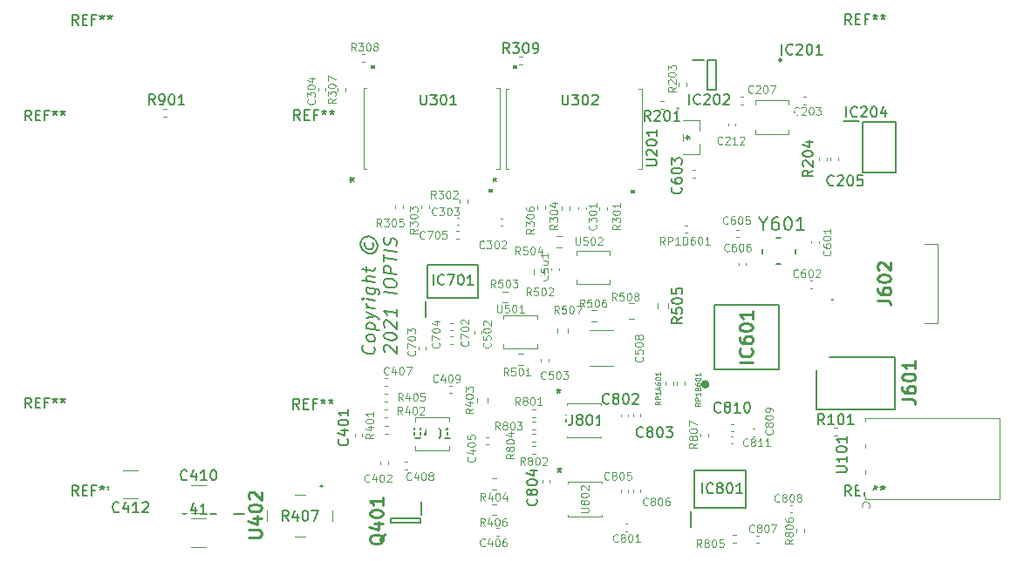
<source format=gto>
%TF.GenerationSoftware,KiCad,Pcbnew,(5.1.10)-1*%
%TF.CreationDate,2021-07-14T15:21:17-07:00*%
%TF.ProjectId,laser,6c617365-722e-46b6-9963-61645f706362,rev?*%
%TF.SameCoordinates,Original*%
%TF.FileFunction,Legend,Top*%
%TF.FilePolarity,Positive*%
%FSLAX46Y46*%
G04 Gerber Fmt 4.6, Leading zero omitted, Abs format (unit mm)*
G04 Created by KiCad (PCBNEW (5.1.10)-1) date 2021-07-14 15:21:17*
%MOMM*%
%LPD*%
G01*
G04 APERTURE LIST*
%ADD10C,0.200000*%
%ADD11C,0.120000*%
%ADD12C,0.100000*%
%ADD13C,0.250000*%
%ADD14C,0.400000*%
%ADD15C,0.150000*%
%ADD16C,0.254000*%
%ADD17C,4.200000*%
%ADD18C,4.500000*%
%ADD19R,2.200000X2.500000*%
%ADD20R,2.000000X0.500000*%
%ADD21C,1.650000*%
%ADD22R,1.650000X1.650000*%
%ADD23R,1.200000X2.540000*%
%ADD24R,1.850000X0.300000*%
%ADD25R,1.799999X0.250000*%
%ADD26R,1.200000X2.440000*%
%ADD27R,1.200000X2.000000*%
%ADD28R,0.558000X1.969999*%
%ADD29R,12.000000X3.810000*%
%ADD30R,1.000000X1.400000*%
%ADD31R,1.040000X5.250000*%
%ADD32R,1.050000X0.550000*%
%ADD33R,1.525000X0.700000*%
%ADD34R,0.650000X1.525000*%
%ADD35R,0.450000X1.475000*%
%ADD36R,0.600000X1.300000*%
%ADD37R,2.410000X1.650000*%
%ADD38C,1.524000*%
%ADD39R,1.309599X0.568000*%
%ADD40R,1.315199X0.405600*%
%ADD41R,1.300000X1.100000*%
%ADD42R,0.600000X1.500000*%
%ADD43R,1.500000X0.600000*%
G04 APERTURE END LIST*
D10*
X158208928Y-111951592D02*
X158268452Y-112018556D01*
X158327976Y-112204568D01*
X158327976Y-112323616D01*
X158268452Y-112494747D01*
X158149404Y-112598913D01*
X158030357Y-112643556D01*
X157792261Y-112673318D01*
X157613690Y-112650997D01*
X157375595Y-112561711D01*
X157256547Y-112487306D01*
X157137500Y-112353377D01*
X157077976Y-112167366D01*
X157077976Y-112048318D01*
X157137500Y-111877187D01*
X157197023Y-111825104D01*
X158327976Y-111252187D02*
X158268452Y-111363794D01*
X158208928Y-111415877D01*
X158089880Y-111460520D01*
X157732738Y-111415877D01*
X157613690Y-111341473D01*
X157554166Y-111274508D01*
X157494642Y-111148020D01*
X157494642Y-110969449D01*
X157554166Y-110857842D01*
X157613690Y-110805758D01*
X157732738Y-110761116D01*
X158089880Y-110805758D01*
X158208928Y-110880163D01*
X158268452Y-110947127D01*
X158327976Y-111073616D01*
X158327976Y-111252187D01*
X157494642Y-110195639D02*
X158744642Y-110351889D01*
X157554166Y-110203080D02*
X157494642Y-110076592D01*
X157494642Y-109838497D01*
X157554166Y-109726889D01*
X157613690Y-109674806D01*
X157732738Y-109630163D01*
X158089880Y-109674806D01*
X158208928Y-109749211D01*
X158268452Y-109816175D01*
X158327976Y-109942663D01*
X158327976Y-110180758D01*
X158268452Y-110292366D01*
X157494642Y-109183735D02*
X158327976Y-108990282D01*
X157494642Y-108588497D02*
X158327976Y-108990282D01*
X158625595Y-109146532D01*
X158685119Y-109213497D01*
X158744642Y-109339985D01*
X158327976Y-108216473D02*
X157494642Y-108112306D01*
X157732738Y-108142068D02*
X157613690Y-108067663D01*
X157554166Y-108000699D01*
X157494642Y-107874211D01*
X157494642Y-107755163D01*
X158327976Y-107442663D02*
X157494642Y-107338497D01*
X157077976Y-107286413D02*
X157137500Y-107353377D01*
X157197023Y-107301294D01*
X157137500Y-107234330D01*
X157077976Y-107286413D01*
X157197023Y-107301294D01*
X157494642Y-106207544D02*
X158506547Y-106334032D01*
X158625595Y-106408437D01*
X158685119Y-106475401D01*
X158744642Y-106601889D01*
X158744642Y-106780461D01*
X158685119Y-106892068D01*
X158268452Y-106304270D02*
X158327976Y-106430758D01*
X158327976Y-106668854D01*
X158268452Y-106780461D01*
X158208928Y-106832544D01*
X158089880Y-106877187D01*
X157732738Y-106832544D01*
X157613690Y-106758139D01*
X157554166Y-106691175D01*
X157494642Y-106564687D01*
X157494642Y-106326592D01*
X157554166Y-106214985D01*
X158327976Y-105716473D02*
X157077976Y-105560223D01*
X158327976Y-105180758D02*
X157673214Y-105098913D01*
X157554166Y-105143556D01*
X157494642Y-105255163D01*
X157494642Y-105433735D01*
X157554166Y-105560223D01*
X157613690Y-105627187D01*
X157494642Y-104659925D02*
X157494642Y-104183735D01*
X157077976Y-104429270D02*
X158149404Y-104563199D01*
X158268452Y-104518556D01*
X158327976Y-104406949D01*
X158327976Y-104287901D01*
X157375595Y-101787901D02*
X157316071Y-101899508D01*
X157316071Y-102137604D01*
X157375595Y-102264092D01*
X157494642Y-102398020D01*
X157613690Y-102472425D01*
X157851785Y-102502187D01*
X157970833Y-102457544D01*
X158089880Y-102353377D01*
X158149404Y-102241770D01*
X158149404Y-102003675D01*
X158089880Y-101877187D01*
X156899404Y-101966473D02*
X156958928Y-102271532D01*
X157137500Y-102591473D01*
X157435119Y-102807247D01*
X157732738Y-102903973D01*
X158030357Y-102881651D01*
X158327976Y-102740282D01*
X158506547Y-102464985D01*
X158566071Y-102174806D01*
X158506547Y-101869747D01*
X158327976Y-101549806D01*
X158030357Y-101334032D01*
X157732738Y-101237306D01*
X157435119Y-101259627D01*
X157137500Y-101400997D01*
X156958928Y-101676294D01*
X156899404Y-101966473D01*
X159272023Y-112450104D02*
X159212500Y-112383139D01*
X159152976Y-112256651D01*
X159152976Y-111959032D01*
X159212500Y-111847425D01*
X159272023Y-111795342D01*
X159391071Y-111750699D01*
X159510119Y-111765580D01*
X159688690Y-111847425D01*
X160402976Y-112650997D01*
X160402976Y-111877187D01*
X159152976Y-110947127D02*
X159152976Y-110828080D01*
X159212500Y-110716473D01*
X159272023Y-110664389D01*
X159391071Y-110619747D01*
X159629166Y-110589985D01*
X159926785Y-110627187D01*
X160164880Y-110716473D01*
X160283928Y-110790877D01*
X160343452Y-110857842D01*
X160402976Y-110984330D01*
X160402976Y-111103377D01*
X160343452Y-111214985D01*
X160283928Y-111267068D01*
X160164880Y-111311711D01*
X159926785Y-111341473D01*
X159629166Y-111304270D01*
X159391071Y-111214985D01*
X159272023Y-111140580D01*
X159212500Y-111073616D01*
X159152976Y-110947127D01*
X159272023Y-110069151D02*
X159212500Y-110002187D01*
X159152976Y-109875699D01*
X159152976Y-109578080D01*
X159212500Y-109466473D01*
X159272023Y-109414389D01*
X159391071Y-109369747D01*
X159510119Y-109384627D01*
X159688690Y-109466473D01*
X160402976Y-110270044D01*
X160402976Y-109496235D01*
X160402976Y-108305758D02*
X160402976Y-109020044D01*
X160402976Y-108662901D02*
X159152976Y-108506651D01*
X159331547Y-108648020D01*
X159450595Y-108781949D01*
X159510119Y-108908437D01*
X160402976Y-106817663D02*
X159152976Y-106661413D01*
X159152976Y-105828080D02*
X159152976Y-105589985D01*
X159212500Y-105478377D01*
X159331547Y-105374211D01*
X159569642Y-105344449D01*
X159986309Y-105396532D01*
X160224404Y-105485818D01*
X160343452Y-105619747D01*
X160402976Y-105746235D01*
X160402976Y-105984330D01*
X160343452Y-106095937D01*
X160224404Y-106200104D01*
X159986309Y-106229866D01*
X159569642Y-106177782D01*
X159331547Y-106088497D01*
X159212500Y-105954568D01*
X159152976Y-105828080D01*
X160402976Y-104912901D02*
X159152976Y-104756651D01*
X159152976Y-104280461D01*
X159212500Y-104168854D01*
X159272023Y-104116770D01*
X159391071Y-104072127D01*
X159569642Y-104094449D01*
X159688690Y-104168854D01*
X159748214Y-104235818D01*
X159807738Y-104362306D01*
X159807738Y-104838497D01*
X159152976Y-103685223D02*
X159152976Y-102970937D01*
X160402976Y-103484330D02*
X159152976Y-103328080D01*
X160402976Y-102710520D02*
X159152976Y-102554270D01*
X160343452Y-102167366D02*
X160402976Y-101996235D01*
X160402976Y-101698616D01*
X160343452Y-101572127D01*
X160283928Y-101505163D01*
X160164880Y-101430758D01*
X160045833Y-101415877D01*
X159926785Y-101460520D01*
X159867261Y-101512604D01*
X159807738Y-101624211D01*
X159748214Y-101854866D01*
X159688690Y-101966473D01*
X159629166Y-102018556D01*
X159510119Y-102063199D01*
X159391071Y-102048318D01*
X159272023Y-101973913D01*
X159212500Y-101906949D01*
X159152976Y-101780461D01*
X159152976Y-101482842D01*
X159212500Y-101311711D01*
D11*
%TO.C,C412*%
X135301252Y-126660000D02*
X133878748Y-126660000D01*
X135301252Y-123940000D02*
X133878748Y-123940000D01*
%TO.C,R101*%
X202886359Y-119850000D02*
X203193641Y-119850000D01*
X202886359Y-120610000D02*
X203193641Y-120610000D01*
D10*
%TO.C,J602*%
X202650000Y-107410000D02*
X202650000Y-107410000D01*
X202750000Y-107410000D02*
X202750000Y-107410000D01*
X202650000Y-107410000D02*
X202650000Y-107410000D01*
D12*
X212950000Y-101960000D02*
X211700000Y-101960000D01*
X212950000Y-109660000D02*
X212950000Y-101960000D01*
X211700000Y-109660000D02*
X212950000Y-109660000D01*
D10*
X202750000Y-107410000D02*
G75*
G02*
X202650000Y-107410000I-50000J0D01*
G01*
X202650000Y-107410000D02*
G75*
G02*
X202750000Y-107410000I50000J0D01*
G01*
X202750000Y-107410000D02*
G75*
G02*
X202650000Y-107410000I-50000J0D01*
G01*
D11*
%TO.C,C411*%
X140468748Y-131400000D02*
X141891252Y-131400000D01*
X140468748Y-128680000D02*
X141891252Y-128680000D01*
%TO.C,C410*%
X140478748Y-128140000D02*
X141901252Y-128140000D01*
X140478748Y-125420000D02*
X141901252Y-125420000D01*
D10*
%TO.C,J601*%
X202420000Y-112970000D02*
X208770000Y-112970000D01*
X208770000Y-112970000D02*
X208770000Y-118050000D01*
X208770000Y-118050000D02*
X201150000Y-118050000D01*
X201150000Y-118050000D02*
X201150000Y-114240000D01*
D13*
%TO.C,IC201*%
X197780000Y-84090000D02*
G75*
G03*
X197780000Y-84090000I-125000J0D01*
G01*
D11*
%TO.C,IC203*%
X198457000Y-88432259D02*
X198457000Y-88013000D01*
X195203000Y-90847741D02*
X195203000Y-91267000D01*
X195203000Y-88013000D02*
X195203000Y-88432259D01*
X198457000Y-88013000D02*
X195203000Y-88013000D01*
X198457000Y-91267000D02*
X198457000Y-90847741D01*
X195203000Y-91267000D02*
X198457000Y-91267000D01*
%TO.C,U502*%
X177873000Y-105877000D02*
X181127000Y-105877000D01*
X181127000Y-105877000D02*
X181127000Y-105457741D01*
X181127000Y-102623000D02*
X177873000Y-102623000D01*
X177873000Y-102623000D02*
X177873000Y-103042259D01*
X177873000Y-105457741D02*
X177873000Y-105877000D01*
X181127000Y-103042259D02*
X181127000Y-102623000D01*
%TO.C,U501*%
X174047000Y-109292259D02*
X174047000Y-108873000D01*
X170793000Y-111707741D02*
X170793000Y-112127000D01*
X170793000Y-108873000D02*
X170793000Y-109292259D01*
X174047000Y-108873000D02*
X170793000Y-108873000D01*
X174047000Y-112127000D02*
X174047000Y-111707741D01*
X170793000Y-112127000D02*
X174047000Y-112127000D01*
%TO.C,U401*%
X165507000Y-119202259D02*
X165507000Y-118783000D01*
X162253000Y-121617741D02*
X162253000Y-122037000D01*
X162253000Y-118783000D02*
X162253000Y-119202259D01*
X165507000Y-118783000D02*
X162253000Y-118783000D01*
X165507000Y-122037000D02*
X165507000Y-121617741D01*
X162253000Y-122037000D02*
X165507000Y-122037000D01*
D12*
%TO.C,U301*%
G36*
X157894500Y-84570701D02*
G01*
X158275500Y-84570701D01*
X158275500Y-84824701D01*
X157894500Y-84824701D01*
X157894500Y-84570701D01*
G37*
X157894500Y-84570701D02*
X158275500Y-84570701D01*
X158275500Y-84824701D01*
X157894500Y-84824701D01*
X157894500Y-84570701D01*
G36*
X169324500Y-96929299D02*
G01*
X169705500Y-96929299D01*
X169705500Y-96675299D01*
X169324500Y-96675299D01*
X169324500Y-96929299D01*
G37*
X169324500Y-96929299D02*
X169705500Y-96929299D01*
X169705500Y-96675299D01*
X169324500Y-96675299D01*
X169324500Y-96929299D01*
D11*
X157473260Y-86825700D02*
X157196000Y-86825700D01*
X170126740Y-94674300D02*
X170404000Y-94674300D01*
X157196000Y-94674300D02*
X157473260Y-94674300D01*
X157196000Y-86825700D02*
X157196000Y-94674300D01*
X170404000Y-86825700D02*
X170126740Y-86825700D01*
X170404000Y-94674300D02*
X170404000Y-86825700D01*
%TO.C,U302*%
X184194000Y-94724300D02*
X184194000Y-86875700D01*
X184194000Y-86875700D02*
X183916740Y-86875700D01*
X170986000Y-86875700D02*
X170986000Y-94724300D01*
X170986000Y-94724300D02*
X171263260Y-94724300D01*
X183916740Y-94724300D02*
X184194000Y-94724300D01*
X171263260Y-86875700D02*
X170986000Y-86875700D01*
D12*
G36*
X183114500Y-96979299D02*
G01*
X183495500Y-96979299D01*
X183495500Y-96725299D01*
X183114500Y-96725299D01*
X183114500Y-96979299D01*
G37*
X183114500Y-96979299D02*
X183495500Y-96979299D01*
X183495500Y-96725299D01*
X183114500Y-96725299D01*
X183114500Y-96979299D01*
G36*
X171684500Y-84620701D02*
G01*
X172065500Y-84620701D01*
X172065500Y-84874701D01*
X171684500Y-84874701D01*
X171684500Y-84620701D01*
G37*
X171684500Y-84620701D02*
X172065500Y-84620701D01*
X172065500Y-84874701D01*
X171684500Y-84874701D01*
X171684500Y-84620701D01*
D10*
%TO.C,U402*%
X145590000Y-128240000D02*
X144590000Y-128240000D01*
D11*
%TO.C,R901*%
X137746359Y-89640000D02*
X138053641Y-89640000D01*
X137746359Y-88880000D02*
X138053641Y-88880000D01*
%TO.C,C502*%
X167970000Y-110442164D02*
X167970000Y-110657836D01*
X168690000Y-110442164D02*
X168690000Y-110657836D01*
%TO.C,C203*%
X199892164Y-87690000D02*
X200107836Y-87690000D01*
X199892164Y-88410000D02*
X200107836Y-88410000D01*
%TO.C,C205*%
X202560000Y-93592164D02*
X202560000Y-93807836D01*
X203280000Y-93592164D02*
X203280000Y-93807836D01*
%TO.C,C207*%
X193802164Y-88390000D02*
X194017836Y-88390000D01*
X193802164Y-87670000D02*
X194017836Y-87670000D01*
%TO.C,C212*%
X193310000Y-90272164D02*
X193310000Y-90487836D01*
X192590000Y-90272164D02*
X192590000Y-90487836D01*
%TO.C,C301*%
X178050000Y-98382164D02*
X178050000Y-98597836D01*
X178770000Y-98382164D02*
X178770000Y-98597836D01*
%TO.C,C302*%
X170492164Y-99480000D02*
X170707836Y-99480000D01*
X170492164Y-100200000D02*
X170707836Y-100200000D01*
%TO.C,C303*%
X166467836Y-99420000D02*
X166252164Y-99420000D01*
X166467836Y-100140000D02*
X166252164Y-100140000D01*
%TO.C,C304*%
X153510000Y-86842164D02*
X153510000Y-87057836D01*
X152790000Y-86842164D02*
X152790000Y-87057836D01*
%TO.C,C401*%
X157060000Y-120432164D02*
X157060000Y-120647836D01*
X156340000Y-120432164D02*
X156340000Y-120647836D01*
%TO.C,C402*%
X159590000Y-123347836D02*
X159590000Y-123132164D01*
X158870000Y-123347836D02*
X158870000Y-123132164D01*
%TO.C,C405*%
X169287836Y-121450000D02*
X169072164Y-121450000D01*
X169287836Y-120730000D02*
X169072164Y-120730000D01*
%TO.C,C406*%
X170337836Y-129610000D02*
X170122164Y-129610000D01*
X170337836Y-130330000D02*
X170122164Y-130330000D01*
%TO.C,C407*%
X159252164Y-115030000D02*
X159467836Y-115030000D01*
X159252164Y-115750000D02*
X159467836Y-115750000D01*
%TO.C,C408*%
X161457836Y-123160000D02*
X161242164Y-123160000D01*
X161457836Y-123880000D02*
X161242164Y-123880000D01*
%TO.C,C409*%
X165522164Y-115750000D02*
X165737836Y-115750000D01*
X165522164Y-116470000D02*
X165737836Y-116470000D01*
%TO.C,C501*%
X176170000Y-104302164D02*
X176170000Y-104517836D01*
X175450000Y-104302164D02*
X175450000Y-104517836D01*
%TO.C,C503*%
X174410000Y-113172164D02*
X174410000Y-113387836D01*
X175130000Y-113172164D02*
X175130000Y-113387836D01*
%TO.C,C508*%
X181461252Y-110370000D02*
X179138748Y-110370000D01*
X181461252Y-113790000D02*
X179138748Y-113790000D01*
%TO.C,C601*%
X200690000Y-101692164D02*
X200690000Y-101907836D01*
X201410000Y-101692164D02*
X201410000Y-101907836D01*
%TO.C,C602*%
X200562164Y-105540000D02*
X200777836Y-105540000D01*
X200562164Y-106260000D02*
X200777836Y-106260000D01*
%TO.C,C603*%
X189172164Y-94810000D02*
X189387836Y-94810000D01*
X189172164Y-95530000D02*
X189387836Y-95530000D01*
%TO.C,C605*%
X193402164Y-100590000D02*
X193617836Y-100590000D01*
X193402164Y-101310000D02*
X193617836Y-101310000D01*
%TO.C,C606*%
X194340000Y-104037836D02*
X194340000Y-103822164D01*
X193620000Y-104037836D02*
X193620000Y-103822164D01*
%TO.C,C702*%
X165642164Y-110370000D02*
X165857836Y-110370000D01*
X165642164Y-109650000D02*
X165857836Y-109650000D01*
%TO.C,C703*%
X163260000Y-111972164D02*
X163260000Y-112187836D01*
X162540000Y-111972164D02*
X162540000Y-112187836D01*
%TO.C,C704*%
X165632164Y-110950000D02*
X165847836Y-110950000D01*
X165632164Y-111670000D02*
X165847836Y-111670000D01*
%TO.C,C705*%
X166202164Y-101460000D02*
X166417836Y-101460000D01*
X166202164Y-100740000D02*
X166417836Y-100740000D01*
%TO.C,C801*%
X182582164Y-129900000D02*
X182797836Y-129900000D01*
X182582164Y-129180000D02*
X182797836Y-129180000D01*
%TO.C,C802*%
X182180000Y-118737836D02*
X182180000Y-118522164D01*
X182900000Y-118737836D02*
X182900000Y-118522164D01*
%TO.C,C803*%
X183370000Y-118727836D02*
X183370000Y-118512164D01*
X184090000Y-118727836D02*
X184090000Y-118512164D01*
%TO.C,C804*%
X174540000Y-124932164D02*
X174540000Y-125147836D01*
X175260000Y-124932164D02*
X175260000Y-125147836D01*
%TO.C,C805*%
X182910000Y-126077836D02*
X182910000Y-125862164D01*
X182190000Y-126077836D02*
X182190000Y-125862164D01*
%TO.C,C806*%
X183380000Y-126087836D02*
X183380000Y-125872164D01*
X184100000Y-126087836D02*
X184100000Y-125872164D01*
%TO.C,C807*%
X195332164Y-131040000D02*
X195547836Y-131040000D01*
X195332164Y-130320000D02*
X195547836Y-130320000D01*
%TO.C,C808*%
X198602164Y-128060000D02*
X198817836Y-128060000D01*
X198602164Y-127340000D02*
X198817836Y-127340000D01*
%TO.C,C809*%
X195177836Y-120640000D02*
X194962164Y-120640000D01*
X195177836Y-119920000D02*
X194962164Y-119920000D01*
%TO.C,C810*%
X192872164Y-120190000D02*
X193087836Y-120190000D01*
X192872164Y-119470000D02*
X193087836Y-119470000D01*
%TO.C,C811*%
X192857165Y-120675001D02*
X193072837Y-120675001D01*
X192857165Y-121395001D02*
X193072837Y-121395001D01*
D10*
%TO.C,IC202*%
X189175000Y-84075000D02*
X190225000Y-84075000D01*
X190575000Y-87000000D02*
X190575000Y-84100000D01*
X191425000Y-87000000D02*
X190575000Y-87000000D01*
X191425000Y-84100000D02*
X191425000Y-87000000D01*
X190575000Y-84100000D02*
X191425000Y-84100000D01*
%TO.C,IC204*%
X203773000Y-89990000D02*
X205298000Y-89990000D01*
X205648000Y-95045000D02*
X205648000Y-90145000D01*
X208848000Y-95045000D02*
X205648000Y-95045000D01*
X208848000Y-90145000D02*
X208848000Y-95045000D01*
X205648000Y-90145000D02*
X208848000Y-90145000D01*
%TO.C,IC701*%
X163250000Y-109095000D02*
X163250000Y-107570000D01*
X168280000Y-107220000D02*
X163380000Y-107220000D01*
X168280000Y-104020000D02*
X168280000Y-107220000D01*
X163380000Y-104020000D02*
X168280000Y-104020000D01*
X163380000Y-107220000D02*
X163380000Y-104020000D01*
%TO.C,IC801*%
X188995000Y-129467000D02*
X188995000Y-127992000D01*
X194345000Y-127642000D02*
X189345000Y-127642000D01*
X194345000Y-123942000D02*
X194345000Y-127642000D01*
X189345000Y-123942000D02*
X194345000Y-123942000D01*
X189345000Y-127642000D02*
X189345000Y-123942000D01*
%TO.C,Q401*%
X162780000Y-126990000D02*
X162780000Y-128290000D01*
X159830000Y-128640000D02*
X162730000Y-128640000D01*
X159830000Y-129040000D02*
X159830000Y-128640000D01*
X162730000Y-129040000D02*
X159830000Y-129040000D01*
X162730000Y-128640000D02*
X162730000Y-129040000D01*
D11*
%TO.C,R201*%
X186006359Y-88830000D02*
X186313641Y-88830000D01*
X186006359Y-88070000D02*
X186313641Y-88070000D01*
%TO.C,R203*%
X187820000Y-86603641D02*
X187820000Y-86296359D01*
X188580000Y-86603641D02*
X188580000Y-86296359D01*
%TO.C,R204*%
X201390000Y-93546359D02*
X201390000Y-93853641D01*
X202150000Y-93546359D02*
X202150000Y-93853641D01*
%TO.C,R301*%
X180850000Y-98376359D02*
X180850000Y-98683641D01*
X180090000Y-98376359D02*
X180090000Y-98683641D01*
%TO.C,R302*%
X167310000Y-97646359D02*
X167310000Y-97953641D01*
X166550000Y-97646359D02*
X166550000Y-97953641D01*
%TO.C,R303*%
X163590000Y-98533641D02*
X163590000Y-98226359D01*
X162830000Y-98533641D02*
X162830000Y-98226359D01*
%TO.C,R304*%
X176450000Y-98336359D02*
X176450000Y-98643641D01*
X177210000Y-98336359D02*
X177210000Y-98643641D01*
%TO.C,R305*%
X161040000Y-98206359D02*
X161040000Y-98513641D01*
X160280000Y-98206359D02*
X160280000Y-98513641D01*
%TO.C,R306*%
X174050000Y-98276359D02*
X174050000Y-98583641D01*
X174810000Y-98276359D02*
X174810000Y-98583641D01*
%TO.C,R307*%
X155460000Y-86806359D02*
X155460000Y-87113641D01*
X154700000Y-86806359D02*
X154700000Y-87113641D01*
%TO.C,R308*%
X157036359Y-83550000D02*
X157343641Y-83550000D01*
X157036359Y-84310000D02*
X157343641Y-84310000D01*
%TO.C,R309*%
X172296359Y-84510000D02*
X172603641Y-84510000D01*
X172296359Y-83750000D02*
X172603641Y-83750000D01*
%TO.C,R401*%
X159553641Y-120430000D02*
X159246359Y-120430000D01*
X159553641Y-119670000D02*
X159246359Y-119670000D01*
%TO.C,R402*%
X159226359Y-118850000D02*
X159533641Y-118850000D01*
X159226359Y-118090000D02*
X159533641Y-118090000D01*
%TO.C,R403*%
X168217500Y-117417258D02*
X168217500Y-116942742D01*
X169262500Y-117417258D02*
X169262500Y-116942742D01*
%TO.C,R404*%
X170117258Y-125812500D02*
X169642742Y-125812500D01*
X170117258Y-124767500D02*
X169642742Y-124767500D01*
%TO.C,R405*%
X159226359Y-117300000D02*
X159533641Y-117300000D01*
X159226359Y-116540000D02*
X159533641Y-116540000D01*
%TO.C,R406*%
X169652742Y-128322500D02*
X170127258Y-128322500D01*
X169652742Y-127277500D02*
X170127258Y-127277500D01*
D10*
%TO.C,R407*%
X153010000Y-125500000D02*
X153010000Y-125500000D01*
X153210000Y-125500000D02*
X153210000Y-125500000D01*
D12*
X151510000Y-126370000D02*
X150510000Y-126370000D01*
X147835000Y-128900000D02*
X147835000Y-127900000D01*
X154185000Y-128900000D02*
X154185000Y-127900000D01*
X151510000Y-130430000D02*
X150510000Y-130430000D01*
D10*
X153010000Y-125500000D02*
G75*
G03*
X153210000Y-125500000I100000J0D01*
G01*
X153210000Y-125500000D02*
G75*
G03*
X153010000Y-125500000I-100000J0D01*
G01*
D11*
%TO.C,R501*%
X172232742Y-113722500D02*
X172707258Y-113722500D01*
X172232742Y-112677500D02*
X172707258Y-112677500D01*
%TO.C,R502*%
X174752500Y-104907258D02*
X174752500Y-104432742D01*
X173707500Y-104907258D02*
X173707500Y-104432742D01*
%TO.C,R503*%
X171167258Y-106597500D02*
X170692742Y-106597500D01*
X171167258Y-107642500D02*
X170692742Y-107642500D01*
%TO.C,R504*%
X176407258Y-101227500D02*
X175932742Y-101227500D01*
X176407258Y-102272500D02*
X175932742Y-102272500D01*
%TO.C,R505*%
X186772500Y-107762742D02*
X186772500Y-108237258D01*
X185727500Y-107762742D02*
X185727500Y-108237258D01*
%TO.C,R506*%
X179787258Y-108427500D02*
X179312742Y-108427500D01*
X179787258Y-109472500D02*
X179312742Y-109472500D01*
%TO.C,R507*%
X177042500Y-110162742D02*
X177042500Y-110637258D01*
X175997500Y-110162742D02*
X175997500Y-110637258D01*
%TO.C,R508*%
X182972936Y-109235000D02*
X183427064Y-109235000D01*
X182972936Y-107765000D02*
X183427064Y-107765000D01*
%TO.C,R801*%
X173873641Y-118030000D02*
X173566359Y-118030000D01*
X173873641Y-118790000D02*
X173566359Y-118790000D01*
%TO.C,R802*%
X173893641Y-122380000D02*
X173586359Y-122380000D01*
X173893641Y-121620000D02*
X173586359Y-121620000D01*
%TO.C,R803*%
X173873641Y-119990000D02*
X173566359Y-119990000D01*
X173873641Y-119230000D02*
X173566359Y-119230000D01*
%TO.C,R804*%
X173883641Y-120400000D02*
X173576359Y-120400000D01*
X173883641Y-121160000D02*
X173576359Y-121160000D01*
%TO.C,R805*%
X193383641Y-131040000D02*
X193076359Y-131040000D01*
X193383641Y-130280000D02*
X193076359Y-130280000D01*
%TO.C,R806*%
X199250000Y-129646359D02*
X199250000Y-129953641D01*
X200010000Y-129646359D02*
X200010000Y-129953641D01*
%TO.C,R807*%
X190700000Y-120406359D02*
X190700000Y-120713641D01*
X189940000Y-120406359D02*
X189940000Y-120713641D01*
%TO.C,RP1A601*%
X187250000Y-115663641D02*
X187250000Y-115356359D01*
X186490000Y-115663641D02*
X186490000Y-115356359D01*
%TO.C,RP1B601*%
X187620000Y-115653641D02*
X187620000Y-115346359D01*
X188380000Y-115653641D02*
X188380000Y-115346359D01*
%TO.C,RP1D601*%
X188356359Y-100910000D02*
X188663641Y-100910000D01*
X188356359Y-100150000D02*
X188663641Y-100150000D01*
%TO.C,U101*%
X218927000Y-126797000D02*
X218927000Y-118923000D01*
X218927000Y-118923000D02*
X205873000Y-118923000D01*
X205873000Y-118923000D02*
X205873000Y-119232652D01*
X205873000Y-126797000D02*
X218927000Y-126797000D01*
X205873000Y-126487348D02*
X205873000Y-126797000D01*
X205873000Y-123947348D02*
X205873000Y-124312652D01*
X205873000Y-121407348D02*
X205873000Y-121772652D01*
X206381000Y-127432000D02*
G75*
G03*
X206381000Y-127432000I-381000J0D01*
G01*
%TO.C,U201*%
X187816200Y-88816000D02*
G75*
G03*
X187816200Y-88816000I-127000J0D01*
G01*
X189835500Y-90993260D02*
X189835500Y-89959000D01*
X189835500Y-89959000D02*
X188184500Y-89959000D01*
X189835500Y-93261000D02*
X189835500Y-92226740D01*
X188184500Y-93261000D02*
X189835500Y-93261000D01*
X188184500Y-91276739D02*
X188184500Y-91943261D01*
%TO.C,U801*%
X176923600Y-120806400D02*
X180276400Y-120806400D01*
X180276400Y-120806400D02*
X180276400Y-120640900D01*
X180276400Y-117453600D02*
X176923600Y-117453600D01*
X176923600Y-117453600D02*
X176923600Y-117619100D01*
X176923600Y-120640900D02*
X176923600Y-120806400D01*
X180276400Y-117619100D02*
X180276400Y-117453600D01*
%TO.C,U802*%
X180366400Y-125259100D02*
X180366400Y-125093600D01*
X177013600Y-128280900D02*
X177013600Y-128446400D01*
X177013600Y-125093600D02*
X177013600Y-125259100D01*
X180366400Y-125093600D02*
X177013600Y-125093600D01*
X180366400Y-128446400D02*
X180366400Y-128280900D01*
X177013600Y-128446400D02*
X180366400Y-128446400D01*
D10*
%TO.C,Y601*%
X195890000Y-102460000D02*
X195890000Y-102860000D01*
X199090000Y-102460000D02*
X199090000Y-102860000D01*
X197690000Y-103910000D02*
X197290000Y-103910000D01*
X197690000Y-101410000D02*
X197290000Y-101410000D01*
%TO.C,IC601*%
X191230000Y-114160000D02*
X191230000Y-107860000D01*
X191230000Y-107860000D02*
X197530000Y-107860000D01*
X197530000Y-107860000D02*
X197530000Y-114160000D01*
X197530000Y-114160000D02*
X191230000Y-114160000D01*
D14*
X190580000Y-115610000D02*
G75*
G03*
X190580000Y-115610000I-200000J0D01*
G01*
%TO.C,REF\u002A\u002A*%
D15*
X204508266Y-126452380D02*
X204174933Y-125976190D01*
X203936838Y-126452380D02*
X203936838Y-125452380D01*
X204317790Y-125452380D01*
X204413028Y-125500000D01*
X204460647Y-125547619D01*
X204508266Y-125642857D01*
X204508266Y-125785714D01*
X204460647Y-125880952D01*
X204413028Y-125928571D01*
X204317790Y-125976190D01*
X203936838Y-125976190D01*
X204936838Y-125928571D02*
X205270171Y-125928571D01*
X205413028Y-126452380D02*
X204936838Y-126452380D01*
X204936838Y-125452380D01*
X205413028Y-125452380D01*
X206174933Y-125928571D02*
X205841600Y-125928571D01*
X205841600Y-126452380D02*
X205841600Y-125452380D01*
X206317790Y-125452380D01*
X206841600Y-125452380D02*
X206841600Y-125690476D01*
X206603504Y-125595238D02*
X206841600Y-125690476D01*
X207079695Y-125595238D01*
X206698742Y-125880952D02*
X206841600Y-125690476D01*
X206984457Y-125880952D01*
X207603504Y-125452380D02*
X207603504Y-125690476D01*
X207365409Y-125595238D02*
X207603504Y-125690476D01*
X207841600Y-125595238D01*
X207460647Y-125880952D02*
X207603504Y-125690476D01*
X207746361Y-125880952D01*
X204533666Y-80656180D02*
X204200333Y-80179990D01*
X203962238Y-80656180D02*
X203962238Y-79656180D01*
X204343190Y-79656180D01*
X204438428Y-79703800D01*
X204486047Y-79751419D01*
X204533666Y-79846657D01*
X204533666Y-79989514D01*
X204486047Y-80084752D01*
X204438428Y-80132371D01*
X204343190Y-80179990D01*
X203962238Y-80179990D01*
X204962238Y-80132371D02*
X205295571Y-80132371D01*
X205438428Y-80656180D02*
X204962238Y-80656180D01*
X204962238Y-79656180D01*
X205438428Y-79656180D01*
X206200333Y-80132371D02*
X205867000Y-80132371D01*
X205867000Y-80656180D02*
X205867000Y-79656180D01*
X206343190Y-79656180D01*
X206867000Y-79656180D02*
X206867000Y-79894276D01*
X206628904Y-79799038D02*
X206867000Y-79894276D01*
X207105095Y-79799038D01*
X206724142Y-80084752D02*
X206867000Y-79894276D01*
X207009857Y-80084752D01*
X207628904Y-79656180D02*
X207628904Y-79894276D01*
X207390809Y-79799038D02*
X207628904Y-79894276D01*
X207867000Y-79799038D01*
X207486047Y-80084752D02*
X207628904Y-79894276D01*
X207771761Y-80084752D01*
X124930066Y-89977980D02*
X124596733Y-89501790D01*
X124358638Y-89977980D02*
X124358638Y-88977980D01*
X124739590Y-88977980D01*
X124834828Y-89025600D01*
X124882447Y-89073219D01*
X124930066Y-89168457D01*
X124930066Y-89311314D01*
X124882447Y-89406552D01*
X124834828Y-89454171D01*
X124739590Y-89501790D01*
X124358638Y-89501790D01*
X125358638Y-89454171D02*
X125691971Y-89454171D01*
X125834828Y-89977980D02*
X125358638Y-89977980D01*
X125358638Y-88977980D01*
X125834828Y-88977980D01*
X126596733Y-89454171D02*
X126263400Y-89454171D01*
X126263400Y-89977980D02*
X126263400Y-88977980D01*
X126739590Y-88977980D01*
X127263400Y-88977980D02*
X127263400Y-89216076D01*
X127025304Y-89120838D02*
X127263400Y-89216076D01*
X127501495Y-89120838D01*
X127120542Y-89406552D02*
X127263400Y-89216076D01*
X127406257Y-89406552D01*
X128025304Y-88977980D02*
X128025304Y-89216076D01*
X127787209Y-89120838D02*
X128025304Y-89216076D01*
X128263400Y-89120838D01*
X127882447Y-89406552D02*
X128025304Y-89216076D01*
X128168161Y-89406552D01*
X151041266Y-89952580D02*
X150707933Y-89476390D01*
X150469838Y-89952580D02*
X150469838Y-88952580D01*
X150850790Y-88952580D01*
X150946028Y-89000200D01*
X150993647Y-89047819D01*
X151041266Y-89143057D01*
X151041266Y-89285914D01*
X150993647Y-89381152D01*
X150946028Y-89428771D01*
X150850790Y-89476390D01*
X150469838Y-89476390D01*
X151469838Y-89428771D02*
X151803171Y-89428771D01*
X151946028Y-89952580D02*
X151469838Y-89952580D01*
X151469838Y-88952580D01*
X151946028Y-88952580D01*
X152707933Y-89428771D02*
X152374600Y-89428771D01*
X152374600Y-89952580D02*
X152374600Y-88952580D01*
X152850790Y-88952580D01*
X153374600Y-88952580D02*
X153374600Y-89190676D01*
X153136504Y-89095438D02*
X153374600Y-89190676D01*
X153612695Y-89095438D01*
X153231742Y-89381152D02*
X153374600Y-89190676D01*
X153517457Y-89381152D01*
X154136504Y-88952580D02*
X154136504Y-89190676D01*
X153898409Y-89095438D02*
X154136504Y-89190676D01*
X154374600Y-89095438D01*
X153993647Y-89381152D02*
X154136504Y-89190676D01*
X154279361Y-89381152D01*
X150965066Y-118019580D02*
X150631733Y-117543390D01*
X150393638Y-118019580D02*
X150393638Y-117019580D01*
X150774590Y-117019580D01*
X150869828Y-117067200D01*
X150917447Y-117114819D01*
X150965066Y-117210057D01*
X150965066Y-117352914D01*
X150917447Y-117448152D01*
X150869828Y-117495771D01*
X150774590Y-117543390D01*
X150393638Y-117543390D01*
X151393638Y-117495771D02*
X151726971Y-117495771D01*
X151869828Y-118019580D02*
X151393638Y-118019580D01*
X151393638Y-117019580D01*
X151869828Y-117019580D01*
X152631733Y-117495771D02*
X152298400Y-117495771D01*
X152298400Y-118019580D02*
X152298400Y-117019580D01*
X152774590Y-117019580D01*
X153298400Y-117019580D02*
X153298400Y-117257676D01*
X153060304Y-117162438D02*
X153298400Y-117257676D01*
X153536495Y-117162438D01*
X153155542Y-117448152D02*
X153298400Y-117257676D01*
X153441257Y-117448152D01*
X154060304Y-117019580D02*
X154060304Y-117257676D01*
X153822209Y-117162438D02*
X154060304Y-117257676D01*
X154298400Y-117162438D01*
X153917447Y-117448152D02*
X154060304Y-117257676D01*
X154203161Y-117448152D01*
X124930066Y-117917980D02*
X124596733Y-117441790D01*
X124358638Y-117917980D02*
X124358638Y-116917980D01*
X124739590Y-116917980D01*
X124834828Y-116965600D01*
X124882447Y-117013219D01*
X124930066Y-117108457D01*
X124930066Y-117251314D01*
X124882447Y-117346552D01*
X124834828Y-117394171D01*
X124739590Y-117441790D01*
X124358638Y-117441790D01*
X125358638Y-117394171D02*
X125691971Y-117394171D01*
X125834828Y-117917980D02*
X125358638Y-117917980D01*
X125358638Y-116917980D01*
X125834828Y-116917980D01*
X126596733Y-117394171D02*
X126263400Y-117394171D01*
X126263400Y-117917980D02*
X126263400Y-116917980D01*
X126739590Y-116917980D01*
X127263400Y-116917980D02*
X127263400Y-117156076D01*
X127025304Y-117060838D02*
X127263400Y-117156076D01*
X127501495Y-117060838D01*
X127120542Y-117346552D02*
X127263400Y-117156076D01*
X127406257Y-117346552D01*
X128025304Y-116917980D02*
X128025304Y-117156076D01*
X127787209Y-117060838D02*
X128025304Y-117156076D01*
X128263400Y-117060838D01*
X127882447Y-117346552D02*
X128025304Y-117156076D01*
X128168161Y-117346552D01*
X129502066Y-126426980D02*
X129168733Y-125950790D01*
X128930638Y-126426980D02*
X128930638Y-125426980D01*
X129311590Y-125426980D01*
X129406828Y-125474600D01*
X129454447Y-125522219D01*
X129502066Y-125617457D01*
X129502066Y-125760314D01*
X129454447Y-125855552D01*
X129406828Y-125903171D01*
X129311590Y-125950790D01*
X128930638Y-125950790D01*
X129930638Y-125903171D02*
X130263971Y-125903171D01*
X130406828Y-126426980D02*
X129930638Y-126426980D01*
X129930638Y-125426980D01*
X130406828Y-125426980D01*
X131168733Y-125903171D02*
X130835400Y-125903171D01*
X130835400Y-126426980D02*
X130835400Y-125426980D01*
X131311590Y-125426980D01*
X131835400Y-125426980D02*
X131835400Y-125665076D01*
X131597304Y-125569838D02*
X131835400Y-125665076D01*
X132073495Y-125569838D01*
X131692542Y-125855552D02*
X131835400Y-125665076D01*
X131978257Y-125855552D01*
X132597304Y-125426980D02*
X132597304Y-125665076D01*
X132359209Y-125569838D02*
X132597304Y-125665076D01*
X132835400Y-125569838D01*
X132454447Y-125855552D02*
X132597304Y-125665076D01*
X132740161Y-125855552D01*
X129496666Y-80682380D02*
X129163333Y-80206190D01*
X128925238Y-80682380D02*
X128925238Y-79682380D01*
X129306190Y-79682380D01*
X129401428Y-79730000D01*
X129449047Y-79777619D01*
X129496666Y-79872857D01*
X129496666Y-80015714D01*
X129449047Y-80110952D01*
X129401428Y-80158571D01*
X129306190Y-80206190D01*
X128925238Y-80206190D01*
X129925238Y-80158571D02*
X130258571Y-80158571D01*
X130401428Y-80682380D02*
X129925238Y-80682380D01*
X129925238Y-79682380D01*
X130401428Y-79682380D01*
X131163333Y-80158571D02*
X130830000Y-80158571D01*
X130830000Y-80682380D02*
X130830000Y-79682380D01*
X131306190Y-79682380D01*
X131830000Y-79682380D02*
X131830000Y-79920476D01*
X131591904Y-79825238D02*
X131830000Y-79920476D01*
X132068095Y-79825238D01*
X131687142Y-80110952D02*
X131830000Y-79920476D01*
X131972857Y-80110952D01*
X132591904Y-79682380D02*
X132591904Y-79920476D01*
X132353809Y-79825238D02*
X132591904Y-79920476D01*
X132830000Y-79825238D01*
X132449047Y-80110952D02*
X132591904Y-79920476D01*
X132734761Y-80110952D01*
%TO.C,C412*%
X133470952Y-127957142D02*
X133423333Y-128004761D01*
X133280476Y-128052380D01*
X133185238Y-128052380D01*
X133042380Y-128004761D01*
X132947142Y-127909523D01*
X132899523Y-127814285D01*
X132851904Y-127623809D01*
X132851904Y-127480952D01*
X132899523Y-127290476D01*
X132947142Y-127195238D01*
X133042380Y-127100000D01*
X133185238Y-127052380D01*
X133280476Y-127052380D01*
X133423333Y-127100000D01*
X133470952Y-127147619D01*
X134328095Y-127385714D02*
X134328095Y-128052380D01*
X134090000Y-127004761D02*
X133851904Y-127719047D01*
X134470952Y-127719047D01*
X135375714Y-128052380D02*
X134804285Y-128052380D01*
X135090000Y-128052380D02*
X135090000Y-127052380D01*
X134994761Y-127195238D01*
X134899523Y-127290476D01*
X134804285Y-127338095D01*
X135756666Y-127147619D02*
X135804285Y-127100000D01*
X135899523Y-127052380D01*
X136137619Y-127052380D01*
X136232857Y-127100000D01*
X136280476Y-127147619D01*
X136328095Y-127242857D01*
X136328095Y-127338095D01*
X136280476Y-127480952D01*
X135709047Y-128052380D01*
X136328095Y-128052380D01*
%TO.C,R101*%
X201920952Y-119512380D02*
X201587619Y-119036190D01*
X201349523Y-119512380D02*
X201349523Y-118512380D01*
X201730476Y-118512380D01*
X201825714Y-118560000D01*
X201873333Y-118607619D01*
X201920952Y-118702857D01*
X201920952Y-118845714D01*
X201873333Y-118940952D01*
X201825714Y-118988571D01*
X201730476Y-119036190D01*
X201349523Y-119036190D01*
X202873333Y-119512380D02*
X202301904Y-119512380D01*
X202587619Y-119512380D02*
X202587619Y-118512380D01*
X202492380Y-118655238D01*
X202397142Y-118750476D01*
X202301904Y-118798095D01*
X203492380Y-118512380D02*
X203587619Y-118512380D01*
X203682857Y-118560000D01*
X203730476Y-118607619D01*
X203778095Y-118702857D01*
X203825714Y-118893333D01*
X203825714Y-119131428D01*
X203778095Y-119321904D01*
X203730476Y-119417142D01*
X203682857Y-119464761D01*
X203587619Y-119512380D01*
X203492380Y-119512380D01*
X203397142Y-119464761D01*
X203349523Y-119417142D01*
X203301904Y-119321904D01*
X203254285Y-119131428D01*
X203254285Y-118893333D01*
X203301904Y-118702857D01*
X203349523Y-118607619D01*
X203397142Y-118560000D01*
X203492380Y-118512380D01*
X204778095Y-119512380D02*
X204206666Y-119512380D01*
X204492380Y-119512380D02*
X204492380Y-118512380D01*
X204397142Y-118655238D01*
X204301904Y-118750476D01*
X204206666Y-118798095D01*
%TO.C,J602*%
D16*
X207104523Y-107442857D02*
X208011666Y-107442857D01*
X208193095Y-107503333D01*
X208314047Y-107624285D01*
X208374523Y-107805714D01*
X208374523Y-107926666D01*
X207104523Y-106293809D02*
X207104523Y-106535714D01*
X207165000Y-106656666D01*
X207225476Y-106717142D01*
X207406904Y-106838095D01*
X207648809Y-106898571D01*
X208132619Y-106898571D01*
X208253571Y-106838095D01*
X208314047Y-106777619D01*
X208374523Y-106656666D01*
X208374523Y-106414761D01*
X208314047Y-106293809D01*
X208253571Y-106233333D01*
X208132619Y-106172857D01*
X207830238Y-106172857D01*
X207709285Y-106233333D01*
X207648809Y-106293809D01*
X207588333Y-106414761D01*
X207588333Y-106656666D01*
X207648809Y-106777619D01*
X207709285Y-106838095D01*
X207830238Y-106898571D01*
X207104523Y-105386666D02*
X207104523Y-105265714D01*
X207165000Y-105144761D01*
X207225476Y-105084285D01*
X207346428Y-105023809D01*
X207588333Y-104963333D01*
X207890714Y-104963333D01*
X208132619Y-105023809D01*
X208253571Y-105084285D01*
X208314047Y-105144761D01*
X208374523Y-105265714D01*
X208374523Y-105386666D01*
X208314047Y-105507619D01*
X208253571Y-105568095D01*
X208132619Y-105628571D01*
X207890714Y-105689047D01*
X207588333Y-105689047D01*
X207346428Y-105628571D01*
X207225476Y-105568095D01*
X207165000Y-105507619D01*
X207104523Y-105386666D01*
X207225476Y-104479523D02*
X207165000Y-104419047D01*
X207104523Y-104298095D01*
X207104523Y-103995714D01*
X207165000Y-103874761D01*
X207225476Y-103814285D01*
X207346428Y-103753809D01*
X207467380Y-103753809D01*
X207648809Y-103814285D01*
X208374523Y-104540000D01*
X208374523Y-103753809D01*
%TO.C,C411*%
D15*
X140060952Y-128097142D02*
X140013333Y-128144761D01*
X139870476Y-128192380D01*
X139775238Y-128192380D01*
X139632380Y-128144761D01*
X139537142Y-128049523D01*
X139489523Y-127954285D01*
X139441904Y-127763809D01*
X139441904Y-127620952D01*
X139489523Y-127430476D01*
X139537142Y-127335238D01*
X139632380Y-127240000D01*
X139775238Y-127192380D01*
X139870476Y-127192380D01*
X140013333Y-127240000D01*
X140060952Y-127287619D01*
X140918095Y-127525714D02*
X140918095Y-128192380D01*
X140680000Y-127144761D02*
X140441904Y-127859047D01*
X141060952Y-127859047D01*
X141965714Y-128192380D02*
X141394285Y-128192380D01*
X141680000Y-128192380D02*
X141680000Y-127192380D01*
X141584761Y-127335238D01*
X141489523Y-127430476D01*
X141394285Y-127478095D01*
X142918095Y-128192380D02*
X142346666Y-128192380D01*
X142632380Y-128192380D02*
X142632380Y-127192380D01*
X142537142Y-127335238D01*
X142441904Y-127430476D01*
X142346666Y-127478095D01*
%TO.C,C410*%
X140070952Y-124837142D02*
X140023333Y-124884761D01*
X139880476Y-124932380D01*
X139785238Y-124932380D01*
X139642380Y-124884761D01*
X139547142Y-124789523D01*
X139499523Y-124694285D01*
X139451904Y-124503809D01*
X139451904Y-124360952D01*
X139499523Y-124170476D01*
X139547142Y-124075238D01*
X139642380Y-123980000D01*
X139785238Y-123932380D01*
X139880476Y-123932380D01*
X140023333Y-123980000D01*
X140070952Y-124027619D01*
X140928095Y-124265714D02*
X140928095Y-124932380D01*
X140690000Y-123884761D02*
X140451904Y-124599047D01*
X141070952Y-124599047D01*
X141975714Y-124932380D02*
X141404285Y-124932380D01*
X141690000Y-124932380D02*
X141690000Y-123932380D01*
X141594761Y-124075238D01*
X141499523Y-124170476D01*
X141404285Y-124218095D01*
X142594761Y-123932380D02*
X142690000Y-123932380D01*
X142785238Y-123980000D01*
X142832857Y-124027619D01*
X142880476Y-124122857D01*
X142928095Y-124313333D01*
X142928095Y-124551428D01*
X142880476Y-124741904D01*
X142832857Y-124837142D01*
X142785238Y-124884761D01*
X142690000Y-124932380D01*
X142594761Y-124932380D01*
X142499523Y-124884761D01*
X142451904Y-124837142D01*
X142404285Y-124741904D01*
X142356666Y-124551428D01*
X142356666Y-124313333D01*
X142404285Y-124122857D01*
X142451904Y-124027619D01*
X142499523Y-123980000D01*
X142594761Y-123932380D01*
%TO.C,J601*%
D16*
X209494523Y-117032857D02*
X210401666Y-117032857D01*
X210583095Y-117093333D01*
X210704047Y-117214285D01*
X210764523Y-117395714D01*
X210764523Y-117516666D01*
X209494523Y-115883809D02*
X209494523Y-116125714D01*
X209555000Y-116246666D01*
X209615476Y-116307142D01*
X209796904Y-116428095D01*
X210038809Y-116488571D01*
X210522619Y-116488571D01*
X210643571Y-116428095D01*
X210704047Y-116367619D01*
X210764523Y-116246666D01*
X210764523Y-116004761D01*
X210704047Y-115883809D01*
X210643571Y-115823333D01*
X210522619Y-115762857D01*
X210220238Y-115762857D01*
X210099285Y-115823333D01*
X210038809Y-115883809D01*
X209978333Y-116004761D01*
X209978333Y-116246666D01*
X210038809Y-116367619D01*
X210099285Y-116428095D01*
X210220238Y-116488571D01*
X209494523Y-114976666D02*
X209494523Y-114855714D01*
X209555000Y-114734761D01*
X209615476Y-114674285D01*
X209736428Y-114613809D01*
X209978333Y-114553333D01*
X210280714Y-114553333D01*
X210522619Y-114613809D01*
X210643571Y-114674285D01*
X210704047Y-114734761D01*
X210764523Y-114855714D01*
X210764523Y-114976666D01*
X210704047Y-115097619D01*
X210643571Y-115158095D01*
X210522619Y-115218571D01*
X210280714Y-115279047D01*
X209978333Y-115279047D01*
X209736428Y-115218571D01*
X209615476Y-115158095D01*
X209555000Y-115097619D01*
X209494523Y-114976666D01*
X210764523Y-113343809D02*
X210764523Y-114069523D01*
X210764523Y-113706666D02*
X209494523Y-113706666D01*
X209675952Y-113827619D01*
X209796904Y-113948571D01*
X209857380Y-114069523D01*
%TO.C,IC201*%
D15*
X197811428Y-83562380D02*
X197811428Y-82562380D01*
X198859047Y-83467142D02*
X198811428Y-83514761D01*
X198668571Y-83562380D01*
X198573333Y-83562380D01*
X198430476Y-83514761D01*
X198335238Y-83419523D01*
X198287619Y-83324285D01*
X198240000Y-83133809D01*
X198240000Y-82990952D01*
X198287619Y-82800476D01*
X198335238Y-82705238D01*
X198430476Y-82610000D01*
X198573333Y-82562380D01*
X198668571Y-82562380D01*
X198811428Y-82610000D01*
X198859047Y-82657619D01*
X199240000Y-82657619D02*
X199287619Y-82610000D01*
X199382857Y-82562380D01*
X199620952Y-82562380D01*
X199716190Y-82610000D01*
X199763809Y-82657619D01*
X199811428Y-82752857D01*
X199811428Y-82848095D01*
X199763809Y-82990952D01*
X199192380Y-83562380D01*
X199811428Y-83562380D01*
X200430476Y-82562380D02*
X200525714Y-82562380D01*
X200620952Y-82610000D01*
X200668571Y-82657619D01*
X200716190Y-82752857D01*
X200763809Y-82943333D01*
X200763809Y-83181428D01*
X200716190Y-83371904D01*
X200668571Y-83467142D01*
X200620952Y-83514761D01*
X200525714Y-83562380D01*
X200430476Y-83562380D01*
X200335238Y-83514761D01*
X200287619Y-83467142D01*
X200240000Y-83371904D01*
X200192380Y-83181428D01*
X200192380Y-82943333D01*
X200240000Y-82752857D01*
X200287619Y-82657619D01*
X200335238Y-82610000D01*
X200430476Y-82562380D01*
X201716190Y-83562380D02*
X201144761Y-83562380D01*
X201430476Y-83562380D02*
X201430476Y-82562380D01*
X201335238Y-82705238D01*
X201240000Y-82800476D01*
X201144761Y-82848095D01*
%TO.C,IC203*%
X196830000Y-89092380D02*
X196830000Y-89330476D01*
X196591904Y-89235238D02*
X196830000Y-89330476D01*
X197068095Y-89235238D01*
X196687142Y-89520952D02*
X196830000Y-89330476D01*
X196972857Y-89520952D01*
%TO.C,U502*%
D12*
X177789285Y-101314285D02*
X177789285Y-101921428D01*
X177825000Y-101992857D01*
X177860714Y-102028571D01*
X177932142Y-102064285D01*
X178075000Y-102064285D01*
X178146428Y-102028571D01*
X178182142Y-101992857D01*
X178217857Y-101921428D01*
X178217857Y-101314285D01*
X178932142Y-101314285D02*
X178575000Y-101314285D01*
X178539285Y-101671428D01*
X178575000Y-101635714D01*
X178646428Y-101600000D01*
X178825000Y-101600000D01*
X178896428Y-101635714D01*
X178932142Y-101671428D01*
X178967857Y-101742857D01*
X178967857Y-101921428D01*
X178932142Y-101992857D01*
X178896428Y-102028571D01*
X178825000Y-102064285D01*
X178646428Y-102064285D01*
X178575000Y-102028571D01*
X178539285Y-101992857D01*
X179432142Y-101314285D02*
X179503571Y-101314285D01*
X179575000Y-101350000D01*
X179610714Y-101385714D01*
X179646428Y-101457142D01*
X179682142Y-101600000D01*
X179682142Y-101778571D01*
X179646428Y-101921428D01*
X179610714Y-101992857D01*
X179575000Y-102028571D01*
X179503571Y-102064285D01*
X179432142Y-102064285D01*
X179360714Y-102028571D01*
X179325000Y-101992857D01*
X179289285Y-101921428D01*
X179253571Y-101778571D01*
X179253571Y-101600000D01*
X179289285Y-101457142D01*
X179325000Y-101385714D01*
X179360714Y-101350000D01*
X179432142Y-101314285D01*
X179967857Y-101385714D02*
X180003571Y-101350000D01*
X180075000Y-101314285D01*
X180253571Y-101314285D01*
X180325000Y-101350000D01*
X180360714Y-101385714D01*
X180396428Y-101457142D01*
X180396428Y-101528571D01*
X180360714Y-101635714D01*
X179932142Y-102064285D01*
X180396428Y-102064285D01*
D15*
X179500000Y-103702380D02*
X179500000Y-103940476D01*
X179261904Y-103845238D02*
X179500000Y-103940476D01*
X179738095Y-103845238D01*
X179357142Y-104130952D02*
X179500000Y-103940476D01*
X179642857Y-104130952D01*
%TO.C,U501*%
D12*
X170164285Y-107899285D02*
X170164285Y-108506428D01*
X170200000Y-108577857D01*
X170235714Y-108613571D01*
X170307142Y-108649285D01*
X170450000Y-108649285D01*
X170521428Y-108613571D01*
X170557142Y-108577857D01*
X170592857Y-108506428D01*
X170592857Y-107899285D01*
X171307142Y-107899285D02*
X170950000Y-107899285D01*
X170914285Y-108256428D01*
X170950000Y-108220714D01*
X171021428Y-108185000D01*
X171200000Y-108185000D01*
X171271428Y-108220714D01*
X171307142Y-108256428D01*
X171342857Y-108327857D01*
X171342857Y-108506428D01*
X171307142Y-108577857D01*
X171271428Y-108613571D01*
X171200000Y-108649285D01*
X171021428Y-108649285D01*
X170950000Y-108613571D01*
X170914285Y-108577857D01*
X171807142Y-107899285D02*
X171878571Y-107899285D01*
X171950000Y-107935000D01*
X171985714Y-107970714D01*
X172021428Y-108042142D01*
X172057142Y-108185000D01*
X172057142Y-108363571D01*
X172021428Y-108506428D01*
X171985714Y-108577857D01*
X171950000Y-108613571D01*
X171878571Y-108649285D01*
X171807142Y-108649285D01*
X171735714Y-108613571D01*
X171700000Y-108577857D01*
X171664285Y-108506428D01*
X171628571Y-108363571D01*
X171628571Y-108185000D01*
X171664285Y-108042142D01*
X171700000Y-107970714D01*
X171735714Y-107935000D01*
X171807142Y-107899285D01*
X172771428Y-108649285D02*
X172342857Y-108649285D01*
X172557142Y-108649285D02*
X172557142Y-107899285D01*
X172485714Y-108006428D01*
X172414285Y-108077857D01*
X172342857Y-108113571D01*
D15*
X172420000Y-109952380D02*
X172420000Y-110190476D01*
X172181904Y-110095238D02*
X172420000Y-110190476D01*
X172658095Y-110095238D01*
X172277142Y-110380952D02*
X172420000Y-110190476D01*
X172562857Y-110380952D01*
%TO.C,U401*%
X162165714Y-119862380D02*
X162165714Y-120671904D01*
X162213333Y-120767142D01*
X162260952Y-120814761D01*
X162356190Y-120862380D01*
X162546666Y-120862380D01*
X162641904Y-120814761D01*
X162689523Y-120767142D01*
X162737142Y-120671904D01*
X162737142Y-119862380D01*
X163641904Y-120195714D02*
X163641904Y-120862380D01*
X163403809Y-119814761D02*
X163165714Y-120529047D01*
X163784761Y-120529047D01*
X164356190Y-119862380D02*
X164451428Y-119862380D01*
X164546666Y-119910000D01*
X164594285Y-119957619D01*
X164641904Y-120052857D01*
X164689523Y-120243333D01*
X164689523Y-120481428D01*
X164641904Y-120671904D01*
X164594285Y-120767142D01*
X164546666Y-120814761D01*
X164451428Y-120862380D01*
X164356190Y-120862380D01*
X164260952Y-120814761D01*
X164213333Y-120767142D01*
X164165714Y-120671904D01*
X164118095Y-120481428D01*
X164118095Y-120243333D01*
X164165714Y-120052857D01*
X164213333Y-119957619D01*
X164260952Y-119910000D01*
X164356190Y-119862380D01*
X165641904Y-120862380D02*
X165070476Y-120862380D01*
X165356190Y-120862380D02*
X165356190Y-119862380D01*
X165260952Y-120005238D01*
X165165714Y-120100476D01*
X165070476Y-120148095D01*
X163880000Y-119862380D02*
X163880000Y-120100476D01*
X163641904Y-120005238D02*
X163880000Y-120100476D01*
X164118095Y-120005238D01*
X163737142Y-120290952D02*
X163880000Y-120100476D01*
X164022857Y-120290952D01*
%TO.C,U301*%
X162735714Y-87452380D02*
X162735714Y-88261904D01*
X162783333Y-88357142D01*
X162830952Y-88404761D01*
X162926190Y-88452380D01*
X163116666Y-88452380D01*
X163211904Y-88404761D01*
X163259523Y-88357142D01*
X163307142Y-88261904D01*
X163307142Y-87452380D01*
X163688095Y-87452380D02*
X164307142Y-87452380D01*
X163973809Y-87833333D01*
X164116666Y-87833333D01*
X164211904Y-87880952D01*
X164259523Y-87928571D01*
X164307142Y-88023809D01*
X164307142Y-88261904D01*
X164259523Y-88357142D01*
X164211904Y-88404761D01*
X164116666Y-88452380D01*
X163830952Y-88452380D01*
X163735714Y-88404761D01*
X163688095Y-88357142D01*
X164926190Y-87452380D02*
X165021428Y-87452380D01*
X165116666Y-87500000D01*
X165164285Y-87547619D01*
X165211904Y-87642857D01*
X165259523Y-87833333D01*
X165259523Y-88071428D01*
X165211904Y-88261904D01*
X165164285Y-88357142D01*
X165116666Y-88404761D01*
X165021428Y-88452380D01*
X164926190Y-88452380D01*
X164830952Y-88404761D01*
X164783333Y-88357142D01*
X164735714Y-88261904D01*
X164688095Y-88071428D01*
X164688095Y-87833333D01*
X164735714Y-87642857D01*
X164783333Y-87547619D01*
X164830952Y-87500000D01*
X164926190Y-87452380D01*
X166211904Y-88452380D02*
X165640476Y-88452380D01*
X165926190Y-88452380D02*
X165926190Y-87452380D01*
X165830952Y-87595238D01*
X165735714Y-87690476D01*
X165640476Y-87738095D01*
X155836380Y-95690300D02*
X156074476Y-95690300D01*
X155979238Y-95928395D02*
X156074476Y-95690300D01*
X155979238Y-95452204D01*
X156264952Y-95833157D02*
X156074476Y-95690300D01*
X156264952Y-95547442D01*
X155836380Y-95690300D02*
X156074476Y-95690300D01*
X155979238Y-95928395D02*
X156074476Y-95690300D01*
X155979238Y-95452204D01*
X156264952Y-95833157D02*
X156074476Y-95690300D01*
X156264952Y-95547442D01*
%TO.C,U302*%
X176485714Y-87452380D02*
X176485714Y-88261904D01*
X176533333Y-88357142D01*
X176580952Y-88404761D01*
X176676190Y-88452380D01*
X176866666Y-88452380D01*
X176961904Y-88404761D01*
X177009523Y-88357142D01*
X177057142Y-88261904D01*
X177057142Y-87452380D01*
X177438095Y-87452380D02*
X178057142Y-87452380D01*
X177723809Y-87833333D01*
X177866666Y-87833333D01*
X177961904Y-87880952D01*
X178009523Y-87928571D01*
X178057142Y-88023809D01*
X178057142Y-88261904D01*
X178009523Y-88357142D01*
X177961904Y-88404761D01*
X177866666Y-88452380D01*
X177580952Y-88452380D01*
X177485714Y-88404761D01*
X177438095Y-88357142D01*
X178676190Y-87452380D02*
X178771428Y-87452380D01*
X178866666Y-87500000D01*
X178914285Y-87547619D01*
X178961904Y-87642857D01*
X179009523Y-87833333D01*
X179009523Y-88071428D01*
X178961904Y-88261904D01*
X178914285Y-88357142D01*
X178866666Y-88404761D01*
X178771428Y-88452380D01*
X178676190Y-88452380D01*
X178580952Y-88404761D01*
X178533333Y-88357142D01*
X178485714Y-88261904D01*
X178438095Y-88071428D01*
X178438095Y-87833333D01*
X178485714Y-87642857D01*
X178533333Y-87547619D01*
X178580952Y-87500000D01*
X178676190Y-87452380D01*
X179390476Y-87547619D02*
X179438095Y-87500000D01*
X179533333Y-87452380D01*
X179771428Y-87452380D01*
X179866666Y-87500000D01*
X179914285Y-87547619D01*
X179961904Y-87642857D01*
X179961904Y-87738095D01*
X179914285Y-87880952D01*
X179342857Y-88452380D01*
X179961904Y-88452380D01*
X169626380Y-95740300D02*
X169864476Y-95740300D01*
X169769238Y-95978395D02*
X169864476Y-95740300D01*
X169769238Y-95502204D01*
X170054952Y-95883157D02*
X169864476Y-95740300D01*
X170054952Y-95597442D01*
X169626380Y-95740300D02*
X169864476Y-95740300D01*
X169769238Y-95978395D02*
X169864476Y-95740300D01*
X169769238Y-95502204D01*
X170054952Y-95883157D02*
X169864476Y-95740300D01*
X170054952Y-95597442D01*
%TO.C,U402*%
D16*
X146034523Y-130477142D02*
X147062619Y-130477142D01*
X147183571Y-130416666D01*
X147244047Y-130356190D01*
X147304523Y-130235238D01*
X147304523Y-129993333D01*
X147244047Y-129872380D01*
X147183571Y-129811904D01*
X147062619Y-129751428D01*
X146034523Y-129751428D01*
X146457857Y-128602380D02*
X147304523Y-128602380D01*
X145974047Y-128904761D02*
X146881190Y-129207142D01*
X146881190Y-128420952D01*
X146034523Y-127695238D02*
X146034523Y-127574285D01*
X146095000Y-127453333D01*
X146155476Y-127392857D01*
X146276428Y-127332380D01*
X146518333Y-127271904D01*
X146820714Y-127271904D01*
X147062619Y-127332380D01*
X147183571Y-127392857D01*
X147244047Y-127453333D01*
X147304523Y-127574285D01*
X147304523Y-127695238D01*
X147244047Y-127816190D01*
X147183571Y-127876666D01*
X147062619Y-127937142D01*
X146820714Y-127997619D01*
X146518333Y-127997619D01*
X146276428Y-127937142D01*
X146155476Y-127876666D01*
X146095000Y-127816190D01*
X146034523Y-127695238D01*
X146155476Y-126788095D02*
X146095000Y-126727619D01*
X146034523Y-126606666D01*
X146034523Y-126304285D01*
X146095000Y-126183333D01*
X146155476Y-126122857D01*
X146276428Y-126062380D01*
X146397380Y-126062380D01*
X146578809Y-126122857D01*
X147304523Y-126848571D01*
X147304523Y-126062380D01*
%TO.C,R901*%
D15*
X136960952Y-88432380D02*
X136627619Y-87956190D01*
X136389523Y-88432380D02*
X136389523Y-87432380D01*
X136770476Y-87432380D01*
X136865714Y-87480000D01*
X136913333Y-87527619D01*
X136960952Y-87622857D01*
X136960952Y-87765714D01*
X136913333Y-87860952D01*
X136865714Y-87908571D01*
X136770476Y-87956190D01*
X136389523Y-87956190D01*
X137437142Y-88432380D02*
X137627619Y-88432380D01*
X137722857Y-88384761D01*
X137770476Y-88337142D01*
X137865714Y-88194285D01*
X137913333Y-88003809D01*
X137913333Y-87622857D01*
X137865714Y-87527619D01*
X137818095Y-87480000D01*
X137722857Y-87432380D01*
X137532380Y-87432380D01*
X137437142Y-87480000D01*
X137389523Y-87527619D01*
X137341904Y-87622857D01*
X137341904Y-87860952D01*
X137389523Y-87956190D01*
X137437142Y-88003809D01*
X137532380Y-88051428D01*
X137722857Y-88051428D01*
X137818095Y-88003809D01*
X137865714Y-87956190D01*
X137913333Y-87860952D01*
X138532380Y-87432380D02*
X138627619Y-87432380D01*
X138722857Y-87480000D01*
X138770476Y-87527619D01*
X138818095Y-87622857D01*
X138865714Y-87813333D01*
X138865714Y-88051428D01*
X138818095Y-88241904D01*
X138770476Y-88337142D01*
X138722857Y-88384761D01*
X138627619Y-88432380D01*
X138532380Y-88432380D01*
X138437142Y-88384761D01*
X138389523Y-88337142D01*
X138341904Y-88241904D01*
X138294285Y-88051428D01*
X138294285Y-87813333D01*
X138341904Y-87622857D01*
X138389523Y-87527619D01*
X138437142Y-87480000D01*
X138532380Y-87432380D01*
X139818095Y-88432380D02*
X139246666Y-88432380D01*
X139532380Y-88432380D02*
X139532380Y-87432380D01*
X139437142Y-87575238D01*
X139341904Y-87670476D01*
X139246666Y-87718095D01*
%TO.C,C502*%
D12*
X169477857Y-111589285D02*
X169513571Y-111625000D01*
X169549285Y-111732142D01*
X169549285Y-111803571D01*
X169513571Y-111910714D01*
X169442142Y-111982142D01*
X169370714Y-112017857D01*
X169227857Y-112053571D01*
X169120714Y-112053571D01*
X168977857Y-112017857D01*
X168906428Y-111982142D01*
X168835000Y-111910714D01*
X168799285Y-111803571D01*
X168799285Y-111732142D01*
X168835000Y-111625000D01*
X168870714Y-111589285D01*
X168799285Y-110910714D02*
X168799285Y-111267857D01*
X169156428Y-111303571D01*
X169120714Y-111267857D01*
X169085000Y-111196428D01*
X169085000Y-111017857D01*
X169120714Y-110946428D01*
X169156428Y-110910714D01*
X169227857Y-110875000D01*
X169406428Y-110875000D01*
X169477857Y-110910714D01*
X169513571Y-110946428D01*
X169549285Y-111017857D01*
X169549285Y-111196428D01*
X169513571Y-111267857D01*
X169477857Y-111303571D01*
X168799285Y-110410714D02*
X168799285Y-110339285D01*
X168835000Y-110267857D01*
X168870714Y-110232142D01*
X168942142Y-110196428D01*
X169085000Y-110160714D01*
X169263571Y-110160714D01*
X169406428Y-110196428D01*
X169477857Y-110232142D01*
X169513571Y-110267857D01*
X169549285Y-110339285D01*
X169549285Y-110410714D01*
X169513571Y-110482142D01*
X169477857Y-110517857D01*
X169406428Y-110553571D01*
X169263571Y-110589285D01*
X169085000Y-110589285D01*
X168942142Y-110553571D01*
X168870714Y-110517857D01*
X168835000Y-110482142D01*
X168799285Y-110410714D01*
X168870714Y-109875000D02*
X168835000Y-109839285D01*
X168799285Y-109767857D01*
X168799285Y-109589285D01*
X168835000Y-109517857D01*
X168870714Y-109482142D01*
X168942142Y-109446428D01*
X169013571Y-109446428D01*
X169120714Y-109482142D01*
X169549285Y-109910714D01*
X169549285Y-109446428D01*
%TO.C,C203*%
X199440714Y-89347857D02*
X199405000Y-89383571D01*
X199297857Y-89419285D01*
X199226428Y-89419285D01*
X199119285Y-89383571D01*
X199047857Y-89312142D01*
X199012142Y-89240714D01*
X198976428Y-89097857D01*
X198976428Y-88990714D01*
X199012142Y-88847857D01*
X199047857Y-88776428D01*
X199119285Y-88705000D01*
X199226428Y-88669285D01*
X199297857Y-88669285D01*
X199405000Y-88705000D01*
X199440714Y-88740714D01*
X199726428Y-88740714D02*
X199762142Y-88705000D01*
X199833571Y-88669285D01*
X200012142Y-88669285D01*
X200083571Y-88705000D01*
X200119285Y-88740714D01*
X200155000Y-88812142D01*
X200155000Y-88883571D01*
X200119285Y-88990714D01*
X199690714Y-89419285D01*
X200155000Y-89419285D01*
X200619285Y-88669285D02*
X200690714Y-88669285D01*
X200762142Y-88705000D01*
X200797857Y-88740714D01*
X200833571Y-88812142D01*
X200869285Y-88955000D01*
X200869285Y-89133571D01*
X200833571Y-89276428D01*
X200797857Y-89347857D01*
X200762142Y-89383571D01*
X200690714Y-89419285D01*
X200619285Y-89419285D01*
X200547857Y-89383571D01*
X200512142Y-89347857D01*
X200476428Y-89276428D01*
X200440714Y-89133571D01*
X200440714Y-88955000D01*
X200476428Y-88812142D01*
X200512142Y-88740714D01*
X200547857Y-88705000D01*
X200619285Y-88669285D01*
X201119285Y-88669285D02*
X201583571Y-88669285D01*
X201333571Y-88955000D01*
X201440714Y-88955000D01*
X201512142Y-88990714D01*
X201547857Y-89026428D01*
X201583571Y-89097857D01*
X201583571Y-89276428D01*
X201547857Y-89347857D01*
X201512142Y-89383571D01*
X201440714Y-89419285D01*
X201226428Y-89419285D01*
X201155000Y-89383571D01*
X201119285Y-89347857D01*
%TO.C,C205*%
D15*
X202830952Y-96207142D02*
X202783333Y-96254761D01*
X202640476Y-96302380D01*
X202545238Y-96302380D01*
X202402380Y-96254761D01*
X202307142Y-96159523D01*
X202259523Y-96064285D01*
X202211904Y-95873809D01*
X202211904Y-95730952D01*
X202259523Y-95540476D01*
X202307142Y-95445238D01*
X202402380Y-95350000D01*
X202545238Y-95302380D01*
X202640476Y-95302380D01*
X202783333Y-95350000D01*
X202830952Y-95397619D01*
X203211904Y-95397619D02*
X203259523Y-95350000D01*
X203354761Y-95302380D01*
X203592857Y-95302380D01*
X203688095Y-95350000D01*
X203735714Y-95397619D01*
X203783333Y-95492857D01*
X203783333Y-95588095D01*
X203735714Y-95730952D01*
X203164285Y-96302380D01*
X203783333Y-96302380D01*
X204402380Y-95302380D02*
X204497619Y-95302380D01*
X204592857Y-95350000D01*
X204640476Y-95397619D01*
X204688095Y-95492857D01*
X204735714Y-95683333D01*
X204735714Y-95921428D01*
X204688095Y-96111904D01*
X204640476Y-96207142D01*
X204592857Y-96254761D01*
X204497619Y-96302380D01*
X204402380Y-96302380D01*
X204307142Y-96254761D01*
X204259523Y-96207142D01*
X204211904Y-96111904D01*
X204164285Y-95921428D01*
X204164285Y-95683333D01*
X204211904Y-95492857D01*
X204259523Y-95397619D01*
X204307142Y-95350000D01*
X204402380Y-95302380D01*
X205640476Y-95302380D02*
X205164285Y-95302380D01*
X205116666Y-95778571D01*
X205164285Y-95730952D01*
X205259523Y-95683333D01*
X205497619Y-95683333D01*
X205592857Y-95730952D01*
X205640476Y-95778571D01*
X205688095Y-95873809D01*
X205688095Y-96111904D01*
X205640476Y-96207142D01*
X205592857Y-96254761D01*
X205497619Y-96302380D01*
X205259523Y-96302380D01*
X205164285Y-96254761D01*
X205116666Y-96207142D01*
%TO.C,C207*%
D12*
X195000714Y-87227857D02*
X194965000Y-87263571D01*
X194857857Y-87299285D01*
X194786428Y-87299285D01*
X194679285Y-87263571D01*
X194607857Y-87192142D01*
X194572142Y-87120714D01*
X194536428Y-86977857D01*
X194536428Y-86870714D01*
X194572142Y-86727857D01*
X194607857Y-86656428D01*
X194679285Y-86585000D01*
X194786428Y-86549285D01*
X194857857Y-86549285D01*
X194965000Y-86585000D01*
X195000714Y-86620714D01*
X195286428Y-86620714D02*
X195322142Y-86585000D01*
X195393571Y-86549285D01*
X195572142Y-86549285D01*
X195643571Y-86585000D01*
X195679285Y-86620714D01*
X195715000Y-86692142D01*
X195715000Y-86763571D01*
X195679285Y-86870714D01*
X195250714Y-87299285D01*
X195715000Y-87299285D01*
X196179285Y-86549285D02*
X196250714Y-86549285D01*
X196322142Y-86585000D01*
X196357857Y-86620714D01*
X196393571Y-86692142D01*
X196429285Y-86835000D01*
X196429285Y-87013571D01*
X196393571Y-87156428D01*
X196357857Y-87227857D01*
X196322142Y-87263571D01*
X196250714Y-87299285D01*
X196179285Y-87299285D01*
X196107857Y-87263571D01*
X196072142Y-87227857D01*
X196036428Y-87156428D01*
X196000714Y-87013571D01*
X196000714Y-86835000D01*
X196036428Y-86692142D01*
X196072142Y-86620714D01*
X196107857Y-86585000D01*
X196179285Y-86549285D01*
X196679285Y-86549285D02*
X197179285Y-86549285D01*
X196857857Y-87299285D01*
%TO.C,C212*%
X192030714Y-92207857D02*
X191995000Y-92243571D01*
X191887857Y-92279285D01*
X191816428Y-92279285D01*
X191709285Y-92243571D01*
X191637857Y-92172142D01*
X191602142Y-92100714D01*
X191566428Y-91957857D01*
X191566428Y-91850714D01*
X191602142Y-91707857D01*
X191637857Y-91636428D01*
X191709285Y-91565000D01*
X191816428Y-91529285D01*
X191887857Y-91529285D01*
X191995000Y-91565000D01*
X192030714Y-91600714D01*
X192316428Y-91600714D02*
X192352142Y-91565000D01*
X192423571Y-91529285D01*
X192602142Y-91529285D01*
X192673571Y-91565000D01*
X192709285Y-91600714D01*
X192745000Y-91672142D01*
X192745000Y-91743571D01*
X192709285Y-91850714D01*
X192280714Y-92279285D01*
X192745000Y-92279285D01*
X193459285Y-92279285D02*
X193030714Y-92279285D01*
X193245000Y-92279285D02*
X193245000Y-91529285D01*
X193173571Y-91636428D01*
X193102142Y-91707857D01*
X193030714Y-91743571D01*
X193745000Y-91600714D02*
X193780714Y-91565000D01*
X193852142Y-91529285D01*
X194030714Y-91529285D01*
X194102142Y-91565000D01*
X194137857Y-91600714D01*
X194173571Y-91672142D01*
X194173571Y-91743571D01*
X194137857Y-91850714D01*
X193709285Y-92279285D01*
X194173571Y-92279285D01*
%TO.C,C301*%
X179717857Y-100139285D02*
X179753571Y-100175000D01*
X179789285Y-100282142D01*
X179789285Y-100353571D01*
X179753571Y-100460714D01*
X179682142Y-100532142D01*
X179610714Y-100567857D01*
X179467857Y-100603571D01*
X179360714Y-100603571D01*
X179217857Y-100567857D01*
X179146428Y-100532142D01*
X179075000Y-100460714D01*
X179039285Y-100353571D01*
X179039285Y-100282142D01*
X179075000Y-100175000D01*
X179110714Y-100139285D01*
X179039285Y-99889285D02*
X179039285Y-99425000D01*
X179325000Y-99675000D01*
X179325000Y-99567857D01*
X179360714Y-99496428D01*
X179396428Y-99460714D01*
X179467857Y-99425000D01*
X179646428Y-99425000D01*
X179717857Y-99460714D01*
X179753571Y-99496428D01*
X179789285Y-99567857D01*
X179789285Y-99782142D01*
X179753571Y-99853571D01*
X179717857Y-99889285D01*
X179039285Y-98960714D02*
X179039285Y-98889285D01*
X179075000Y-98817857D01*
X179110714Y-98782142D01*
X179182142Y-98746428D01*
X179325000Y-98710714D01*
X179503571Y-98710714D01*
X179646428Y-98746428D01*
X179717857Y-98782142D01*
X179753571Y-98817857D01*
X179789285Y-98889285D01*
X179789285Y-98960714D01*
X179753571Y-99032142D01*
X179717857Y-99067857D01*
X179646428Y-99103571D01*
X179503571Y-99139285D01*
X179325000Y-99139285D01*
X179182142Y-99103571D01*
X179110714Y-99067857D01*
X179075000Y-99032142D01*
X179039285Y-98960714D01*
X179789285Y-97996428D02*
X179789285Y-98425000D01*
X179789285Y-98210714D02*
X179039285Y-98210714D01*
X179146428Y-98282142D01*
X179217857Y-98353571D01*
X179253571Y-98425000D01*
%TO.C,C302*%
X168910714Y-102317857D02*
X168875000Y-102353571D01*
X168767857Y-102389285D01*
X168696428Y-102389285D01*
X168589285Y-102353571D01*
X168517857Y-102282142D01*
X168482142Y-102210714D01*
X168446428Y-102067857D01*
X168446428Y-101960714D01*
X168482142Y-101817857D01*
X168517857Y-101746428D01*
X168589285Y-101675000D01*
X168696428Y-101639285D01*
X168767857Y-101639285D01*
X168875000Y-101675000D01*
X168910714Y-101710714D01*
X169160714Y-101639285D02*
X169625000Y-101639285D01*
X169375000Y-101925000D01*
X169482142Y-101925000D01*
X169553571Y-101960714D01*
X169589285Y-101996428D01*
X169625000Y-102067857D01*
X169625000Y-102246428D01*
X169589285Y-102317857D01*
X169553571Y-102353571D01*
X169482142Y-102389285D01*
X169267857Y-102389285D01*
X169196428Y-102353571D01*
X169160714Y-102317857D01*
X170089285Y-101639285D02*
X170160714Y-101639285D01*
X170232142Y-101675000D01*
X170267857Y-101710714D01*
X170303571Y-101782142D01*
X170339285Y-101925000D01*
X170339285Y-102103571D01*
X170303571Y-102246428D01*
X170267857Y-102317857D01*
X170232142Y-102353571D01*
X170160714Y-102389285D01*
X170089285Y-102389285D01*
X170017857Y-102353571D01*
X169982142Y-102317857D01*
X169946428Y-102246428D01*
X169910714Y-102103571D01*
X169910714Y-101925000D01*
X169946428Y-101782142D01*
X169982142Y-101710714D01*
X170017857Y-101675000D01*
X170089285Y-101639285D01*
X170625000Y-101710714D02*
X170660714Y-101675000D01*
X170732142Y-101639285D01*
X170910714Y-101639285D01*
X170982142Y-101675000D01*
X171017857Y-101710714D01*
X171053571Y-101782142D01*
X171053571Y-101853571D01*
X171017857Y-101960714D01*
X170589285Y-102389285D01*
X171053571Y-102389285D01*
%TO.C,C303*%
X164310714Y-99117857D02*
X164275000Y-99153571D01*
X164167857Y-99189285D01*
X164096428Y-99189285D01*
X163989285Y-99153571D01*
X163917857Y-99082142D01*
X163882142Y-99010714D01*
X163846428Y-98867857D01*
X163846428Y-98760714D01*
X163882142Y-98617857D01*
X163917857Y-98546428D01*
X163989285Y-98475000D01*
X164096428Y-98439285D01*
X164167857Y-98439285D01*
X164275000Y-98475000D01*
X164310714Y-98510714D01*
X164560714Y-98439285D02*
X165025000Y-98439285D01*
X164775000Y-98725000D01*
X164882142Y-98725000D01*
X164953571Y-98760714D01*
X164989285Y-98796428D01*
X165025000Y-98867857D01*
X165025000Y-99046428D01*
X164989285Y-99117857D01*
X164953571Y-99153571D01*
X164882142Y-99189285D01*
X164667857Y-99189285D01*
X164596428Y-99153571D01*
X164560714Y-99117857D01*
X165489285Y-98439285D02*
X165560714Y-98439285D01*
X165632142Y-98475000D01*
X165667857Y-98510714D01*
X165703571Y-98582142D01*
X165739285Y-98725000D01*
X165739285Y-98903571D01*
X165703571Y-99046428D01*
X165667857Y-99117857D01*
X165632142Y-99153571D01*
X165560714Y-99189285D01*
X165489285Y-99189285D01*
X165417857Y-99153571D01*
X165382142Y-99117857D01*
X165346428Y-99046428D01*
X165310714Y-98903571D01*
X165310714Y-98725000D01*
X165346428Y-98582142D01*
X165382142Y-98510714D01*
X165417857Y-98475000D01*
X165489285Y-98439285D01*
X165989285Y-98439285D02*
X166453571Y-98439285D01*
X166203571Y-98725000D01*
X166310714Y-98725000D01*
X166382142Y-98760714D01*
X166417857Y-98796428D01*
X166453571Y-98867857D01*
X166453571Y-99046428D01*
X166417857Y-99117857D01*
X166382142Y-99153571D01*
X166310714Y-99189285D01*
X166096428Y-99189285D01*
X166025000Y-99153571D01*
X165989285Y-99117857D01*
%TO.C,C304*%
X152417857Y-87939285D02*
X152453571Y-87975000D01*
X152489285Y-88082142D01*
X152489285Y-88153571D01*
X152453571Y-88260714D01*
X152382142Y-88332142D01*
X152310714Y-88367857D01*
X152167857Y-88403571D01*
X152060714Y-88403571D01*
X151917857Y-88367857D01*
X151846428Y-88332142D01*
X151775000Y-88260714D01*
X151739285Y-88153571D01*
X151739285Y-88082142D01*
X151775000Y-87975000D01*
X151810714Y-87939285D01*
X151739285Y-87689285D02*
X151739285Y-87225000D01*
X152025000Y-87475000D01*
X152025000Y-87367857D01*
X152060714Y-87296428D01*
X152096428Y-87260714D01*
X152167857Y-87225000D01*
X152346428Y-87225000D01*
X152417857Y-87260714D01*
X152453571Y-87296428D01*
X152489285Y-87367857D01*
X152489285Y-87582142D01*
X152453571Y-87653571D01*
X152417857Y-87689285D01*
X151739285Y-86760714D02*
X151739285Y-86689285D01*
X151775000Y-86617857D01*
X151810714Y-86582142D01*
X151882142Y-86546428D01*
X152025000Y-86510714D01*
X152203571Y-86510714D01*
X152346428Y-86546428D01*
X152417857Y-86582142D01*
X152453571Y-86617857D01*
X152489285Y-86689285D01*
X152489285Y-86760714D01*
X152453571Y-86832142D01*
X152417857Y-86867857D01*
X152346428Y-86903571D01*
X152203571Y-86939285D01*
X152025000Y-86939285D01*
X151882142Y-86903571D01*
X151810714Y-86867857D01*
X151775000Y-86832142D01*
X151739285Y-86760714D01*
X151989285Y-85867857D02*
X152489285Y-85867857D01*
X151703571Y-86046428D02*
X152239285Y-86225000D01*
X152239285Y-85760714D01*
%TO.C,C401*%
D15*
X155632142Y-120944047D02*
X155679761Y-120991666D01*
X155727380Y-121134523D01*
X155727380Y-121229761D01*
X155679761Y-121372619D01*
X155584523Y-121467857D01*
X155489285Y-121515476D01*
X155298809Y-121563095D01*
X155155952Y-121563095D01*
X154965476Y-121515476D01*
X154870238Y-121467857D01*
X154775000Y-121372619D01*
X154727380Y-121229761D01*
X154727380Y-121134523D01*
X154775000Y-120991666D01*
X154822619Y-120944047D01*
X155060714Y-120086904D02*
X155727380Y-120086904D01*
X154679761Y-120325000D02*
X155394047Y-120563095D01*
X155394047Y-119944047D01*
X154727380Y-119372619D02*
X154727380Y-119277380D01*
X154775000Y-119182142D01*
X154822619Y-119134523D01*
X154917857Y-119086904D01*
X155108333Y-119039285D01*
X155346428Y-119039285D01*
X155536904Y-119086904D01*
X155632142Y-119134523D01*
X155679761Y-119182142D01*
X155727380Y-119277380D01*
X155727380Y-119372619D01*
X155679761Y-119467857D01*
X155632142Y-119515476D01*
X155536904Y-119563095D01*
X155346428Y-119610714D01*
X155108333Y-119610714D01*
X154917857Y-119563095D01*
X154822619Y-119515476D01*
X154775000Y-119467857D01*
X154727380Y-119372619D01*
X155727380Y-118086904D02*
X155727380Y-118658333D01*
X155727380Y-118372619D02*
X154727380Y-118372619D01*
X154870238Y-118467857D01*
X154965476Y-118563095D01*
X155013095Y-118658333D01*
%TO.C,C402*%
D12*
X157760714Y-125042857D02*
X157725000Y-125078571D01*
X157617857Y-125114285D01*
X157546428Y-125114285D01*
X157439285Y-125078571D01*
X157367857Y-125007142D01*
X157332142Y-124935714D01*
X157296428Y-124792857D01*
X157296428Y-124685714D01*
X157332142Y-124542857D01*
X157367857Y-124471428D01*
X157439285Y-124400000D01*
X157546428Y-124364285D01*
X157617857Y-124364285D01*
X157725000Y-124400000D01*
X157760714Y-124435714D01*
X158403571Y-124614285D02*
X158403571Y-125114285D01*
X158225000Y-124328571D02*
X158046428Y-124864285D01*
X158510714Y-124864285D01*
X158939285Y-124364285D02*
X159010714Y-124364285D01*
X159082142Y-124400000D01*
X159117857Y-124435714D01*
X159153571Y-124507142D01*
X159189285Y-124650000D01*
X159189285Y-124828571D01*
X159153571Y-124971428D01*
X159117857Y-125042857D01*
X159082142Y-125078571D01*
X159010714Y-125114285D01*
X158939285Y-125114285D01*
X158867857Y-125078571D01*
X158832142Y-125042857D01*
X158796428Y-124971428D01*
X158760714Y-124828571D01*
X158760714Y-124650000D01*
X158796428Y-124507142D01*
X158832142Y-124435714D01*
X158867857Y-124400000D01*
X158939285Y-124364285D01*
X159475000Y-124435714D02*
X159510714Y-124400000D01*
X159582142Y-124364285D01*
X159760714Y-124364285D01*
X159832142Y-124400000D01*
X159867857Y-124435714D01*
X159903571Y-124507142D01*
X159903571Y-124578571D01*
X159867857Y-124685714D01*
X159439285Y-125114285D01*
X159903571Y-125114285D01*
%TO.C,C405*%
X167967857Y-122689285D02*
X168003571Y-122725000D01*
X168039285Y-122832142D01*
X168039285Y-122903571D01*
X168003571Y-123010714D01*
X167932142Y-123082142D01*
X167860714Y-123117857D01*
X167717857Y-123153571D01*
X167610714Y-123153571D01*
X167467857Y-123117857D01*
X167396428Y-123082142D01*
X167325000Y-123010714D01*
X167289285Y-122903571D01*
X167289285Y-122832142D01*
X167325000Y-122725000D01*
X167360714Y-122689285D01*
X167539285Y-122046428D02*
X168039285Y-122046428D01*
X167253571Y-122225000D02*
X167789285Y-122403571D01*
X167789285Y-121939285D01*
X167289285Y-121510714D02*
X167289285Y-121439285D01*
X167325000Y-121367857D01*
X167360714Y-121332142D01*
X167432142Y-121296428D01*
X167575000Y-121260714D01*
X167753571Y-121260714D01*
X167896428Y-121296428D01*
X167967857Y-121332142D01*
X168003571Y-121367857D01*
X168039285Y-121439285D01*
X168039285Y-121510714D01*
X168003571Y-121582142D01*
X167967857Y-121617857D01*
X167896428Y-121653571D01*
X167753571Y-121689285D01*
X167575000Y-121689285D01*
X167432142Y-121653571D01*
X167360714Y-121617857D01*
X167325000Y-121582142D01*
X167289285Y-121510714D01*
X167289285Y-120582142D02*
X167289285Y-120939285D01*
X167646428Y-120975000D01*
X167610714Y-120939285D01*
X167575000Y-120867857D01*
X167575000Y-120689285D01*
X167610714Y-120617857D01*
X167646428Y-120582142D01*
X167717857Y-120546428D01*
X167896428Y-120546428D01*
X167967857Y-120582142D01*
X168003571Y-120617857D01*
X168039285Y-120689285D01*
X168039285Y-120867857D01*
X168003571Y-120939285D01*
X167967857Y-120975000D01*
%TO.C,C406*%
X168985714Y-131292857D02*
X168950000Y-131328571D01*
X168842857Y-131364285D01*
X168771428Y-131364285D01*
X168664285Y-131328571D01*
X168592857Y-131257142D01*
X168557142Y-131185714D01*
X168521428Y-131042857D01*
X168521428Y-130935714D01*
X168557142Y-130792857D01*
X168592857Y-130721428D01*
X168664285Y-130650000D01*
X168771428Y-130614285D01*
X168842857Y-130614285D01*
X168950000Y-130650000D01*
X168985714Y-130685714D01*
X169628571Y-130864285D02*
X169628571Y-131364285D01*
X169450000Y-130578571D02*
X169271428Y-131114285D01*
X169735714Y-131114285D01*
X170164285Y-130614285D02*
X170235714Y-130614285D01*
X170307142Y-130650000D01*
X170342857Y-130685714D01*
X170378571Y-130757142D01*
X170414285Y-130900000D01*
X170414285Y-131078571D01*
X170378571Y-131221428D01*
X170342857Y-131292857D01*
X170307142Y-131328571D01*
X170235714Y-131364285D01*
X170164285Y-131364285D01*
X170092857Y-131328571D01*
X170057142Y-131292857D01*
X170021428Y-131221428D01*
X169985714Y-131078571D01*
X169985714Y-130900000D01*
X170021428Y-130757142D01*
X170057142Y-130685714D01*
X170092857Y-130650000D01*
X170164285Y-130614285D01*
X171057142Y-130614285D02*
X170914285Y-130614285D01*
X170842857Y-130650000D01*
X170807142Y-130685714D01*
X170735714Y-130792857D01*
X170700000Y-130935714D01*
X170700000Y-131221428D01*
X170735714Y-131292857D01*
X170771428Y-131328571D01*
X170842857Y-131364285D01*
X170985714Y-131364285D01*
X171057142Y-131328571D01*
X171092857Y-131292857D01*
X171128571Y-131221428D01*
X171128571Y-131042857D01*
X171092857Y-130971428D01*
X171057142Y-130935714D01*
X170985714Y-130900000D01*
X170842857Y-130900000D01*
X170771428Y-130935714D01*
X170735714Y-130971428D01*
X170700000Y-131042857D01*
%TO.C,C407*%
X159660714Y-114592857D02*
X159625000Y-114628571D01*
X159517857Y-114664285D01*
X159446428Y-114664285D01*
X159339285Y-114628571D01*
X159267857Y-114557142D01*
X159232142Y-114485714D01*
X159196428Y-114342857D01*
X159196428Y-114235714D01*
X159232142Y-114092857D01*
X159267857Y-114021428D01*
X159339285Y-113950000D01*
X159446428Y-113914285D01*
X159517857Y-113914285D01*
X159625000Y-113950000D01*
X159660714Y-113985714D01*
X160303571Y-114164285D02*
X160303571Y-114664285D01*
X160125000Y-113878571D02*
X159946428Y-114414285D01*
X160410714Y-114414285D01*
X160839285Y-113914285D02*
X160910714Y-113914285D01*
X160982142Y-113950000D01*
X161017857Y-113985714D01*
X161053571Y-114057142D01*
X161089285Y-114200000D01*
X161089285Y-114378571D01*
X161053571Y-114521428D01*
X161017857Y-114592857D01*
X160982142Y-114628571D01*
X160910714Y-114664285D01*
X160839285Y-114664285D01*
X160767857Y-114628571D01*
X160732142Y-114592857D01*
X160696428Y-114521428D01*
X160660714Y-114378571D01*
X160660714Y-114200000D01*
X160696428Y-114057142D01*
X160732142Y-113985714D01*
X160767857Y-113950000D01*
X160839285Y-113914285D01*
X161339285Y-113914285D02*
X161839285Y-113914285D01*
X161517857Y-114664285D01*
%TO.C,C408*%
X161810714Y-124867857D02*
X161775000Y-124903571D01*
X161667857Y-124939285D01*
X161596428Y-124939285D01*
X161489285Y-124903571D01*
X161417857Y-124832142D01*
X161382142Y-124760714D01*
X161346428Y-124617857D01*
X161346428Y-124510714D01*
X161382142Y-124367857D01*
X161417857Y-124296428D01*
X161489285Y-124225000D01*
X161596428Y-124189285D01*
X161667857Y-124189285D01*
X161775000Y-124225000D01*
X161810714Y-124260714D01*
X162453571Y-124439285D02*
X162453571Y-124939285D01*
X162275000Y-124153571D02*
X162096428Y-124689285D01*
X162560714Y-124689285D01*
X162989285Y-124189285D02*
X163060714Y-124189285D01*
X163132142Y-124225000D01*
X163167857Y-124260714D01*
X163203571Y-124332142D01*
X163239285Y-124475000D01*
X163239285Y-124653571D01*
X163203571Y-124796428D01*
X163167857Y-124867857D01*
X163132142Y-124903571D01*
X163060714Y-124939285D01*
X162989285Y-124939285D01*
X162917857Y-124903571D01*
X162882142Y-124867857D01*
X162846428Y-124796428D01*
X162810714Y-124653571D01*
X162810714Y-124475000D01*
X162846428Y-124332142D01*
X162882142Y-124260714D01*
X162917857Y-124225000D01*
X162989285Y-124189285D01*
X163667857Y-124510714D02*
X163596428Y-124475000D01*
X163560714Y-124439285D01*
X163525000Y-124367857D01*
X163525000Y-124332142D01*
X163560714Y-124260714D01*
X163596428Y-124225000D01*
X163667857Y-124189285D01*
X163810714Y-124189285D01*
X163882142Y-124225000D01*
X163917857Y-124260714D01*
X163953571Y-124332142D01*
X163953571Y-124367857D01*
X163917857Y-124439285D01*
X163882142Y-124475000D01*
X163810714Y-124510714D01*
X163667857Y-124510714D01*
X163596428Y-124546428D01*
X163560714Y-124582142D01*
X163525000Y-124653571D01*
X163525000Y-124796428D01*
X163560714Y-124867857D01*
X163596428Y-124903571D01*
X163667857Y-124939285D01*
X163810714Y-124939285D01*
X163882142Y-124903571D01*
X163917857Y-124867857D01*
X163953571Y-124796428D01*
X163953571Y-124653571D01*
X163917857Y-124582142D01*
X163882142Y-124546428D01*
X163810714Y-124510714D01*
%TO.C,C409*%
X164420714Y-115347857D02*
X164385000Y-115383571D01*
X164277857Y-115419285D01*
X164206428Y-115419285D01*
X164099285Y-115383571D01*
X164027857Y-115312142D01*
X163992142Y-115240714D01*
X163956428Y-115097857D01*
X163956428Y-114990714D01*
X163992142Y-114847857D01*
X164027857Y-114776428D01*
X164099285Y-114705000D01*
X164206428Y-114669285D01*
X164277857Y-114669285D01*
X164385000Y-114705000D01*
X164420714Y-114740714D01*
X165063571Y-114919285D02*
X165063571Y-115419285D01*
X164885000Y-114633571D02*
X164706428Y-115169285D01*
X165170714Y-115169285D01*
X165599285Y-114669285D02*
X165670714Y-114669285D01*
X165742142Y-114705000D01*
X165777857Y-114740714D01*
X165813571Y-114812142D01*
X165849285Y-114955000D01*
X165849285Y-115133571D01*
X165813571Y-115276428D01*
X165777857Y-115347857D01*
X165742142Y-115383571D01*
X165670714Y-115419285D01*
X165599285Y-115419285D01*
X165527857Y-115383571D01*
X165492142Y-115347857D01*
X165456428Y-115276428D01*
X165420714Y-115133571D01*
X165420714Y-114955000D01*
X165456428Y-114812142D01*
X165492142Y-114740714D01*
X165527857Y-114705000D01*
X165599285Y-114669285D01*
X166206428Y-115419285D02*
X166349285Y-115419285D01*
X166420714Y-115383571D01*
X166456428Y-115347857D01*
X166527857Y-115240714D01*
X166563571Y-115097857D01*
X166563571Y-114812142D01*
X166527857Y-114740714D01*
X166492142Y-114705000D01*
X166420714Y-114669285D01*
X166277857Y-114669285D01*
X166206428Y-114705000D01*
X166170714Y-114740714D01*
X166135000Y-114812142D01*
X166135000Y-114990714D01*
X166170714Y-115062142D01*
X166206428Y-115097857D01*
X166277857Y-115133571D01*
X166420714Y-115133571D01*
X166492142Y-115097857D01*
X166527857Y-115062142D01*
X166563571Y-114990714D01*
%TO.C,C501*%
X175047857Y-105029285D02*
X175083571Y-105065000D01*
X175119285Y-105172142D01*
X175119285Y-105243571D01*
X175083571Y-105350714D01*
X175012142Y-105422142D01*
X174940714Y-105457857D01*
X174797857Y-105493571D01*
X174690714Y-105493571D01*
X174547857Y-105457857D01*
X174476428Y-105422142D01*
X174405000Y-105350714D01*
X174369285Y-105243571D01*
X174369285Y-105172142D01*
X174405000Y-105065000D01*
X174440714Y-105029285D01*
X174369285Y-104350714D02*
X174369285Y-104707857D01*
X174726428Y-104743571D01*
X174690714Y-104707857D01*
X174655000Y-104636428D01*
X174655000Y-104457857D01*
X174690714Y-104386428D01*
X174726428Y-104350714D01*
X174797857Y-104315000D01*
X174976428Y-104315000D01*
X175047857Y-104350714D01*
X175083571Y-104386428D01*
X175119285Y-104457857D01*
X175119285Y-104636428D01*
X175083571Y-104707857D01*
X175047857Y-104743571D01*
X174369285Y-103850714D02*
X174369285Y-103779285D01*
X174405000Y-103707857D01*
X174440714Y-103672142D01*
X174512142Y-103636428D01*
X174655000Y-103600714D01*
X174833571Y-103600714D01*
X174976428Y-103636428D01*
X175047857Y-103672142D01*
X175083571Y-103707857D01*
X175119285Y-103779285D01*
X175119285Y-103850714D01*
X175083571Y-103922142D01*
X175047857Y-103957857D01*
X174976428Y-103993571D01*
X174833571Y-104029285D01*
X174655000Y-104029285D01*
X174512142Y-103993571D01*
X174440714Y-103957857D01*
X174405000Y-103922142D01*
X174369285Y-103850714D01*
X175119285Y-102886428D02*
X175119285Y-103315000D01*
X175119285Y-103100714D02*
X174369285Y-103100714D01*
X174476428Y-103172142D01*
X174547857Y-103243571D01*
X174583571Y-103315000D01*
%TO.C,C503*%
X174900714Y-115017857D02*
X174865000Y-115053571D01*
X174757857Y-115089285D01*
X174686428Y-115089285D01*
X174579285Y-115053571D01*
X174507857Y-114982142D01*
X174472142Y-114910714D01*
X174436428Y-114767857D01*
X174436428Y-114660714D01*
X174472142Y-114517857D01*
X174507857Y-114446428D01*
X174579285Y-114375000D01*
X174686428Y-114339285D01*
X174757857Y-114339285D01*
X174865000Y-114375000D01*
X174900714Y-114410714D01*
X175579285Y-114339285D02*
X175222142Y-114339285D01*
X175186428Y-114696428D01*
X175222142Y-114660714D01*
X175293571Y-114625000D01*
X175472142Y-114625000D01*
X175543571Y-114660714D01*
X175579285Y-114696428D01*
X175615000Y-114767857D01*
X175615000Y-114946428D01*
X175579285Y-115017857D01*
X175543571Y-115053571D01*
X175472142Y-115089285D01*
X175293571Y-115089285D01*
X175222142Y-115053571D01*
X175186428Y-115017857D01*
X176079285Y-114339285D02*
X176150714Y-114339285D01*
X176222142Y-114375000D01*
X176257857Y-114410714D01*
X176293571Y-114482142D01*
X176329285Y-114625000D01*
X176329285Y-114803571D01*
X176293571Y-114946428D01*
X176257857Y-115017857D01*
X176222142Y-115053571D01*
X176150714Y-115089285D01*
X176079285Y-115089285D01*
X176007857Y-115053571D01*
X175972142Y-115017857D01*
X175936428Y-114946428D01*
X175900714Y-114803571D01*
X175900714Y-114625000D01*
X175936428Y-114482142D01*
X175972142Y-114410714D01*
X176007857Y-114375000D01*
X176079285Y-114339285D01*
X176579285Y-114339285D02*
X177043571Y-114339285D01*
X176793571Y-114625000D01*
X176900714Y-114625000D01*
X176972142Y-114660714D01*
X177007857Y-114696428D01*
X177043571Y-114767857D01*
X177043571Y-114946428D01*
X177007857Y-115017857D01*
X176972142Y-115053571D01*
X176900714Y-115089285D01*
X176686428Y-115089285D01*
X176615000Y-115053571D01*
X176579285Y-115017857D01*
%TO.C,C508*%
X184237857Y-112959285D02*
X184273571Y-112995000D01*
X184309285Y-113102142D01*
X184309285Y-113173571D01*
X184273571Y-113280714D01*
X184202142Y-113352142D01*
X184130714Y-113387857D01*
X183987857Y-113423571D01*
X183880714Y-113423571D01*
X183737857Y-113387857D01*
X183666428Y-113352142D01*
X183595000Y-113280714D01*
X183559285Y-113173571D01*
X183559285Y-113102142D01*
X183595000Y-112995000D01*
X183630714Y-112959285D01*
X183559285Y-112280714D02*
X183559285Y-112637857D01*
X183916428Y-112673571D01*
X183880714Y-112637857D01*
X183845000Y-112566428D01*
X183845000Y-112387857D01*
X183880714Y-112316428D01*
X183916428Y-112280714D01*
X183987857Y-112245000D01*
X184166428Y-112245000D01*
X184237857Y-112280714D01*
X184273571Y-112316428D01*
X184309285Y-112387857D01*
X184309285Y-112566428D01*
X184273571Y-112637857D01*
X184237857Y-112673571D01*
X183559285Y-111780714D02*
X183559285Y-111709285D01*
X183595000Y-111637857D01*
X183630714Y-111602142D01*
X183702142Y-111566428D01*
X183845000Y-111530714D01*
X184023571Y-111530714D01*
X184166428Y-111566428D01*
X184237857Y-111602142D01*
X184273571Y-111637857D01*
X184309285Y-111709285D01*
X184309285Y-111780714D01*
X184273571Y-111852142D01*
X184237857Y-111887857D01*
X184166428Y-111923571D01*
X184023571Y-111959285D01*
X183845000Y-111959285D01*
X183702142Y-111923571D01*
X183630714Y-111887857D01*
X183595000Y-111852142D01*
X183559285Y-111780714D01*
X183880714Y-111102142D02*
X183845000Y-111173571D01*
X183809285Y-111209285D01*
X183737857Y-111245000D01*
X183702142Y-111245000D01*
X183630714Y-111209285D01*
X183595000Y-111173571D01*
X183559285Y-111102142D01*
X183559285Y-110959285D01*
X183595000Y-110887857D01*
X183630714Y-110852142D01*
X183702142Y-110816428D01*
X183737857Y-110816428D01*
X183809285Y-110852142D01*
X183845000Y-110887857D01*
X183880714Y-110959285D01*
X183880714Y-111102142D01*
X183916428Y-111173571D01*
X183952142Y-111209285D01*
X184023571Y-111245000D01*
X184166428Y-111245000D01*
X184237857Y-111209285D01*
X184273571Y-111173571D01*
X184309285Y-111102142D01*
X184309285Y-110959285D01*
X184273571Y-110887857D01*
X184237857Y-110852142D01*
X184166428Y-110816428D01*
X184023571Y-110816428D01*
X183952142Y-110852142D01*
X183916428Y-110887857D01*
X183880714Y-110959285D01*
%TO.C,C601*%
X202477857Y-102639285D02*
X202513571Y-102675000D01*
X202549285Y-102782142D01*
X202549285Y-102853571D01*
X202513571Y-102960714D01*
X202442142Y-103032142D01*
X202370714Y-103067857D01*
X202227857Y-103103571D01*
X202120714Y-103103571D01*
X201977857Y-103067857D01*
X201906428Y-103032142D01*
X201835000Y-102960714D01*
X201799285Y-102853571D01*
X201799285Y-102782142D01*
X201835000Y-102675000D01*
X201870714Y-102639285D01*
X201799285Y-101996428D02*
X201799285Y-102139285D01*
X201835000Y-102210714D01*
X201870714Y-102246428D01*
X201977857Y-102317857D01*
X202120714Y-102353571D01*
X202406428Y-102353571D01*
X202477857Y-102317857D01*
X202513571Y-102282142D01*
X202549285Y-102210714D01*
X202549285Y-102067857D01*
X202513571Y-101996428D01*
X202477857Y-101960714D01*
X202406428Y-101925000D01*
X202227857Y-101925000D01*
X202156428Y-101960714D01*
X202120714Y-101996428D01*
X202085000Y-102067857D01*
X202085000Y-102210714D01*
X202120714Y-102282142D01*
X202156428Y-102317857D01*
X202227857Y-102353571D01*
X201799285Y-101460714D02*
X201799285Y-101389285D01*
X201835000Y-101317857D01*
X201870714Y-101282142D01*
X201942142Y-101246428D01*
X202085000Y-101210714D01*
X202263571Y-101210714D01*
X202406428Y-101246428D01*
X202477857Y-101282142D01*
X202513571Y-101317857D01*
X202549285Y-101389285D01*
X202549285Y-101460714D01*
X202513571Y-101532142D01*
X202477857Y-101567857D01*
X202406428Y-101603571D01*
X202263571Y-101639285D01*
X202085000Y-101639285D01*
X201942142Y-101603571D01*
X201870714Y-101567857D01*
X201835000Y-101532142D01*
X201799285Y-101460714D01*
X202549285Y-100496428D02*
X202549285Y-100925000D01*
X202549285Y-100710714D02*
X201799285Y-100710714D01*
X201906428Y-100782142D01*
X201977857Y-100853571D01*
X202013571Y-100925000D01*
%TO.C,C602*%
X199390714Y-105117857D02*
X199355000Y-105153571D01*
X199247857Y-105189285D01*
X199176428Y-105189285D01*
X199069285Y-105153571D01*
X198997857Y-105082142D01*
X198962142Y-105010714D01*
X198926428Y-104867857D01*
X198926428Y-104760714D01*
X198962142Y-104617857D01*
X198997857Y-104546428D01*
X199069285Y-104475000D01*
X199176428Y-104439285D01*
X199247857Y-104439285D01*
X199355000Y-104475000D01*
X199390714Y-104510714D01*
X200033571Y-104439285D02*
X199890714Y-104439285D01*
X199819285Y-104475000D01*
X199783571Y-104510714D01*
X199712142Y-104617857D01*
X199676428Y-104760714D01*
X199676428Y-105046428D01*
X199712142Y-105117857D01*
X199747857Y-105153571D01*
X199819285Y-105189285D01*
X199962142Y-105189285D01*
X200033571Y-105153571D01*
X200069285Y-105117857D01*
X200105000Y-105046428D01*
X200105000Y-104867857D01*
X200069285Y-104796428D01*
X200033571Y-104760714D01*
X199962142Y-104725000D01*
X199819285Y-104725000D01*
X199747857Y-104760714D01*
X199712142Y-104796428D01*
X199676428Y-104867857D01*
X200569285Y-104439285D02*
X200640714Y-104439285D01*
X200712142Y-104475000D01*
X200747857Y-104510714D01*
X200783571Y-104582142D01*
X200819285Y-104725000D01*
X200819285Y-104903571D01*
X200783571Y-105046428D01*
X200747857Y-105117857D01*
X200712142Y-105153571D01*
X200640714Y-105189285D01*
X200569285Y-105189285D01*
X200497857Y-105153571D01*
X200462142Y-105117857D01*
X200426428Y-105046428D01*
X200390714Y-104903571D01*
X200390714Y-104725000D01*
X200426428Y-104582142D01*
X200462142Y-104510714D01*
X200497857Y-104475000D01*
X200569285Y-104439285D01*
X201105000Y-104510714D02*
X201140714Y-104475000D01*
X201212142Y-104439285D01*
X201390714Y-104439285D01*
X201462142Y-104475000D01*
X201497857Y-104510714D01*
X201533571Y-104582142D01*
X201533571Y-104653571D01*
X201497857Y-104760714D01*
X201069285Y-105189285D01*
X201533571Y-105189285D01*
%TO.C,C603*%
D15*
X188007142Y-96469047D02*
X188054761Y-96516666D01*
X188102380Y-96659523D01*
X188102380Y-96754761D01*
X188054761Y-96897619D01*
X187959523Y-96992857D01*
X187864285Y-97040476D01*
X187673809Y-97088095D01*
X187530952Y-97088095D01*
X187340476Y-97040476D01*
X187245238Y-96992857D01*
X187150000Y-96897619D01*
X187102380Y-96754761D01*
X187102380Y-96659523D01*
X187150000Y-96516666D01*
X187197619Y-96469047D01*
X187102380Y-95611904D02*
X187102380Y-95802380D01*
X187150000Y-95897619D01*
X187197619Y-95945238D01*
X187340476Y-96040476D01*
X187530952Y-96088095D01*
X187911904Y-96088095D01*
X188007142Y-96040476D01*
X188054761Y-95992857D01*
X188102380Y-95897619D01*
X188102380Y-95707142D01*
X188054761Y-95611904D01*
X188007142Y-95564285D01*
X187911904Y-95516666D01*
X187673809Y-95516666D01*
X187578571Y-95564285D01*
X187530952Y-95611904D01*
X187483333Y-95707142D01*
X187483333Y-95897619D01*
X187530952Y-95992857D01*
X187578571Y-96040476D01*
X187673809Y-96088095D01*
X187102380Y-94897619D02*
X187102380Y-94802380D01*
X187150000Y-94707142D01*
X187197619Y-94659523D01*
X187292857Y-94611904D01*
X187483333Y-94564285D01*
X187721428Y-94564285D01*
X187911904Y-94611904D01*
X188007142Y-94659523D01*
X188054761Y-94707142D01*
X188102380Y-94802380D01*
X188102380Y-94897619D01*
X188054761Y-94992857D01*
X188007142Y-95040476D01*
X187911904Y-95088095D01*
X187721428Y-95135714D01*
X187483333Y-95135714D01*
X187292857Y-95088095D01*
X187197619Y-95040476D01*
X187150000Y-94992857D01*
X187102380Y-94897619D01*
X187102380Y-94230952D02*
X187102380Y-93611904D01*
X187483333Y-93945238D01*
X187483333Y-93802380D01*
X187530952Y-93707142D01*
X187578571Y-93659523D01*
X187673809Y-93611904D01*
X187911904Y-93611904D01*
X188007142Y-93659523D01*
X188054761Y-93707142D01*
X188102380Y-93802380D01*
X188102380Y-94088095D01*
X188054761Y-94183333D01*
X188007142Y-94230952D01*
%TO.C,C605*%
D12*
X192560714Y-99967857D02*
X192525000Y-100003571D01*
X192417857Y-100039285D01*
X192346428Y-100039285D01*
X192239285Y-100003571D01*
X192167857Y-99932142D01*
X192132142Y-99860714D01*
X192096428Y-99717857D01*
X192096428Y-99610714D01*
X192132142Y-99467857D01*
X192167857Y-99396428D01*
X192239285Y-99325000D01*
X192346428Y-99289285D01*
X192417857Y-99289285D01*
X192525000Y-99325000D01*
X192560714Y-99360714D01*
X193203571Y-99289285D02*
X193060714Y-99289285D01*
X192989285Y-99325000D01*
X192953571Y-99360714D01*
X192882142Y-99467857D01*
X192846428Y-99610714D01*
X192846428Y-99896428D01*
X192882142Y-99967857D01*
X192917857Y-100003571D01*
X192989285Y-100039285D01*
X193132142Y-100039285D01*
X193203571Y-100003571D01*
X193239285Y-99967857D01*
X193275000Y-99896428D01*
X193275000Y-99717857D01*
X193239285Y-99646428D01*
X193203571Y-99610714D01*
X193132142Y-99575000D01*
X192989285Y-99575000D01*
X192917857Y-99610714D01*
X192882142Y-99646428D01*
X192846428Y-99717857D01*
X193739285Y-99289285D02*
X193810714Y-99289285D01*
X193882142Y-99325000D01*
X193917857Y-99360714D01*
X193953571Y-99432142D01*
X193989285Y-99575000D01*
X193989285Y-99753571D01*
X193953571Y-99896428D01*
X193917857Y-99967857D01*
X193882142Y-100003571D01*
X193810714Y-100039285D01*
X193739285Y-100039285D01*
X193667857Y-100003571D01*
X193632142Y-99967857D01*
X193596428Y-99896428D01*
X193560714Y-99753571D01*
X193560714Y-99575000D01*
X193596428Y-99432142D01*
X193632142Y-99360714D01*
X193667857Y-99325000D01*
X193739285Y-99289285D01*
X194667857Y-99289285D02*
X194310714Y-99289285D01*
X194275000Y-99646428D01*
X194310714Y-99610714D01*
X194382142Y-99575000D01*
X194560714Y-99575000D01*
X194632142Y-99610714D01*
X194667857Y-99646428D01*
X194703571Y-99717857D01*
X194703571Y-99896428D01*
X194667857Y-99967857D01*
X194632142Y-100003571D01*
X194560714Y-100039285D01*
X194382142Y-100039285D01*
X194310714Y-100003571D01*
X194275000Y-99967857D01*
%TO.C,C606*%
X192660714Y-102617857D02*
X192625000Y-102653571D01*
X192517857Y-102689285D01*
X192446428Y-102689285D01*
X192339285Y-102653571D01*
X192267857Y-102582142D01*
X192232142Y-102510714D01*
X192196428Y-102367857D01*
X192196428Y-102260714D01*
X192232142Y-102117857D01*
X192267857Y-102046428D01*
X192339285Y-101975000D01*
X192446428Y-101939285D01*
X192517857Y-101939285D01*
X192625000Y-101975000D01*
X192660714Y-102010714D01*
X193303571Y-101939285D02*
X193160714Y-101939285D01*
X193089285Y-101975000D01*
X193053571Y-102010714D01*
X192982142Y-102117857D01*
X192946428Y-102260714D01*
X192946428Y-102546428D01*
X192982142Y-102617857D01*
X193017857Y-102653571D01*
X193089285Y-102689285D01*
X193232142Y-102689285D01*
X193303571Y-102653571D01*
X193339285Y-102617857D01*
X193375000Y-102546428D01*
X193375000Y-102367857D01*
X193339285Y-102296428D01*
X193303571Y-102260714D01*
X193232142Y-102225000D01*
X193089285Y-102225000D01*
X193017857Y-102260714D01*
X192982142Y-102296428D01*
X192946428Y-102367857D01*
X193839285Y-101939285D02*
X193910714Y-101939285D01*
X193982142Y-101975000D01*
X194017857Y-102010714D01*
X194053571Y-102082142D01*
X194089285Y-102225000D01*
X194089285Y-102403571D01*
X194053571Y-102546428D01*
X194017857Y-102617857D01*
X193982142Y-102653571D01*
X193910714Y-102689285D01*
X193839285Y-102689285D01*
X193767857Y-102653571D01*
X193732142Y-102617857D01*
X193696428Y-102546428D01*
X193660714Y-102403571D01*
X193660714Y-102225000D01*
X193696428Y-102082142D01*
X193732142Y-102010714D01*
X193767857Y-101975000D01*
X193839285Y-101939285D01*
X194732142Y-101939285D02*
X194589285Y-101939285D01*
X194517857Y-101975000D01*
X194482142Y-102010714D01*
X194410714Y-102117857D01*
X194375000Y-102260714D01*
X194375000Y-102546428D01*
X194410714Y-102617857D01*
X194446428Y-102653571D01*
X194517857Y-102689285D01*
X194660714Y-102689285D01*
X194732142Y-102653571D01*
X194767857Y-102617857D01*
X194803571Y-102546428D01*
X194803571Y-102367857D01*
X194767857Y-102296428D01*
X194732142Y-102260714D01*
X194660714Y-102225000D01*
X194517857Y-102225000D01*
X194446428Y-102260714D01*
X194410714Y-102296428D01*
X194375000Y-102367857D01*
%TO.C,C702*%
X167317857Y-111439285D02*
X167353571Y-111475000D01*
X167389285Y-111582142D01*
X167389285Y-111653571D01*
X167353571Y-111760714D01*
X167282142Y-111832142D01*
X167210714Y-111867857D01*
X167067857Y-111903571D01*
X166960714Y-111903571D01*
X166817857Y-111867857D01*
X166746428Y-111832142D01*
X166675000Y-111760714D01*
X166639285Y-111653571D01*
X166639285Y-111582142D01*
X166675000Y-111475000D01*
X166710714Y-111439285D01*
X166639285Y-111189285D02*
X166639285Y-110689285D01*
X167389285Y-111010714D01*
X166639285Y-110260714D02*
X166639285Y-110189285D01*
X166675000Y-110117857D01*
X166710714Y-110082142D01*
X166782142Y-110046428D01*
X166925000Y-110010714D01*
X167103571Y-110010714D01*
X167246428Y-110046428D01*
X167317857Y-110082142D01*
X167353571Y-110117857D01*
X167389285Y-110189285D01*
X167389285Y-110260714D01*
X167353571Y-110332142D01*
X167317857Y-110367857D01*
X167246428Y-110403571D01*
X167103571Y-110439285D01*
X166925000Y-110439285D01*
X166782142Y-110403571D01*
X166710714Y-110367857D01*
X166675000Y-110332142D01*
X166639285Y-110260714D01*
X166710714Y-109725000D02*
X166675000Y-109689285D01*
X166639285Y-109617857D01*
X166639285Y-109439285D01*
X166675000Y-109367857D01*
X166710714Y-109332142D01*
X166782142Y-109296428D01*
X166853571Y-109296428D01*
X166960714Y-109332142D01*
X167389285Y-109760714D01*
X167389285Y-109296428D01*
%TO.C,C703*%
X162147857Y-112359285D02*
X162183571Y-112395000D01*
X162219285Y-112502142D01*
X162219285Y-112573571D01*
X162183571Y-112680714D01*
X162112142Y-112752142D01*
X162040714Y-112787857D01*
X161897857Y-112823571D01*
X161790714Y-112823571D01*
X161647857Y-112787857D01*
X161576428Y-112752142D01*
X161505000Y-112680714D01*
X161469285Y-112573571D01*
X161469285Y-112502142D01*
X161505000Y-112395000D01*
X161540714Y-112359285D01*
X161469285Y-112109285D02*
X161469285Y-111609285D01*
X162219285Y-111930714D01*
X161469285Y-111180714D02*
X161469285Y-111109285D01*
X161505000Y-111037857D01*
X161540714Y-111002142D01*
X161612142Y-110966428D01*
X161755000Y-110930714D01*
X161933571Y-110930714D01*
X162076428Y-110966428D01*
X162147857Y-111002142D01*
X162183571Y-111037857D01*
X162219285Y-111109285D01*
X162219285Y-111180714D01*
X162183571Y-111252142D01*
X162147857Y-111287857D01*
X162076428Y-111323571D01*
X161933571Y-111359285D01*
X161755000Y-111359285D01*
X161612142Y-111323571D01*
X161540714Y-111287857D01*
X161505000Y-111252142D01*
X161469285Y-111180714D01*
X161469285Y-110680714D02*
X161469285Y-110216428D01*
X161755000Y-110466428D01*
X161755000Y-110359285D01*
X161790714Y-110287857D01*
X161826428Y-110252142D01*
X161897857Y-110216428D01*
X162076428Y-110216428D01*
X162147857Y-110252142D01*
X162183571Y-110287857D01*
X162219285Y-110359285D01*
X162219285Y-110573571D01*
X162183571Y-110645000D01*
X162147857Y-110680714D01*
%TO.C,C704*%
X164517857Y-111589285D02*
X164553571Y-111625000D01*
X164589285Y-111732142D01*
X164589285Y-111803571D01*
X164553571Y-111910714D01*
X164482142Y-111982142D01*
X164410714Y-112017857D01*
X164267857Y-112053571D01*
X164160714Y-112053571D01*
X164017857Y-112017857D01*
X163946428Y-111982142D01*
X163875000Y-111910714D01*
X163839285Y-111803571D01*
X163839285Y-111732142D01*
X163875000Y-111625000D01*
X163910714Y-111589285D01*
X163839285Y-111339285D02*
X163839285Y-110839285D01*
X164589285Y-111160714D01*
X163839285Y-110410714D02*
X163839285Y-110339285D01*
X163875000Y-110267857D01*
X163910714Y-110232142D01*
X163982142Y-110196428D01*
X164125000Y-110160714D01*
X164303571Y-110160714D01*
X164446428Y-110196428D01*
X164517857Y-110232142D01*
X164553571Y-110267857D01*
X164589285Y-110339285D01*
X164589285Y-110410714D01*
X164553571Y-110482142D01*
X164517857Y-110517857D01*
X164446428Y-110553571D01*
X164303571Y-110589285D01*
X164125000Y-110589285D01*
X163982142Y-110553571D01*
X163910714Y-110517857D01*
X163875000Y-110482142D01*
X163839285Y-110410714D01*
X164089285Y-109517857D02*
X164589285Y-109517857D01*
X163803571Y-109696428D02*
X164339285Y-109875000D01*
X164339285Y-109410714D01*
%TO.C,C705*%
X163130714Y-101387857D02*
X163095000Y-101423571D01*
X162987857Y-101459285D01*
X162916428Y-101459285D01*
X162809285Y-101423571D01*
X162737857Y-101352142D01*
X162702142Y-101280714D01*
X162666428Y-101137857D01*
X162666428Y-101030714D01*
X162702142Y-100887857D01*
X162737857Y-100816428D01*
X162809285Y-100745000D01*
X162916428Y-100709285D01*
X162987857Y-100709285D01*
X163095000Y-100745000D01*
X163130714Y-100780714D01*
X163380714Y-100709285D02*
X163880714Y-100709285D01*
X163559285Y-101459285D01*
X164309285Y-100709285D02*
X164380714Y-100709285D01*
X164452142Y-100745000D01*
X164487857Y-100780714D01*
X164523571Y-100852142D01*
X164559285Y-100995000D01*
X164559285Y-101173571D01*
X164523571Y-101316428D01*
X164487857Y-101387857D01*
X164452142Y-101423571D01*
X164380714Y-101459285D01*
X164309285Y-101459285D01*
X164237857Y-101423571D01*
X164202142Y-101387857D01*
X164166428Y-101316428D01*
X164130714Y-101173571D01*
X164130714Y-100995000D01*
X164166428Y-100852142D01*
X164202142Y-100780714D01*
X164237857Y-100745000D01*
X164309285Y-100709285D01*
X165237857Y-100709285D02*
X164880714Y-100709285D01*
X164845000Y-101066428D01*
X164880714Y-101030714D01*
X164952142Y-100995000D01*
X165130714Y-100995000D01*
X165202142Y-101030714D01*
X165237857Y-101066428D01*
X165273571Y-101137857D01*
X165273571Y-101316428D01*
X165237857Y-101387857D01*
X165202142Y-101423571D01*
X165130714Y-101459285D01*
X164952142Y-101459285D01*
X164880714Y-101423571D01*
X164845000Y-101387857D01*
%TO.C,C801*%
X181885714Y-130867857D02*
X181850000Y-130903571D01*
X181742857Y-130939285D01*
X181671428Y-130939285D01*
X181564285Y-130903571D01*
X181492857Y-130832142D01*
X181457142Y-130760714D01*
X181421428Y-130617857D01*
X181421428Y-130510714D01*
X181457142Y-130367857D01*
X181492857Y-130296428D01*
X181564285Y-130225000D01*
X181671428Y-130189285D01*
X181742857Y-130189285D01*
X181850000Y-130225000D01*
X181885714Y-130260714D01*
X182314285Y-130510714D02*
X182242857Y-130475000D01*
X182207142Y-130439285D01*
X182171428Y-130367857D01*
X182171428Y-130332142D01*
X182207142Y-130260714D01*
X182242857Y-130225000D01*
X182314285Y-130189285D01*
X182457142Y-130189285D01*
X182528571Y-130225000D01*
X182564285Y-130260714D01*
X182600000Y-130332142D01*
X182600000Y-130367857D01*
X182564285Y-130439285D01*
X182528571Y-130475000D01*
X182457142Y-130510714D01*
X182314285Y-130510714D01*
X182242857Y-130546428D01*
X182207142Y-130582142D01*
X182171428Y-130653571D01*
X182171428Y-130796428D01*
X182207142Y-130867857D01*
X182242857Y-130903571D01*
X182314285Y-130939285D01*
X182457142Y-130939285D01*
X182528571Y-130903571D01*
X182564285Y-130867857D01*
X182600000Y-130796428D01*
X182600000Y-130653571D01*
X182564285Y-130582142D01*
X182528571Y-130546428D01*
X182457142Y-130510714D01*
X183064285Y-130189285D02*
X183135714Y-130189285D01*
X183207142Y-130225000D01*
X183242857Y-130260714D01*
X183278571Y-130332142D01*
X183314285Y-130475000D01*
X183314285Y-130653571D01*
X183278571Y-130796428D01*
X183242857Y-130867857D01*
X183207142Y-130903571D01*
X183135714Y-130939285D01*
X183064285Y-130939285D01*
X182992857Y-130903571D01*
X182957142Y-130867857D01*
X182921428Y-130796428D01*
X182885714Y-130653571D01*
X182885714Y-130475000D01*
X182921428Y-130332142D01*
X182957142Y-130260714D01*
X182992857Y-130225000D01*
X183064285Y-130189285D01*
X184028571Y-130939285D02*
X183600000Y-130939285D01*
X183814285Y-130939285D02*
X183814285Y-130189285D01*
X183742857Y-130296428D01*
X183671428Y-130367857D01*
X183600000Y-130403571D01*
%TO.C,C802*%
D15*
X181030952Y-117427142D02*
X180983333Y-117474761D01*
X180840476Y-117522380D01*
X180745238Y-117522380D01*
X180602380Y-117474761D01*
X180507142Y-117379523D01*
X180459523Y-117284285D01*
X180411904Y-117093809D01*
X180411904Y-116950952D01*
X180459523Y-116760476D01*
X180507142Y-116665238D01*
X180602380Y-116570000D01*
X180745238Y-116522380D01*
X180840476Y-116522380D01*
X180983333Y-116570000D01*
X181030952Y-116617619D01*
X181602380Y-116950952D02*
X181507142Y-116903333D01*
X181459523Y-116855714D01*
X181411904Y-116760476D01*
X181411904Y-116712857D01*
X181459523Y-116617619D01*
X181507142Y-116570000D01*
X181602380Y-116522380D01*
X181792857Y-116522380D01*
X181888095Y-116570000D01*
X181935714Y-116617619D01*
X181983333Y-116712857D01*
X181983333Y-116760476D01*
X181935714Y-116855714D01*
X181888095Y-116903333D01*
X181792857Y-116950952D01*
X181602380Y-116950952D01*
X181507142Y-116998571D01*
X181459523Y-117046190D01*
X181411904Y-117141428D01*
X181411904Y-117331904D01*
X181459523Y-117427142D01*
X181507142Y-117474761D01*
X181602380Y-117522380D01*
X181792857Y-117522380D01*
X181888095Y-117474761D01*
X181935714Y-117427142D01*
X181983333Y-117331904D01*
X181983333Y-117141428D01*
X181935714Y-117046190D01*
X181888095Y-116998571D01*
X181792857Y-116950952D01*
X182602380Y-116522380D02*
X182697619Y-116522380D01*
X182792857Y-116570000D01*
X182840476Y-116617619D01*
X182888095Y-116712857D01*
X182935714Y-116903333D01*
X182935714Y-117141428D01*
X182888095Y-117331904D01*
X182840476Y-117427142D01*
X182792857Y-117474761D01*
X182697619Y-117522380D01*
X182602380Y-117522380D01*
X182507142Y-117474761D01*
X182459523Y-117427142D01*
X182411904Y-117331904D01*
X182364285Y-117141428D01*
X182364285Y-116903333D01*
X182411904Y-116712857D01*
X182459523Y-116617619D01*
X182507142Y-116570000D01*
X182602380Y-116522380D01*
X183316666Y-116617619D02*
X183364285Y-116570000D01*
X183459523Y-116522380D01*
X183697619Y-116522380D01*
X183792857Y-116570000D01*
X183840476Y-116617619D01*
X183888095Y-116712857D01*
X183888095Y-116808095D01*
X183840476Y-116950952D01*
X183269047Y-117522380D01*
X183888095Y-117522380D01*
%TO.C,C803*%
X184330952Y-120667142D02*
X184283333Y-120714761D01*
X184140476Y-120762380D01*
X184045238Y-120762380D01*
X183902380Y-120714761D01*
X183807142Y-120619523D01*
X183759523Y-120524285D01*
X183711904Y-120333809D01*
X183711904Y-120190952D01*
X183759523Y-120000476D01*
X183807142Y-119905238D01*
X183902380Y-119810000D01*
X184045238Y-119762380D01*
X184140476Y-119762380D01*
X184283333Y-119810000D01*
X184330952Y-119857619D01*
X184902380Y-120190952D02*
X184807142Y-120143333D01*
X184759523Y-120095714D01*
X184711904Y-120000476D01*
X184711904Y-119952857D01*
X184759523Y-119857619D01*
X184807142Y-119810000D01*
X184902380Y-119762380D01*
X185092857Y-119762380D01*
X185188095Y-119810000D01*
X185235714Y-119857619D01*
X185283333Y-119952857D01*
X185283333Y-120000476D01*
X185235714Y-120095714D01*
X185188095Y-120143333D01*
X185092857Y-120190952D01*
X184902380Y-120190952D01*
X184807142Y-120238571D01*
X184759523Y-120286190D01*
X184711904Y-120381428D01*
X184711904Y-120571904D01*
X184759523Y-120667142D01*
X184807142Y-120714761D01*
X184902380Y-120762380D01*
X185092857Y-120762380D01*
X185188095Y-120714761D01*
X185235714Y-120667142D01*
X185283333Y-120571904D01*
X185283333Y-120381428D01*
X185235714Y-120286190D01*
X185188095Y-120238571D01*
X185092857Y-120190952D01*
X185902380Y-119762380D02*
X185997619Y-119762380D01*
X186092857Y-119810000D01*
X186140476Y-119857619D01*
X186188095Y-119952857D01*
X186235714Y-120143333D01*
X186235714Y-120381428D01*
X186188095Y-120571904D01*
X186140476Y-120667142D01*
X186092857Y-120714761D01*
X185997619Y-120762380D01*
X185902380Y-120762380D01*
X185807142Y-120714761D01*
X185759523Y-120667142D01*
X185711904Y-120571904D01*
X185664285Y-120381428D01*
X185664285Y-120143333D01*
X185711904Y-119952857D01*
X185759523Y-119857619D01*
X185807142Y-119810000D01*
X185902380Y-119762380D01*
X186569047Y-119762380D02*
X187188095Y-119762380D01*
X186854761Y-120143333D01*
X186997619Y-120143333D01*
X187092857Y-120190952D01*
X187140476Y-120238571D01*
X187188095Y-120333809D01*
X187188095Y-120571904D01*
X187140476Y-120667142D01*
X187092857Y-120714761D01*
X186997619Y-120762380D01*
X186711904Y-120762380D01*
X186616666Y-120714761D01*
X186569047Y-120667142D01*
%TO.C,C804*%
X173957142Y-126769047D02*
X174004761Y-126816666D01*
X174052380Y-126959523D01*
X174052380Y-127054761D01*
X174004761Y-127197619D01*
X173909523Y-127292857D01*
X173814285Y-127340476D01*
X173623809Y-127388095D01*
X173480952Y-127388095D01*
X173290476Y-127340476D01*
X173195238Y-127292857D01*
X173100000Y-127197619D01*
X173052380Y-127054761D01*
X173052380Y-126959523D01*
X173100000Y-126816666D01*
X173147619Y-126769047D01*
X173480952Y-126197619D02*
X173433333Y-126292857D01*
X173385714Y-126340476D01*
X173290476Y-126388095D01*
X173242857Y-126388095D01*
X173147619Y-126340476D01*
X173100000Y-126292857D01*
X173052380Y-126197619D01*
X173052380Y-126007142D01*
X173100000Y-125911904D01*
X173147619Y-125864285D01*
X173242857Y-125816666D01*
X173290476Y-125816666D01*
X173385714Y-125864285D01*
X173433333Y-125911904D01*
X173480952Y-126007142D01*
X173480952Y-126197619D01*
X173528571Y-126292857D01*
X173576190Y-126340476D01*
X173671428Y-126388095D01*
X173861904Y-126388095D01*
X173957142Y-126340476D01*
X174004761Y-126292857D01*
X174052380Y-126197619D01*
X174052380Y-126007142D01*
X174004761Y-125911904D01*
X173957142Y-125864285D01*
X173861904Y-125816666D01*
X173671428Y-125816666D01*
X173576190Y-125864285D01*
X173528571Y-125911904D01*
X173480952Y-126007142D01*
X173052380Y-125197619D02*
X173052380Y-125102380D01*
X173100000Y-125007142D01*
X173147619Y-124959523D01*
X173242857Y-124911904D01*
X173433333Y-124864285D01*
X173671428Y-124864285D01*
X173861904Y-124911904D01*
X173957142Y-124959523D01*
X174004761Y-125007142D01*
X174052380Y-125102380D01*
X174052380Y-125197619D01*
X174004761Y-125292857D01*
X173957142Y-125340476D01*
X173861904Y-125388095D01*
X173671428Y-125435714D01*
X173433333Y-125435714D01*
X173242857Y-125388095D01*
X173147619Y-125340476D01*
X173100000Y-125292857D01*
X173052380Y-125197619D01*
X173385714Y-124007142D02*
X174052380Y-124007142D01*
X173004761Y-124245238D02*
X173719047Y-124483333D01*
X173719047Y-123864285D01*
%TO.C,C805*%
D12*
X181035714Y-124817857D02*
X181000000Y-124853571D01*
X180892857Y-124889285D01*
X180821428Y-124889285D01*
X180714285Y-124853571D01*
X180642857Y-124782142D01*
X180607142Y-124710714D01*
X180571428Y-124567857D01*
X180571428Y-124460714D01*
X180607142Y-124317857D01*
X180642857Y-124246428D01*
X180714285Y-124175000D01*
X180821428Y-124139285D01*
X180892857Y-124139285D01*
X181000000Y-124175000D01*
X181035714Y-124210714D01*
X181464285Y-124460714D02*
X181392857Y-124425000D01*
X181357142Y-124389285D01*
X181321428Y-124317857D01*
X181321428Y-124282142D01*
X181357142Y-124210714D01*
X181392857Y-124175000D01*
X181464285Y-124139285D01*
X181607142Y-124139285D01*
X181678571Y-124175000D01*
X181714285Y-124210714D01*
X181750000Y-124282142D01*
X181750000Y-124317857D01*
X181714285Y-124389285D01*
X181678571Y-124425000D01*
X181607142Y-124460714D01*
X181464285Y-124460714D01*
X181392857Y-124496428D01*
X181357142Y-124532142D01*
X181321428Y-124603571D01*
X181321428Y-124746428D01*
X181357142Y-124817857D01*
X181392857Y-124853571D01*
X181464285Y-124889285D01*
X181607142Y-124889285D01*
X181678571Y-124853571D01*
X181714285Y-124817857D01*
X181750000Y-124746428D01*
X181750000Y-124603571D01*
X181714285Y-124532142D01*
X181678571Y-124496428D01*
X181607142Y-124460714D01*
X182214285Y-124139285D02*
X182285714Y-124139285D01*
X182357142Y-124175000D01*
X182392857Y-124210714D01*
X182428571Y-124282142D01*
X182464285Y-124425000D01*
X182464285Y-124603571D01*
X182428571Y-124746428D01*
X182392857Y-124817857D01*
X182357142Y-124853571D01*
X182285714Y-124889285D01*
X182214285Y-124889285D01*
X182142857Y-124853571D01*
X182107142Y-124817857D01*
X182071428Y-124746428D01*
X182035714Y-124603571D01*
X182035714Y-124425000D01*
X182071428Y-124282142D01*
X182107142Y-124210714D01*
X182142857Y-124175000D01*
X182214285Y-124139285D01*
X183142857Y-124139285D02*
X182785714Y-124139285D01*
X182750000Y-124496428D01*
X182785714Y-124460714D01*
X182857142Y-124425000D01*
X183035714Y-124425000D01*
X183107142Y-124460714D01*
X183142857Y-124496428D01*
X183178571Y-124567857D01*
X183178571Y-124746428D01*
X183142857Y-124817857D01*
X183107142Y-124853571D01*
X183035714Y-124889285D01*
X182857142Y-124889285D01*
X182785714Y-124853571D01*
X182750000Y-124817857D01*
%TO.C,C806*%
X184785714Y-127317857D02*
X184750000Y-127353571D01*
X184642857Y-127389285D01*
X184571428Y-127389285D01*
X184464285Y-127353571D01*
X184392857Y-127282142D01*
X184357142Y-127210714D01*
X184321428Y-127067857D01*
X184321428Y-126960714D01*
X184357142Y-126817857D01*
X184392857Y-126746428D01*
X184464285Y-126675000D01*
X184571428Y-126639285D01*
X184642857Y-126639285D01*
X184750000Y-126675000D01*
X184785714Y-126710714D01*
X185214285Y-126960714D02*
X185142857Y-126925000D01*
X185107142Y-126889285D01*
X185071428Y-126817857D01*
X185071428Y-126782142D01*
X185107142Y-126710714D01*
X185142857Y-126675000D01*
X185214285Y-126639285D01*
X185357142Y-126639285D01*
X185428571Y-126675000D01*
X185464285Y-126710714D01*
X185500000Y-126782142D01*
X185500000Y-126817857D01*
X185464285Y-126889285D01*
X185428571Y-126925000D01*
X185357142Y-126960714D01*
X185214285Y-126960714D01*
X185142857Y-126996428D01*
X185107142Y-127032142D01*
X185071428Y-127103571D01*
X185071428Y-127246428D01*
X185107142Y-127317857D01*
X185142857Y-127353571D01*
X185214285Y-127389285D01*
X185357142Y-127389285D01*
X185428571Y-127353571D01*
X185464285Y-127317857D01*
X185500000Y-127246428D01*
X185500000Y-127103571D01*
X185464285Y-127032142D01*
X185428571Y-126996428D01*
X185357142Y-126960714D01*
X185964285Y-126639285D02*
X186035714Y-126639285D01*
X186107142Y-126675000D01*
X186142857Y-126710714D01*
X186178571Y-126782142D01*
X186214285Y-126925000D01*
X186214285Y-127103571D01*
X186178571Y-127246428D01*
X186142857Y-127317857D01*
X186107142Y-127353571D01*
X186035714Y-127389285D01*
X185964285Y-127389285D01*
X185892857Y-127353571D01*
X185857142Y-127317857D01*
X185821428Y-127246428D01*
X185785714Y-127103571D01*
X185785714Y-126925000D01*
X185821428Y-126782142D01*
X185857142Y-126710714D01*
X185892857Y-126675000D01*
X185964285Y-126639285D01*
X186857142Y-126639285D02*
X186714285Y-126639285D01*
X186642857Y-126675000D01*
X186607142Y-126710714D01*
X186535714Y-126817857D01*
X186500000Y-126960714D01*
X186500000Y-127246428D01*
X186535714Y-127317857D01*
X186571428Y-127353571D01*
X186642857Y-127389285D01*
X186785714Y-127389285D01*
X186857142Y-127353571D01*
X186892857Y-127317857D01*
X186928571Y-127246428D01*
X186928571Y-127067857D01*
X186892857Y-126996428D01*
X186857142Y-126960714D01*
X186785714Y-126925000D01*
X186642857Y-126925000D01*
X186571428Y-126960714D01*
X186535714Y-126996428D01*
X186500000Y-127067857D01*
%TO.C,C807*%
X195110714Y-129917857D02*
X195075000Y-129953571D01*
X194967857Y-129989285D01*
X194896428Y-129989285D01*
X194789285Y-129953571D01*
X194717857Y-129882142D01*
X194682142Y-129810714D01*
X194646428Y-129667857D01*
X194646428Y-129560714D01*
X194682142Y-129417857D01*
X194717857Y-129346428D01*
X194789285Y-129275000D01*
X194896428Y-129239285D01*
X194967857Y-129239285D01*
X195075000Y-129275000D01*
X195110714Y-129310714D01*
X195539285Y-129560714D02*
X195467857Y-129525000D01*
X195432142Y-129489285D01*
X195396428Y-129417857D01*
X195396428Y-129382142D01*
X195432142Y-129310714D01*
X195467857Y-129275000D01*
X195539285Y-129239285D01*
X195682142Y-129239285D01*
X195753571Y-129275000D01*
X195789285Y-129310714D01*
X195825000Y-129382142D01*
X195825000Y-129417857D01*
X195789285Y-129489285D01*
X195753571Y-129525000D01*
X195682142Y-129560714D01*
X195539285Y-129560714D01*
X195467857Y-129596428D01*
X195432142Y-129632142D01*
X195396428Y-129703571D01*
X195396428Y-129846428D01*
X195432142Y-129917857D01*
X195467857Y-129953571D01*
X195539285Y-129989285D01*
X195682142Y-129989285D01*
X195753571Y-129953571D01*
X195789285Y-129917857D01*
X195825000Y-129846428D01*
X195825000Y-129703571D01*
X195789285Y-129632142D01*
X195753571Y-129596428D01*
X195682142Y-129560714D01*
X196289285Y-129239285D02*
X196360714Y-129239285D01*
X196432142Y-129275000D01*
X196467857Y-129310714D01*
X196503571Y-129382142D01*
X196539285Y-129525000D01*
X196539285Y-129703571D01*
X196503571Y-129846428D01*
X196467857Y-129917857D01*
X196432142Y-129953571D01*
X196360714Y-129989285D01*
X196289285Y-129989285D01*
X196217857Y-129953571D01*
X196182142Y-129917857D01*
X196146428Y-129846428D01*
X196110714Y-129703571D01*
X196110714Y-129525000D01*
X196146428Y-129382142D01*
X196182142Y-129310714D01*
X196217857Y-129275000D01*
X196289285Y-129239285D01*
X196789285Y-129239285D02*
X197289285Y-129239285D01*
X196967857Y-129989285D01*
%TO.C,C808*%
X197560714Y-126967857D02*
X197525000Y-127003571D01*
X197417857Y-127039285D01*
X197346428Y-127039285D01*
X197239285Y-127003571D01*
X197167857Y-126932142D01*
X197132142Y-126860714D01*
X197096428Y-126717857D01*
X197096428Y-126610714D01*
X197132142Y-126467857D01*
X197167857Y-126396428D01*
X197239285Y-126325000D01*
X197346428Y-126289285D01*
X197417857Y-126289285D01*
X197525000Y-126325000D01*
X197560714Y-126360714D01*
X197989285Y-126610714D02*
X197917857Y-126575000D01*
X197882142Y-126539285D01*
X197846428Y-126467857D01*
X197846428Y-126432142D01*
X197882142Y-126360714D01*
X197917857Y-126325000D01*
X197989285Y-126289285D01*
X198132142Y-126289285D01*
X198203571Y-126325000D01*
X198239285Y-126360714D01*
X198275000Y-126432142D01*
X198275000Y-126467857D01*
X198239285Y-126539285D01*
X198203571Y-126575000D01*
X198132142Y-126610714D01*
X197989285Y-126610714D01*
X197917857Y-126646428D01*
X197882142Y-126682142D01*
X197846428Y-126753571D01*
X197846428Y-126896428D01*
X197882142Y-126967857D01*
X197917857Y-127003571D01*
X197989285Y-127039285D01*
X198132142Y-127039285D01*
X198203571Y-127003571D01*
X198239285Y-126967857D01*
X198275000Y-126896428D01*
X198275000Y-126753571D01*
X198239285Y-126682142D01*
X198203571Y-126646428D01*
X198132142Y-126610714D01*
X198739285Y-126289285D02*
X198810714Y-126289285D01*
X198882142Y-126325000D01*
X198917857Y-126360714D01*
X198953571Y-126432142D01*
X198989285Y-126575000D01*
X198989285Y-126753571D01*
X198953571Y-126896428D01*
X198917857Y-126967857D01*
X198882142Y-127003571D01*
X198810714Y-127039285D01*
X198739285Y-127039285D01*
X198667857Y-127003571D01*
X198632142Y-126967857D01*
X198596428Y-126896428D01*
X198560714Y-126753571D01*
X198560714Y-126575000D01*
X198596428Y-126432142D01*
X198632142Y-126360714D01*
X198667857Y-126325000D01*
X198739285Y-126289285D01*
X199417857Y-126610714D02*
X199346428Y-126575000D01*
X199310714Y-126539285D01*
X199275000Y-126467857D01*
X199275000Y-126432142D01*
X199310714Y-126360714D01*
X199346428Y-126325000D01*
X199417857Y-126289285D01*
X199560714Y-126289285D01*
X199632142Y-126325000D01*
X199667857Y-126360714D01*
X199703571Y-126432142D01*
X199703571Y-126467857D01*
X199667857Y-126539285D01*
X199632142Y-126575000D01*
X199560714Y-126610714D01*
X199417857Y-126610714D01*
X199346428Y-126646428D01*
X199310714Y-126682142D01*
X199275000Y-126753571D01*
X199275000Y-126896428D01*
X199310714Y-126967857D01*
X199346428Y-127003571D01*
X199417857Y-127039285D01*
X199560714Y-127039285D01*
X199632142Y-127003571D01*
X199667857Y-126967857D01*
X199703571Y-126896428D01*
X199703571Y-126753571D01*
X199667857Y-126682142D01*
X199632142Y-126646428D01*
X199560714Y-126610714D01*
%TO.C,C809*%
X196867857Y-120039285D02*
X196903571Y-120075000D01*
X196939285Y-120182142D01*
X196939285Y-120253571D01*
X196903571Y-120360714D01*
X196832142Y-120432142D01*
X196760714Y-120467857D01*
X196617857Y-120503571D01*
X196510714Y-120503571D01*
X196367857Y-120467857D01*
X196296428Y-120432142D01*
X196225000Y-120360714D01*
X196189285Y-120253571D01*
X196189285Y-120182142D01*
X196225000Y-120075000D01*
X196260714Y-120039285D01*
X196510714Y-119610714D02*
X196475000Y-119682142D01*
X196439285Y-119717857D01*
X196367857Y-119753571D01*
X196332142Y-119753571D01*
X196260714Y-119717857D01*
X196225000Y-119682142D01*
X196189285Y-119610714D01*
X196189285Y-119467857D01*
X196225000Y-119396428D01*
X196260714Y-119360714D01*
X196332142Y-119325000D01*
X196367857Y-119325000D01*
X196439285Y-119360714D01*
X196475000Y-119396428D01*
X196510714Y-119467857D01*
X196510714Y-119610714D01*
X196546428Y-119682142D01*
X196582142Y-119717857D01*
X196653571Y-119753571D01*
X196796428Y-119753571D01*
X196867857Y-119717857D01*
X196903571Y-119682142D01*
X196939285Y-119610714D01*
X196939285Y-119467857D01*
X196903571Y-119396428D01*
X196867857Y-119360714D01*
X196796428Y-119325000D01*
X196653571Y-119325000D01*
X196582142Y-119360714D01*
X196546428Y-119396428D01*
X196510714Y-119467857D01*
X196189285Y-118860714D02*
X196189285Y-118789285D01*
X196225000Y-118717857D01*
X196260714Y-118682142D01*
X196332142Y-118646428D01*
X196475000Y-118610714D01*
X196653571Y-118610714D01*
X196796428Y-118646428D01*
X196867857Y-118682142D01*
X196903571Y-118717857D01*
X196939285Y-118789285D01*
X196939285Y-118860714D01*
X196903571Y-118932142D01*
X196867857Y-118967857D01*
X196796428Y-119003571D01*
X196653571Y-119039285D01*
X196475000Y-119039285D01*
X196332142Y-119003571D01*
X196260714Y-118967857D01*
X196225000Y-118932142D01*
X196189285Y-118860714D01*
X196939285Y-118253571D02*
X196939285Y-118110714D01*
X196903571Y-118039285D01*
X196867857Y-118003571D01*
X196760714Y-117932142D01*
X196617857Y-117896428D01*
X196332142Y-117896428D01*
X196260714Y-117932142D01*
X196225000Y-117967857D01*
X196189285Y-118039285D01*
X196189285Y-118182142D01*
X196225000Y-118253571D01*
X196260714Y-118289285D01*
X196332142Y-118325000D01*
X196510714Y-118325000D01*
X196582142Y-118289285D01*
X196617857Y-118253571D01*
X196653571Y-118182142D01*
X196653571Y-118039285D01*
X196617857Y-117967857D01*
X196582142Y-117932142D01*
X196510714Y-117896428D01*
%TO.C,C810*%
D15*
X191860952Y-118257142D02*
X191813333Y-118304761D01*
X191670476Y-118352380D01*
X191575238Y-118352380D01*
X191432380Y-118304761D01*
X191337142Y-118209523D01*
X191289523Y-118114285D01*
X191241904Y-117923809D01*
X191241904Y-117780952D01*
X191289523Y-117590476D01*
X191337142Y-117495238D01*
X191432380Y-117400000D01*
X191575238Y-117352380D01*
X191670476Y-117352380D01*
X191813333Y-117400000D01*
X191860952Y-117447619D01*
X192432380Y-117780952D02*
X192337142Y-117733333D01*
X192289523Y-117685714D01*
X192241904Y-117590476D01*
X192241904Y-117542857D01*
X192289523Y-117447619D01*
X192337142Y-117400000D01*
X192432380Y-117352380D01*
X192622857Y-117352380D01*
X192718095Y-117400000D01*
X192765714Y-117447619D01*
X192813333Y-117542857D01*
X192813333Y-117590476D01*
X192765714Y-117685714D01*
X192718095Y-117733333D01*
X192622857Y-117780952D01*
X192432380Y-117780952D01*
X192337142Y-117828571D01*
X192289523Y-117876190D01*
X192241904Y-117971428D01*
X192241904Y-118161904D01*
X192289523Y-118257142D01*
X192337142Y-118304761D01*
X192432380Y-118352380D01*
X192622857Y-118352380D01*
X192718095Y-118304761D01*
X192765714Y-118257142D01*
X192813333Y-118161904D01*
X192813333Y-117971428D01*
X192765714Y-117876190D01*
X192718095Y-117828571D01*
X192622857Y-117780952D01*
X193765714Y-118352380D02*
X193194285Y-118352380D01*
X193480000Y-118352380D02*
X193480000Y-117352380D01*
X193384761Y-117495238D01*
X193289523Y-117590476D01*
X193194285Y-117638095D01*
X194384761Y-117352380D02*
X194480000Y-117352380D01*
X194575238Y-117400000D01*
X194622857Y-117447619D01*
X194670476Y-117542857D01*
X194718095Y-117733333D01*
X194718095Y-117971428D01*
X194670476Y-118161904D01*
X194622857Y-118257142D01*
X194575238Y-118304761D01*
X194480000Y-118352380D01*
X194384761Y-118352380D01*
X194289523Y-118304761D01*
X194241904Y-118257142D01*
X194194285Y-118161904D01*
X194146666Y-117971428D01*
X194146666Y-117733333D01*
X194194285Y-117542857D01*
X194241904Y-117447619D01*
X194289523Y-117400000D01*
X194384761Y-117352380D01*
%TO.C,C811*%
D12*
X194510714Y-121567857D02*
X194475000Y-121603571D01*
X194367857Y-121639285D01*
X194296428Y-121639285D01*
X194189285Y-121603571D01*
X194117857Y-121532142D01*
X194082142Y-121460714D01*
X194046428Y-121317857D01*
X194046428Y-121210714D01*
X194082142Y-121067857D01*
X194117857Y-120996428D01*
X194189285Y-120925000D01*
X194296428Y-120889285D01*
X194367857Y-120889285D01*
X194475000Y-120925000D01*
X194510714Y-120960714D01*
X194939285Y-121210714D02*
X194867857Y-121175000D01*
X194832142Y-121139285D01*
X194796428Y-121067857D01*
X194796428Y-121032142D01*
X194832142Y-120960714D01*
X194867857Y-120925000D01*
X194939285Y-120889285D01*
X195082142Y-120889285D01*
X195153571Y-120925000D01*
X195189285Y-120960714D01*
X195225000Y-121032142D01*
X195225000Y-121067857D01*
X195189285Y-121139285D01*
X195153571Y-121175000D01*
X195082142Y-121210714D01*
X194939285Y-121210714D01*
X194867857Y-121246428D01*
X194832142Y-121282142D01*
X194796428Y-121353571D01*
X194796428Y-121496428D01*
X194832142Y-121567857D01*
X194867857Y-121603571D01*
X194939285Y-121639285D01*
X195082142Y-121639285D01*
X195153571Y-121603571D01*
X195189285Y-121567857D01*
X195225000Y-121496428D01*
X195225000Y-121353571D01*
X195189285Y-121282142D01*
X195153571Y-121246428D01*
X195082142Y-121210714D01*
X195939285Y-121639285D02*
X195510714Y-121639285D01*
X195725000Y-121639285D02*
X195725000Y-120889285D01*
X195653571Y-120996428D01*
X195582142Y-121067857D01*
X195510714Y-121103571D01*
X196653571Y-121639285D02*
X196225000Y-121639285D01*
X196439285Y-121639285D02*
X196439285Y-120889285D01*
X196367857Y-120996428D01*
X196296428Y-121067857D01*
X196225000Y-121103571D01*
%TO.C,IC202*%
D10*
X188821428Y-88402380D02*
X188821428Y-87402380D01*
X189869047Y-88307142D02*
X189821428Y-88354761D01*
X189678571Y-88402380D01*
X189583333Y-88402380D01*
X189440476Y-88354761D01*
X189345238Y-88259523D01*
X189297619Y-88164285D01*
X189250000Y-87973809D01*
X189250000Y-87830952D01*
X189297619Y-87640476D01*
X189345238Y-87545238D01*
X189440476Y-87450000D01*
X189583333Y-87402380D01*
X189678571Y-87402380D01*
X189821428Y-87450000D01*
X189869047Y-87497619D01*
X190250000Y-87497619D02*
X190297619Y-87450000D01*
X190392857Y-87402380D01*
X190630952Y-87402380D01*
X190726190Y-87450000D01*
X190773809Y-87497619D01*
X190821428Y-87592857D01*
X190821428Y-87688095D01*
X190773809Y-87830952D01*
X190202380Y-88402380D01*
X190821428Y-88402380D01*
X191440476Y-87402380D02*
X191535714Y-87402380D01*
X191630952Y-87450000D01*
X191678571Y-87497619D01*
X191726190Y-87592857D01*
X191773809Y-87783333D01*
X191773809Y-88021428D01*
X191726190Y-88211904D01*
X191678571Y-88307142D01*
X191630952Y-88354761D01*
X191535714Y-88402380D01*
X191440476Y-88402380D01*
X191345238Y-88354761D01*
X191297619Y-88307142D01*
X191250000Y-88211904D01*
X191202380Y-88021428D01*
X191202380Y-87783333D01*
X191250000Y-87592857D01*
X191297619Y-87497619D01*
X191345238Y-87450000D01*
X191440476Y-87402380D01*
X192154761Y-87497619D02*
X192202380Y-87450000D01*
X192297619Y-87402380D01*
X192535714Y-87402380D01*
X192630952Y-87450000D01*
X192678571Y-87497619D01*
X192726190Y-87592857D01*
X192726190Y-87688095D01*
X192678571Y-87830952D01*
X192107142Y-88402380D01*
X192726190Y-88402380D01*
%TO.C,IC204*%
D15*
X204071428Y-89627380D02*
X204071428Y-88627380D01*
X205119047Y-89532142D02*
X205071428Y-89579761D01*
X204928571Y-89627380D01*
X204833333Y-89627380D01*
X204690476Y-89579761D01*
X204595238Y-89484523D01*
X204547619Y-89389285D01*
X204500000Y-89198809D01*
X204500000Y-89055952D01*
X204547619Y-88865476D01*
X204595238Y-88770238D01*
X204690476Y-88675000D01*
X204833333Y-88627380D01*
X204928571Y-88627380D01*
X205071428Y-88675000D01*
X205119047Y-88722619D01*
X205500000Y-88722619D02*
X205547619Y-88675000D01*
X205642857Y-88627380D01*
X205880952Y-88627380D01*
X205976190Y-88675000D01*
X206023809Y-88722619D01*
X206071428Y-88817857D01*
X206071428Y-88913095D01*
X206023809Y-89055952D01*
X205452380Y-89627380D01*
X206071428Y-89627380D01*
X206690476Y-88627380D02*
X206785714Y-88627380D01*
X206880952Y-88675000D01*
X206928571Y-88722619D01*
X206976190Y-88817857D01*
X207023809Y-89008333D01*
X207023809Y-89246428D01*
X206976190Y-89436904D01*
X206928571Y-89532142D01*
X206880952Y-89579761D01*
X206785714Y-89627380D01*
X206690476Y-89627380D01*
X206595238Y-89579761D01*
X206547619Y-89532142D01*
X206500000Y-89436904D01*
X206452380Y-89246428D01*
X206452380Y-89008333D01*
X206500000Y-88817857D01*
X206547619Y-88722619D01*
X206595238Y-88675000D01*
X206690476Y-88627380D01*
X207880952Y-88960714D02*
X207880952Y-89627380D01*
X207642857Y-88579761D02*
X207404761Y-89294047D01*
X208023809Y-89294047D01*
%TO.C,IC701*%
X163971428Y-105952380D02*
X163971428Y-104952380D01*
X165019047Y-105857142D02*
X164971428Y-105904761D01*
X164828571Y-105952380D01*
X164733333Y-105952380D01*
X164590476Y-105904761D01*
X164495238Y-105809523D01*
X164447619Y-105714285D01*
X164400000Y-105523809D01*
X164400000Y-105380952D01*
X164447619Y-105190476D01*
X164495238Y-105095238D01*
X164590476Y-105000000D01*
X164733333Y-104952380D01*
X164828571Y-104952380D01*
X164971428Y-105000000D01*
X165019047Y-105047619D01*
X165352380Y-104952380D02*
X166019047Y-104952380D01*
X165590476Y-105952380D01*
X166590476Y-104952380D02*
X166685714Y-104952380D01*
X166780952Y-105000000D01*
X166828571Y-105047619D01*
X166876190Y-105142857D01*
X166923809Y-105333333D01*
X166923809Y-105571428D01*
X166876190Y-105761904D01*
X166828571Y-105857142D01*
X166780952Y-105904761D01*
X166685714Y-105952380D01*
X166590476Y-105952380D01*
X166495238Y-105904761D01*
X166447619Y-105857142D01*
X166400000Y-105761904D01*
X166352380Y-105571428D01*
X166352380Y-105333333D01*
X166400000Y-105142857D01*
X166447619Y-105047619D01*
X166495238Y-105000000D01*
X166590476Y-104952380D01*
X167876190Y-105952380D02*
X167304761Y-105952380D01*
X167590476Y-105952380D02*
X167590476Y-104952380D01*
X167495238Y-105095238D01*
X167400000Y-105190476D01*
X167304761Y-105238095D01*
%TO.C,IC801*%
X190071428Y-126202380D02*
X190071428Y-125202380D01*
X191119047Y-126107142D02*
X191071428Y-126154761D01*
X190928571Y-126202380D01*
X190833333Y-126202380D01*
X190690476Y-126154761D01*
X190595238Y-126059523D01*
X190547619Y-125964285D01*
X190500000Y-125773809D01*
X190500000Y-125630952D01*
X190547619Y-125440476D01*
X190595238Y-125345238D01*
X190690476Y-125250000D01*
X190833333Y-125202380D01*
X190928571Y-125202380D01*
X191071428Y-125250000D01*
X191119047Y-125297619D01*
X191690476Y-125630952D02*
X191595238Y-125583333D01*
X191547619Y-125535714D01*
X191500000Y-125440476D01*
X191500000Y-125392857D01*
X191547619Y-125297619D01*
X191595238Y-125250000D01*
X191690476Y-125202380D01*
X191880952Y-125202380D01*
X191976190Y-125250000D01*
X192023809Y-125297619D01*
X192071428Y-125392857D01*
X192071428Y-125440476D01*
X192023809Y-125535714D01*
X191976190Y-125583333D01*
X191880952Y-125630952D01*
X191690476Y-125630952D01*
X191595238Y-125678571D01*
X191547619Y-125726190D01*
X191500000Y-125821428D01*
X191500000Y-126011904D01*
X191547619Y-126107142D01*
X191595238Y-126154761D01*
X191690476Y-126202380D01*
X191880952Y-126202380D01*
X191976190Y-126154761D01*
X192023809Y-126107142D01*
X192071428Y-126011904D01*
X192071428Y-125821428D01*
X192023809Y-125726190D01*
X191976190Y-125678571D01*
X191880952Y-125630952D01*
X192690476Y-125202380D02*
X192785714Y-125202380D01*
X192880952Y-125250000D01*
X192928571Y-125297619D01*
X192976190Y-125392857D01*
X193023809Y-125583333D01*
X193023809Y-125821428D01*
X192976190Y-126011904D01*
X192928571Y-126107142D01*
X192880952Y-126154761D01*
X192785714Y-126202380D01*
X192690476Y-126202380D01*
X192595238Y-126154761D01*
X192547619Y-126107142D01*
X192500000Y-126011904D01*
X192452380Y-125821428D01*
X192452380Y-125583333D01*
X192500000Y-125392857D01*
X192547619Y-125297619D01*
X192595238Y-125250000D01*
X192690476Y-125202380D01*
X193976190Y-126202380D02*
X193404761Y-126202380D01*
X193690476Y-126202380D02*
X193690476Y-125202380D01*
X193595238Y-125345238D01*
X193500000Y-125440476D01*
X193404761Y-125488095D01*
%TO.C,Q401*%
D16*
X159220476Y-130180476D02*
X159160000Y-130301428D01*
X159039047Y-130422380D01*
X158857619Y-130603809D01*
X158797142Y-130724761D01*
X158797142Y-130845714D01*
X159099523Y-130785238D02*
X159039047Y-130906190D01*
X158918095Y-131027142D01*
X158676190Y-131087619D01*
X158252857Y-131087619D01*
X158010952Y-131027142D01*
X157890000Y-130906190D01*
X157829523Y-130785238D01*
X157829523Y-130543333D01*
X157890000Y-130422380D01*
X158010952Y-130301428D01*
X158252857Y-130240952D01*
X158676190Y-130240952D01*
X158918095Y-130301428D01*
X159039047Y-130422380D01*
X159099523Y-130543333D01*
X159099523Y-130785238D01*
X158252857Y-129152380D02*
X159099523Y-129152380D01*
X157769047Y-129454761D02*
X158676190Y-129757142D01*
X158676190Y-128970952D01*
X157829523Y-128245238D02*
X157829523Y-128124285D01*
X157890000Y-128003333D01*
X157950476Y-127942857D01*
X158071428Y-127882380D01*
X158313333Y-127821904D01*
X158615714Y-127821904D01*
X158857619Y-127882380D01*
X158978571Y-127942857D01*
X159039047Y-128003333D01*
X159099523Y-128124285D01*
X159099523Y-128245238D01*
X159039047Y-128366190D01*
X158978571Y-128426666D01*
X158857619Y-128487142D01*
X158615714Y-128547619D01*
X158313333Y-128547619D01*
X158071428Y-128487142D01*
X157950476Y-128426666D01*
X157890000Y-128366190D01*
X157829523Y-128245238D01*
X159099523Y-126612380D02*
X159099523Y-127338095D01*
X159099523Y-126975238D02*
X157829523Y-126975238D01*
X158010952Y-127096190D01*
X158131904Y-127217142D01*
X158192380Y-127338095D01*
%TO.C,R201*%
D15*
X185040952Y-90002380D02*
X184707619Y-89526190D01*
X184469523Y-90002380D02*
X184469523Y-89002380D01*
X184850476Y-89002380D01*
X184945714Y-89050000D01*
X184993333Y-89097619D01*
X185040952Y-89192857D01*
X185040952Y-89335714D01*
X184993333Y-89430952D01*
X184945714Y-89478571D01*
X184850476Y-89526190D01*
X184469523Y-89526190D01*
X185421904Y-89097619D02*
X185469523Y-89050000D01*
X185564761Y-89002380D01*
X185802857Y-89002380D01*
X185898095Y-89050000D01*
X185945714Y-89097619D01*
X185993333Y-89192857D01*
X185993333Y-89288095D01*
X185945714Y-89430952D01*
X185374285Y-90002380D01*
X185993333Y-90002380D01*
X186612380Y-89002380D02*
X186707619Y-89002380D01*
X186802857Y-89050000D01*
X186850476Y-89097619D01*
X186898095Y-89192857D01*
X186945714Y-89383333D01*
X186945714Y-89621428D01*
X186898095Y-89811904D01*
X186850476Y-89907142D01*
X186802857Y-89954761D01*
X186707619Y-90002380D01*
X186612380Y-90002380D01*
X186517142Y-89954761D01*
X186469523Y-89907142D01*
X186421904Y-89811904D01*
X186374285Y-89621428D01*
X186374285Y-89383333D01*
X186421904Y-89192857D01*
X186469523Y-89097619D01*
X186517142Y-89050000D01*
X186612380Y-89002380D01*
X187898095Y-90002380D02*
X187326666Y-90002380D01*
X187612380Y-90002380D02*
X187612380Y-89002380D01*
X187517142Y-89145238D01*
X187421904Y-89240476D01*
X187326666Y-89288095D01*
%TO.C,R203*%
D12*
X187519285Y-86719285D02*
X187162142Y-86969285D01*
X187519285Y-87147857D02*
X186769285Y-87147857D01*
X186769285Y-86862142D01*
X186805000Y-86790714D01*
X186840714Y-86755000D01*
X186912142Y-86719285D01*
X187019285Y-86719285D01*
X187090714Y-86755000D01*
X187126428Y-86790714D01*
X187162142Y-86862142D01*
X187162142Y-87147857D01*
X186840714Y-86433571D02*
X186805000Y-86397857D01*
X186769285Y-86326428D01*
X186769285Y-86147857D01*
X186805000Y-86076428D01*
X186840714Y-86040714D01*
X186912142Y-86005000D01*
X186983571Y-86005000D01*
X187090714Y-86040714D01*
X187519285Y-86469285D01*
X187519285Y-86005000D01*
X186769285Y-85540714D02*
X186769285Y-85469285D01*
X186805000Y-85397857D01*
X186840714Y-85362142D01*
X186912142Y-85326428D01*
X187055000Y-85290714D01*
X187233571Y-85290714D01*
X187376428Y-85326428D01*
X187447857Y-85362142D01*
X187483571Y-85397857D01*
X187519285Y-85469285D01*
X187519285Y-85540714D01*
X187483571Y-85612142D01*
X187447857Y-85647857D01*
X187376428Y-85683571D01*
X187233571Y-85719285D01*
X187055000Y-85719285D01*
X186912142Y-85683571D01*
X186840714Y-85647857D01*
X186805000Y-85612142D01*
X186769285Y-85540714D01*
X186769285Y-85040714D02*
X186769285Y-84576428D01*
X187055000Y-84826428D01*
X187055000Y-84719285D01*
X187090714Y-84647857D01*
X187126428Y-84612142D01*
X187197857Y-84576428D01*
X187376428Y-84576428D01*
X187447857Y-84612142D01*
X187483571Y-84647857D01*
X187519285Y-84719285D01*
X187519285Y-84933571D01*
X187483571Y-85005000D01*
X187447857Y-85040714D01*
%TO.C,R204*%
D15*
X200827380Y-94819047D02*
X200351190Y-95152380D01*
X200827380Y-95390476D02*
X199827380Y-95390476D01*
X199827380Y-95009523D01*
X199875000Y-94914285D01*
X199922619Y-94866666D01*
X200017857Y-94819047D01*
X200160714Y-94819047D01*
X200255952Y-94866666D01*
X200303571Y-94914285D01*
X200351190Y-95009523D01*
X200351190Y-95390476D01*
X199922619Y-94438095D02*
X199875000Y-94390476D01*
X199827380Y-94295238D01*
X199827380Y-94057142D01*
X199875000Y-93961904D01*
X199922619Y-93914285D01*
X200017857Y-93866666D01*
X200113095Y-93866666D01*
X200255952Y-93914285D01*
X200827380Y-94485714D01*
X200827380Y-93866666D01*
X199827380Y-93247619D02*
X199827380Y-93152380D01*
X199875000Y-93057142D01*
X199922619Y-93009523D01*
X200017857Y-92961904D01*
X200208333Y-92914285D01*
X200446428Y-92914285D01*
X200636904Y-92961904D01*
X200732142Y-93009523D01*
X200779761Y-93057142D01*
X200827380Y-93152380D01*
X200827380Y-93247619D01*
X200779761Y-93342857D01*
X200732142Y-93390476D01*
X200636904Y-93438095D01*
X200446428Y-93485714D01*
X200208333Y-93485714D01*
X200017857Y-93438095D01*
X199922619Y-93390476D01*
X199875000Y-93342857D01*
X199827380Y-93247619D01*
X200160714Y-92057142D02*
X200827380Y-92057142D01*
X199779761Y-92295238D02*
X200494047Y-92533333D01*
X200494047Y-91914285D01*
%TO.C,R301*%
D12*
X182119285Y-100139285D02*
X181762142Y-100389285D01*
X182119285Y-100567857D02*
X181369285Y-100567857D01*
X181369285Y-100282142D01*
X181405000Y-100210714D01*
X181440714Y-100175000D01*
X181512142Y-100139285D01*
X181619285Y-100139285D01*
X181690714Y-100175000D01*
X181726428Y-100210714D01*
X181762142Y-100282142D01*
X181762142Y-100567857D01*
X181369285Y-99889285D02*
X181369285Y-99425000D01*
X181655000Y-99675000D01*
X181655000Y-99567857D01*
X181690714Y-99496428D01*
X181726428Y-99460714D01*
X181797857Y-99425000D01*
X181976428Y-99425000D01*
X182047857Y-99460714D01*
X182083571Y-99496428D01*
X182119285Y-99567857D01*
X182119285Y-99782142D01*
X182083571Y-99853571D01*
X182047857Y-99889285D01*
X181369285Y-98960714D02*
X181369285Y-98889285D01*
X181405000Y-98817857D01*
X181440714Y-98782142D01*
X181512142Y-98746428D01*
X181655000Y-98710714D01*
X181833571Y-98710714D01*
X181976428Y-98746428D01*
X182047857Y-98782142D01*
X182083571Y-98817857D01*
X182119285Y-98889285D01*
X182119285Y-98960714D01*
X182083571Y-99032142D01*
X182047857Y-99067857D01*
X181976428Y-99103571D01*
X181833571Y-99139285D01*
X181655000Y-99139285D01*
X181512142Y-99103571D01*
X181440714Y-99067857D01*
X181405000Y-99032142D01*
X181369285Y-98960714D01*
X182119285Y-97996428D02*
X182119285Y-98425000D01*
X182119285Y-98210714D02*
X181369285Y-98210714D01*
X181476428Y-98282142D01*
X181547857Y-98353571D01*
X181583571Y-98425000D01*
%TO.C,R302*%
X164210714Y-97539285D02*
X163960714Y-97182142D01*
X163782142Y-97539285D02*
X163782142Y-96789285D01*
X164067857Y-96789285D01*
X164139285Y-96825000D01*
X164175000Y-96860714D01*
X164210714Y-96932142D01*
X164210714Y-97039285D01*
X164175000Y-97110714D01*
X164139285Y-97146428D01*
X164067857Y-97182142D01*
X163782142Y-97182142D01*
X164460714Y-96789285D02*
X164925000Y-96789285D01*
X164675000Y-97075000D01*
X164782142Y-97075000D01*
X164853571Y-97110714D01*
X164889285Y-97146428D01*
X164925000Y-97217857D01*
X164925000Y-97396428D01*
X164889285Y-97467857D01*
X164853571Y-97503571D01*
X164782142Y-97539285D01*
X164567857Y-97539285D01*
X164496428Y-97503571D01*
X164460714Y-97467857D01*
X165389285Y-96789285D02*
X165460714Y-96789285D01*
X165532142Y-96825000D01*
X165567857Y-96860714D01*
X165603571Y-96932142D01*
X165639285Y-97075000D01*
X165639285Y-97253571D01*
X165603571Y-97396428D01*
X165567857Y-97467857D01*
X165532142Y-97503571D01*
X165460714Y-97539285D01*
X165389285Y-97539285D01*
X165317857Y-97503571D01*
X165282142Y-97467857D01*
X165246428Y-97396428D01*
X165210714Y-97253571D01*
X165210714Y-97075000D01*
X165246428Y-96932142D01*
X165282142Y-96860714D01*
X165317857Y-96825000D01*
X165389285Y-96789285D01*
X165925000Y-96860714D02*
X165960714Y-96825000D01*
X166032142Y-96789285D01*
X166210714Y-96789285D01*
X166282142Y-96825000D01*
X166317857Y-96860714D01*
X166353571Y-96932142D01*
X166353571Y-97003571D01*
X166317857Y-97110714D01*
X165889285Y-97539285D01*
X166353571Y-97539285D01*
%TO.C,R303*%
X162429285Y-100499285D02*
X162072142Y-100749285D01*
X162429285Y-100927857D02*
X161679285Y-100927857D01*
X161679285Y-100642142D01*
X161715000Y-100570714D01*
X161750714Y-100535000D01*
X161822142Y-100499285D01*
X161929285Y-100499285D01*
X162000714Y-100535000D01*
X162036428Y-100570714D01*
X162072142Y-100642142D01*
X162072142Y-100927857D01*
X161679285Y-100249285D02*
X161679285Y-99785000D01*
X161965000Y-100035000D01*
X161965000Y-99927857D01*
X162000714Y-99856428D01*
X162036428Y-99820714D01*
X162107857Y-99785000D01*
X162286428Y-99785000D01*
X162357857Y-99820714D01*
X162393571Y-99856428D01*
X162429285Y-99927857D01*
X162429285Y-100142142D01*
X162393571Y-100213571D01*
X162357857Y-100249285D01*
X161679285Y-99320714D02*
X161679285Y-99249285D01*
X161715000Y-99177857D01*
X161750714Y-99142142D01*
X161822142Y-99106428D01*
X161965000Y-99070714D01*
X162143571Y-99070714D01*
X162286428Y-99106428D01*
X162357857Y-99142142D01*
X162393571Y-99177857D01*
X162429285Y-99249285D01*
X162429285Y-99320714D01*
X162393571Y-99392142D01*
X162357857Y-99427857D01*
X162286428Y-99463571D01*
X162143571Y-99499285D01*
X161965000Y-99499285D01*
X161822142Y-99463571D01*
X161750714Y-99427857D01*
X161715000Y-99392142D01*
X161679285Y-99320714D01*
X161679285Y-98820714D02*
X161679285Y-98356428D01*
X161965000Y-98606428D01*
X161965000Y-98499285D01*
X162000714Y-98427857D01*
X162036428Y-98392142D01*
X162107857Y-98356428D01*
X162286428Y-98356428D01*
X162357857Y-98392142D01*
X162393571Y-98427857D01*
X162429285Y-98499285D01*
X162429285Y-98713571D01*
X162393571Y-98785000D01*
X162357857Y-98820714D01*
%TO.C,R304*%
X176039285Y-100089285D02*
X175682142Y-100339285D01*
X176039285Y-100517857D02*
X175289285Y-100517857D01*
X175289285Y-100232142D01*
X175325000Y-100160714D01*
X175360714Y-100125000D01*
X175432142Y-100089285D01*
X175539285Y-100089285D01*
X175610714Y-100125000D01*
X175646428Y-100160714D01*
X175682142Y-100232142D01*
X175682142Y-100517857D01*
X175289285Y-99839285D02*
X175289285Y-99375000D01*
X175575000Y-99625000D01*
X175575000Y-99517857D01*
X175610714Y-99446428D01*
X175646428Y-99410714D01*
X175717857Y-99375000D01*
X175896428Y-99375000D01*
X175967857Y-99410714D01*
X176003571Y-99446428D01*
X176039285Y-99517857D01*
X176039285Y-99732142D01*
X176003571Y-99803571D01*
X175967857Y-99839285D01*
X175289285Y-98910714D02*
X175289285Y-98839285D01*
X175325000Y-98767857D01*
X175360714Y-98732142D01*
X175432142Y-98696428D01*
X175575000Y-98660714D01*
X175753571Y-98660714D01*
X175896428Y-98696428D01*
X175967857Y-98732142D01*
X176003571Y-98767857D01*
X176039285Y-98839285D01*
X176039285Y-98910714D01*
X176003571Y-98982142D01*
X175967857Y-99017857D01*
X175896428Y-99053571D01*
X175753571Y-99089285D01*
X175575000Y-99089285D01*
X175432142Y-99053571D01*
X175360714Y-99017857D01*
X175325000Y-98982142D01*
X175289285Y-98910714D01*
X175539285Y-98017857D02*
X176039285Y-98017857D01*
X175253571Y-98196428D02*
X175789285Y-98375000D01*
X175789285Y-97910714D01*
%TO.C,R305*%
X158940714Y-100269285D02*
X158690714Y-99912142D01*
X158512142Y-100269285D02*
X158512142Y-99519285D01*
X158797857Y-99519285D01*
X158869285Y-99555000D01*
X158905000Y-99590714D01*
X158940714Y-99662142D01*
X158940714Y-99769285D01*
X158905000Y-99840714D01*
X158869285Y-99876428D01*
X158797857Y-99912142D01*
X158512142Y-99912142D01*
X159190714Y-99519285D02*
X159655000Y-99519285D01*
X159405000Y-99805000D01*
X159512142Y-99805000D01*
X159583571Y-99840714D01*
X159619285Y-99876428D01*
X159655000Y-99947857D01*
X159655000Y-100126428D01*
X159619285Y-100197857D01*
X159583571Y-100233571D01*
X159512142Y-100269285D01*
X159297857Y-100269285D01*
X159226428Y-100233571D01*
X159190714Y-100197857D01*
X160119285Y-99519285D02*
X160190714Y-99519285D01*
X160262142Y-99555000D01*
X160297857Y-99590714D01*
X160333571Y-99662142D01*
X160369285Y-99805000D01*
X160369285Y-99983571D01*
X160333571Y-100126428D01*
X160297857Y-100197857D01*
X160262142Y-100233571D01*
X160190714Y-100269285D01*
X160119285Y-100269285D01*
X160047857Y-100233571D01*
X160012142Y-100197857D01*
X159976428Y-100126428D01*
X159940714Y-99983571D01*
X159940714Y-99805000D01*
X159976428Y-99662142D01*
X160012142Y-99590714D01*
X160047857Y-99555000D01*
X160119285Y-99519285D01*
X161047857Y-99519285D02*
X160690714Y-99519285D01*
X160655000Y-99876428D01*
X160690714Y-99840714D01*
X160762142Y-99805000D01*
X160940714Y-99805000D01*
X161012142Y-99840714D01*
X161047857Y-99876428D01*
X161083571Y-99947857D01*
X161083571Y-100126428D01*
X161047857Y-100197857D01*
X161012142Y-100233571D01*
X160940714Y-100269285D01*
X160762142Y-100269285D01*
X160690714Y-100233571D01*
X160655000Y-100197857D01*
%TO.C,R306*%
X173739285Y-100489285D02*
X173382142Y-100739285D01*
X173739285Y-100917857D02*
X172989285Y-100917857D01*
X172989285Y-100632142D01*
X173025000Y-100560714D01*
X173060714Y-100525000D01*
X173132142Y-100489285D01*
X173239285Y-100489285D01*
X173310714Y-100525000D01*
X173346428Y-100560714D01*
X173382142Y-100632142D01*
X173382142Y-100917857D01*
X172989285Y-100239285D02*
X172989285Y-99775000D01*
X173275000Y-100025000D01*
X173275000Y-99917857D01*
X173310714Y-99846428D01*
X173346428Y-99810714D01*
X173417857Y-99775000D01*
X173596428Y-99775000D01*
X173667857Y-99810714D01*
X173703571Y-99846428D01*
X173739285Y-99917857D01*
X173739285Y-100132142D01*
X173703571Y-100203571D01*
X173667857Y-100239285D01*
X172989285Y-99310714D02*
X172989285Y-99239285D01*
X173025000Y-99167857D01*
X173060714Y-99132142D01*
X173132142Y-99096428D01*
X173275000Y-99060714D01*
X173453571Y-99060714D01*
X173596428Y-99096428D01*
X173667857Y-99132142D01*
X173703571Y-99167857D01*
X173739285Y-99239285D01*
X173739285Y-99310714D01*
X173703571Y-99382142D01*
X173667857Y-99417857D01*
X173596428Y-99453571D01*
X173453571Y-99489285D01*
X173275000Y-99489285D01*
X173132142Y-99453571D01*
X173060714Y-99417857D01*
X173025000Y-99382142D01*
X172989285Y-99310714D01*
X172989285Y-98417857D02*
X172989285Y-98560714D01*
X173025000Y-98632142D01*
X173060714Y-98667857D01*
X173167857Y-98739285D01*
X173310714Y-98775000D01*
X173596428Y-98775000D01*
X173667857Y-98739285D01*
X173703571Y-98703571D01*
X173739285Y-98632142D01*
X173739285Y-98489285D01*
X173703571Y-98417857D01*
X173667857Y-98382142D01*
X173596428Y-98346428D01*
X173417857Y-98346428D01*
X173346428Y-98382142D01*
X173310714Y-98417857D01*
X173275000Y-98489285D01*
X173275000Y-98632142D01*
X173310714Y-98703571D01*
X173346428Y-98739285D01*
X173417857Y-98775000D01*
%TO.C,R307*%
X154489285Y-87839285D02*
X154132142Y-88089285D01*
X154489285Y-88267857D02*
X153739285Y-88267857D01*
X153739285Y-87982142D01*
X153775000Y-87910714D01*
X153810714Y-87875000D01*
X153882142Y-87839285D01*
X153989285Y-87839285D01*
X154060714Y-87875000D01*
X154096428Y-87910714D01*
X154132142Y-87982142D01*
X154132142Y-88267857D01*
X153739285Y-87589285D02*
X153739285Y-87125000D01*
X154025000Y-87375000D01*
X154025000Y-87267857D01*
X154060714Y-87196428D01*
X154096428Y-87160714D01*
X154167857Y-87125000D01*
X154346428Y-87125000D01*
X154417857Y-87160714D01*
X154453571Y-87196428D01*
X154489285Y-87267857D01*
X154489285Y-87482142D01*
X154453571Y-87553571D01*
X154417857Y-87589285D01*
X153739285Y-86660714D02*
X153739285Y-86589285D01*
X153775000Y-86517857D01*
X153810714Y-86482142D01*
X153882142Y-86446428D01*
X154025000Y-86410714D01*
X154203571Y-86410714D01*
X154346428Y-86446428D01*
X154417857Y-86482142D01*
X154453571Y-86517857D01*
X154489285Y-86589285D01*
X154489285Y-86660714D01*
X154453571Y-86732142D01*
X154417857Y-86767857D01*
X154346428Y-86803571D01*
X154203571Y-86839285D01*
X154025000Y-86839285D01*
X153882142Y-86803571D01*
X153810714Y-86767857D01*
X153775000Y-86732142D01*
X153739285Y-86660714D01*
X153739285Y-86160714D02*
X153739285Y-85660714D01*
X154489285Y-85982142D01*
%TO.C,R308*%
X156460714Y-83189285D02*
X156210714Y-82832142D01*
X156032142Y-83189285D02*
X156032142Y-82439285D01*
X156317857Y-82439285D01*
X156389285Y-82475000D01*
X156425000Y-82510714D01*
X156460714Y-82582142D01*
X156460714Y-82689285D01*
X156425000Y-82760714D01*
X156389285Y-82796428D01*
X156317857Y-82832142D01*
X156032142Y-82832142D01*
X156710714Y-82439285D02*
X157175000Y-82439285D01*
X156925000Y-82725000D01*
X157032142Y-82725000D01*
X157103571Y-82760714D01*
X157139285Y-82796428D01*
X157175000Y-82867857D01*
X157175000Y-83046428D01*
X157139285Y-83117857D01*
X157103571Y-83153571D01*
X157032142Y-83189285D01*
X156817857Y-83189285D01*
X156746428Y-83153571D01*
X156710714Y-83117857D01*
X157639285Y-82439285D02*
X157710714Y-82439285D01*
X157782142Y-82475000D01*
X157817857Y-82510714D01*
X157853571Y-82582142D01*
X157889285Y-82725000D01*
X157889285Y-82903571D01*
X157853571Y-83046428D01*
X157817857Y-83117857D01*
X157782142Y-83153571D01*
X157710714Y-83189285D01*
X157639285Y-83189285D01*
X157567857Y-83153571D01*
X157532142Y-83117857D01*
X157496428Y-83046428D01*
X157460714Y-82903571D01*
X157460714Y-82725000D01*
X157496428Y-82582142D01*
X157532142Y-82510714D01*
X157567857Y-82475000D01*
X157639285Y-82439285D01*
X158317857Y-82760714D02*
X158246428Y-82725000D01*
X158210714Y-82689285D01*
X158175000Y-82617857D01*
X158175000Y-82582142D01*
X158210714Y-82510714D01*
X158246428Y-82475000D01*
X158317857Y-82439285D01*
X158460714Y-82439285D01*
X158532142Y-82475000D01*
X158567857Y-82510714D01*
X158603571Y-82582142D01*
X158603571Y-82617857D01*
X158567857Y-82689285D01*
X158532142Y-82725000D01*
X158460714Y-82760714D01*
X158317857Y-82760714D01*
X158246428Y-82796428D01*
X158210714Y-82832142D01*
X158175000Y-82903571D01*
X158175000Y-83046428D01*
X158210714Y-83117857D01*
X158246428Y-83153571D01*
X158317857Y-83189285D01*
X158460714Y-83189285D01*
X158532142Y-83153571D01*
X158567857Y-83117857D01*
X158603571Y-83046428D01*
X158603571Y-82903571D01*
X158567857Y-82832142D01*
X158532142Y-82796428D01*
X158460714Y-82760714D01*
%TO.C,R309*%
D15*
X171330952Y-83412380D02*
X170997619Y-82936190D01*
X170759523Y-83412380D02*
X170759523Y-82412380D01*
X171140476Y-82412380D01*
X171235714Y-82460000D01*
X171283333Y-82507619D01*
X171330952Y-82602857D01*
X171330952Y-82745714D01*
X171283333Y-82840952D01*
X171235714Y-82888571D01*
X171140476Y-82936190D01*
X170759523Y-82936190D01*
X171664285Y-82412380D02*
X172283333Y-82412380D01*
X171950000Y-82793333D01*
X172092857Y-82793333D01*
X172188095Y-82840952D01*
X172235714Y-82888571D01*
X172283333Y-82983809D01*
X172283333Y-83221904D01*
X172235714Y-83317142D01*
X172188095Y-83364761D01*
X172092857Y-83412380D01*
X171807142Y-83412380D01*
X171711904Y-83364761D01*
X171664285Y-83317142D01*
X172902380Y-82412380D02*
X172997619Y-82412380D01*
X173092857Y-82460000D01*
X173140476Y-82507619D01*
X173188095Y-82602857D01*
X173235714Y-82793333D01*
X173235714Y-83031428D01*
X173188095Y-83221904D01*
X173140476Y-83317142D01*
X173092857Y-83364761D01*
X172997619Y-83412380D01*
X172902380Y-83412380D01*
X172807142Y-83364761D01*
X172759523Y-83317142D01*
X172711904Y-83221904D01*
X172664285Y-83031428D01*
X172664285Y-82793333D01*
X172711904Y-82602857D01*
X172759523Y-82507619D01*
X172807142Y-82460000D01*
X172902380Y-82412380D01*
X173711904Y-83412380D02*
X173902380Y-83412380D01*
X173997619Y-83364761D01*
X174045238Y-83317142D01*
X174140476Y-83174285D01*
X174188095Y-82983809D01*
X174188095Y-82602857D01*
X174140476Y-82507619D01*
X174092857Y-82460000D01*
X173997619Y-82412380D01*
X173807142Y-82412380D01*
X173711904Y-82460000D01*
X173664285Y-82507619D01*
X173616666Y-82602857D01*
X173616666Y-82840952D01*
X173664285Y-82936190D01*
X173711904Y-82983809D01*
X173807142Y-83031428D01*
X173997619Y-83031428D01*
X174092857Y-82983809D01*
X174140476Y-82936190D01*
X174188095Y-82840952D01*
%TO.C,R401*%
D12*
X158164285Y-120414285D02*
X157807142Y-120664285D01*
X158164285Y-120842857D02*
X157414285Y-120842857D01*
X157414285Y-120557142D01*
X157450000Y-120485714D01*
X157485714Y-120450000D01*
X157557142Y-120414285D01*
X157664285Y-120414285D01*
X157735714Y-120450000D01*
X157771428Y-120485714D01*
X157807142Y-120557142D01*
X157807142Y-120842857D01*
X157664285Y-119771428D02*
X158164285Y-119771428D01*
X157378571Y-119950000D02*
X157914285Y-120128571D01*
X157914285Y-119664285D01*
X157414285Y-119235714D02*
X157414285Y-119164285D01*
X157450000Y-119092857D01*
X157485714Y-119057142D01*
X157557142Y-119021428D01*
X157700000Y-118985714D01*
X157878571Y-118985714D01*
X158021428Y-119021428D01*
X158092857Y-119057142D01*
X158128571Y-119092857D01*
X158164285Y-119164285D01*
X158164285Y-119235714D01*
X158128571Y-119307142D01*
X158092857Y-119342857D01*
X158021428Y-119378571D01*
X157878571Y-119414285D01*
X157700000Y-119414285D01*
X157557142Y-119378571D01*
X157485714Y-119342857D01*
X157450000Y-119307142D01*
X157414285Y-119235714D01*
X158164285Y-118271428D02*
X158164285Y-118700000D01*
X158164285Y-118485714D02*
X157414285Y-118485714D01*
X157521428Y-118557142D01*
X157592857Y-118628571D01*
X157628571Y-118700000D01*
%TO.C,R402*%
X160960714Y-118539285D02*
X160710714Y-118182142D01*
X160532142Y-118539285D02*
X160532142Y-117789285D01*
X160817857Y-117789285D01*
X160889285Y-117825000D01*
X160925000Y-117860714D01*
X160960714Y-117932142D01*
X160960714Y-118039285D01*
X160925000Y-118110714D01*
X160889285Y-118146428D01*
X160817857Y-118182142D01*
X160532142Y-118182142D01*
X161603571Y-118039285D02*
X161603571Y-118539285D01*
X161425000Y-117753571D02*
X161246428Y-118289285D01*
X161710714Y-118289285D01*
X162139285Y-117789285D02*
X162210714Y-117789285D01*
X162282142Y-117825000D01*
X162317857Y-117860714D01*
X162353571Y-117932142D01*
X162389285Y-118075000D01*
X162389285Y-118253571D01*
X162353571Y-118396428D01*
X162317857Y-118467857D01*
X162282142Y-118503571D01*
X162210714Y-118539285D01*
X162139285Y-118539285D01*
X162067857Y-118503571D01*
X162032142Y-118467857D01*
X161996428Y-118396428D01*
X161960714Y-118253571D01*
X161960714Y-118075000D01*
X161996428Y-117932142D01*
X162032142Y-117860714D01*
X162067857Y-117825000D01*
X162139285Y-117789285D01*
X162675000Y-117860714D02*
X162710714Y-117825000D01*
X162782142Y-117789285D01*
X162960714Y-117789285D01*
X163032142Y-117825000D01*
X163067857Y-117860714D01*
X163103571Y-117932142D01*
X163103571Y-118003571D01*
X163067857Y-118110714D01*
X162639285Y-118539285D01*
X163103571Y-118539285D01*
%TO.C,R403*%
X167839285Y-117999285D02*
X167482142Y-118249285D01*
X167839285Y-118427857D02*
X167089285Y-118427857D01*
X167089285Y-118142142D01*
X167125000Y-118070714D01*
X167160714Y-118035000D01*
X167232142Y-117999285D01*
X167339285Y-117999285D01*
X167410714Y-118035000D01*
X167446428Y-118070714D01*
X167482142Y-118142142D01*
X167482142Y-118427857D01*
X167339285Y-117356428D02*
X167839285Y-117356428D01*
X167053571Y-117535000D02*
X167589285Y-117713571D01*
X167589285Y-117249285D01*
X167089285Y-116820714D02*
X167089285Y-116749285D01*
X167125000Y-116677857D01*
X167160714Y-116642142D01*
X167232142Y-116606428D01*
X167375000Y-116570714D01*
X167553571Y-116570714D01*
X167696428Y-116606428D01*
X167767857Y-116642142D01*
X167803571Y-116677857D01*
X167839285Y-116749285D01*
X167839285Y-116820714D01*
X167803571Y-116892142D01*
X167767857Y-116927857D01*
X167696428Y-116963571D01*
X167553571Y-116999285D01*
X167375000Y-116999285D01*
X167232142Y-116963571D01*
X167160714Y-116927857D01*
X167125000Y-116892142D01*
X167089285Y-116820714D01*
X167089285Y-116320714D02*
X167089285Y-115856428D01*
X167375000Y-116106428D01*
X167375000Y-115999285D01*
X167410714Y-115927857D01*
X167446428Y-115892142D01*
X167517857Y-115856428D01*
X167696428Y-115856428D01*
X167767857Y-115892142D01*
X167803571Y-115927857D01*
X167839285Y-115999285D01*
X167839285Y-116213571D01*
X167803571Y-116285000D01*
X167767857Y-116320714D01*
%TO.C,R404*%
X169010714Y-126914285D02*
X168760714Y-126557142D01*
X168582142Y-126914285D02*
X168582142Y-126164285D01*
X168867857Y-126164285D01*
X168939285Y-126200000D01*
X168975000Y-126235714D01*
X169010714Y-126307142D01*
X169010714Y-126414285D01*
X168975000Y-126485714D01*
X168939285Y-126521428D01*
X168867857Y-126557142D01*
X168582142Y-126557142D01*
X169653571Y-126414285D02*
X169653571Y-126914285D01*
X169475000Y-126128571D02*
X169296428Y-126664285D01*
X169760714Y-126664285D01*
X170189285Y-126164285D02*
X170260714Y-126164285D01*
X170332142Y-126200000D01*
X170367857Y-126235714D01*
X170403571Y-126307142D01*
X170439285Y-126450000D01*
X170439285Y-126628571D01*
X170403571Y-126771428D01*
X170367857Y-126842857D01*
X170332142Y-126878571D01*
X170260714Y-126914285D01*
X170189285Y-126914285D01*
X170117857Y-126878571D01*
X170082142Y-126842857D01*
X170046428Y-126771428D01*
X170010714Y-126628571D01*
X170010714Y-126450000D01*
X170046428Y-126307142D01*
X170082142Y-126235714D01*
X170117857Y-126200000D01*
X170189285Y-126164285D01*
X171082142Y-126414285D02*
X171082142Y-126914285D01*
X170903571Y-126128571D02*
X170725000Y-126664285D01*
X171189285Y-126664285D01*
%TO.C,R405*%
X161010714Y-117214285D02*
X160760714Y-116857142D01*
X160582142Y-117214285D02*
X160582142Y-116464285D01*
X160867857Y-116464285D01*
X160939285Y-116500000D01*
X160975000Y-116535714D01*
X161010714Y-116607142D01*
X161010714Y-116714285D01*
X160975000Y-116785714D01*
X160939285Y-116821428D01*
X160867857Y-116857142D01*
X160582142Y-116857142D01*
X161653571Y-116714285D02*
X161653571Y-117214285D01*
X161475000Y-116428571D02*
X161296428Y-116964285D01*
X161760714Y-116964285D01*
X162189285Y-116464285D02*
X162260714Y-116464285D01*
X162332142Y-116500000D01*
X162367857Y-116535714D01*
X162403571Y-116607142D01*
X162439285Y-116750000D01*
X162439285Y-116928571D01*
X162403571Y-117071428D01*
X162367857Y-117142857D01*
X162332142Y-117178571D01*
X162260714Y-117214285D01*
X162189285Y-117214285D01*
X162117857Y-117178571D01*
X162082142Y-117142857D01*
X162046428Y-117071428D01*
X162010714Y-116928571D01*
X162010714Y-116750000D01*
X162046428Y-116607142D01*
X162082142Y-116535714D01*
X162117857Y-116500000D01*
X162189285Y-116464285D01*
X163117857Y-116464285D02*
X162760714Y-116464285D01*
X162725000Y-116821428D01*
X162760714Y-116785714D01*
X162832142Y-116750000D01*
X163010714Y-116750000D01*
X163082142Y-116785714D01*
X163117857Y-116821428D01*
X163153571Y-116892857D01*
X163153571Y-117071428D01*
X163117857Y-117142857D01*
X163082142Y-117178571D01*
X163010714Y-117214285D01*
X162832142Y-117214285D01*
X162760714Y-117178571D01*
X162725000Y-117142857D01*
%TO.C,R406*%
X168960714Y-129364285D02*
X168710714Y-129007142D01*
X168532142Y-129364285D02*
X168532142Y-128614285D01*
X168817857Y-128614285D01*
X168889285Y-128650000D01*
X168925000Y-128685714D01*
X168960714Y-128757142D01*
X168960714Y-128864285D01*
X168925000Y-128935714D01*
X168889285Y-128971428D01*
X168817857Y-129007142D01*
X168532142Y-129007142D01*
X169603571Y-128864285D02*
X169603571Y-129364285D01*
X169425000Y-128578571D02*
X169246428Y-129114285D01*
X169710714Y-129114285D01*
X170139285Y-128614285D02*
X170210714Y-128614285D01*
X170282142Y-128650000D01*
X170317857Y-128685714D01*
X170353571Y-128757142D01*
X170389285Y-128900000D01*
X170389285Y-129078571D01*
X170353571Y-129221428D01*
X170317857Y-129292857D01*
X170282142Y-129328571D01*
X170210714Y-129364285D01*
X170139285Y-129364285D01*
X170067857Y-129328571D01*
X170032142Y-129292857D01*
X169996428Y-129221428D01*
X169960714Y-129078571D01*
X169960714Y-128900000D01*
X169996428Y-128757142D01*
X170032142Y-128685714D01*
X170067857Y-128650000D01*
X170139285Y-128614285D01*
X171032142Y-128614285D02*
X170889285Y-128614285D01*
X170817857Y-128650000D01*
X170782142Y-128685714D01*
X170710714Y-128792857D01*
X170675000Y-128935714D01*
X170675000Y-129221428D01*
X170710714Y-129292857D01*
X170746428Y-129328571D01*
X170817857Y-129364285D01*
X170960714Y-129364285D01*
X171032142Y-129328571D01*
X171067857Y-129292857D01*
X171103571Y-129221428D01*
X171103571Y-129042857D01*
X171067857Y-128971428D01*
X171032142Y-128935714D01*
X170960714Y-128900000D01*
X170817857Y-128900000D01*
X170746428Y-128935714D01*
X170710714Y-128971428D01*
X170675000Y-129042857D01*
%TO.C,R407*%
D15*
X149920952Y-128887380D02*
X149587619Y-128411190D01*
X149349523Y-128887380D02*
X149349523Y-127887380D01*
X149730476Y-127887380D01*
X149825714Y-127935000D01*
X149873333Y-127982619D01*
X149920952Y-128077857D01*
X149920952Y-128220714D01*
X149873333Y-128315952D01*
X149825714Y-128363571D01*
X149730476Y-128411190D01*
X149349523Y-128411190D01*
X150778095Y-128220714D02*
X150778095Y-128887380D01*
X150540000Y-127839761D02*
X150301904Y-128554047D01*
X150920952Y-128554047D01*
X151492380Y-127887380D02*
X151587619Y-127887380D01*
X151682857Y-127935000D01*
X151730476Y-127982619D01*
X151778095Y-128077857D01*
X151825714Y-128268333D01*
X151825714Y-128506428D01*
X151778095Y-128696904D01*
X151730476Y-128792142D01*
X151682857Y-128839761D01*
X151587619Y-128887380D01*
X151492380Y-128887380D01*
X151397142Y-128839761D01*
X151349523Y-128792142D01*
X151301904Y-128696904D01*
X151254285Y-128506428D01*
X151254285Y-128268333D01*
X151301904Y-128077857D01*
X151349523Y-127982619D01*
X151397142Y-127935000D01*
X151492380Y-127887380D01*
X152159047Y-127887380D02*
X152825714Y-127887380D01*
X152397142Y-128887380D01*
%TO.C,R501*%
D12*
X171250714Y-114779285D02*
X171000714Y-114422142D01*
X170822142Y-114779285D02*
X170822142Y-114029285D01*
X171107857Y-114029285D01*
X171179285Y-114065000D01*
X171215000Y-114100714D01*
X171250714Y-114172142D01*
X171250714Y-114279285D01*
X171215000Y-114350714D01*
X171179285Y-114386428D01*
X171107857Y-114422142D01*
X170822142Y-114422142D01*
X171929285Y-114029285D02*
X171572142Y-114029285D01*
X171536428Y-114386428D01*
X171572142Y-114350714D01*
X171643571Y-114315000D01*
X171822142Y-114315000D01*
X171893571Y-114350714D01*
X171929285Y-114386428D01*
X171965000Y-114457857D01*
X171965000Y-114636428D01*
X171929285Y-114707857D01*
X171893571Y-114743571D01*
X171822142Y-114779285D01*
X171643571Y-114779285D01*
X171572142Y-114743571D01*
X171536428Y-114707857D01*
X172429285Y-114029285D02*
X172500714Y-114029285D01*
X172572142Y-114065000D01*
X172607857Y-114100714D01*
X172643571Y-114172142D01*
X172679285Y-114315000D01*
X172679285Y-114493571D01*
X172643571Y-114636428D01*
X172607857Y-114707857D01*
X172572142Y-114743571D01*
X172500714Y-114779285D01*
X172429285Y-114779285D01*
X172357857Y-114743571D01*
X172322142Y-114707857D01*
X172286428Y-114636428D01*
X172250714Y-114493571D01*
X172250714Y-114315000D01*
X172286428Y-114172142D01*
X172322142Y-114100714D01*
X172357857Y-114065000D01*
X172429285Y-114029285D01*
X173393571Y-114779285D02*
X172965000Y-114779285D01*
X173179285Y-114779285D02*
X173179285Y-114029285D01*
X173107857Y-114136428D01*
X173036428Y-114207857D01*
X172965000Y-114243571D01*
%TO.C,R502*%
X173460714Y-106989285D02*
X173210714Y-106632142D01*
X173032142Y-106989285D02*
X173032142Y-106239285D01*
X173317857Y-106239285D01*
X173389285Y-106275000D01*
X173425000Y-106310714D01*
X173460714Y-106382142D01*
X173460714Y-106489285D01*
X173425000Y-106560714D01*
X173389285Y-106596428D01*
X173317857Y-106632142D01*
X173032142Y-106632142D01*
X174139285Y-106239285D02*
X173782142Y-106239285D01*
X173746428Y-106596428D01*
X173782142Y-106560714D01*
X173853571Y-106525000D01*
X174032142Y-106525000D01*
X174103571Y-106560714D01*
X174139285Y-106596428D01*
X174175000Y-106667857D01*
X174175000Y-106846428D01*
X174139285Y-106917857D01*
X174103571Y-106953571D01*
X174032142Y-106989285D01*
X173853571Y-106989285D01*
X173782142Y-106953571D01*
X173746428Y-106917857D01*
X174639285Y-106239285D02*
X174710714Y-106239285D01*
X174782142Y-106275000D01*
X174817857Y-106310714D01*
X174853571Y-106382142D01*
X174889285Y-106525000D01*
X174889285Y-106703571D01*
X174853571Y-106846428D01*
X174817857Y-106917857D01*
X174782142Y-106953571D01*
X174710714Y-106989285D01*
X174639285Y-106989285D01*
X174567857Y-106953571D01*
X174532142Y-106917857D01*
X174496428Y-106846428D01*
X174460714Y-106703571D01*
X174460714Y-106525000D01*
X174496428Y-106382142D01*
X174532142Y-106310714D01*
X174567857Y-106275000D01*
X174639285Y-106239285D01*
X175175000Y-106310714D02*
X175210714Y-106275000D01*
X175282142Y-106239285D01*
X175460714Y-106239285D01*
X175532142Y-106275000D01*
X175567857Y-106310714D01*
X175603571Y-106382142D01*
X175603571Y-106453571D01*
X175567857Y-106560714D01*
X175139285Y-106989285D01*
X175603571Y-106989285D01*
%TO.C,R503*%
X170000714Y-106189285D02*
X169750714Y-105832142D01*
X169572142Y-106189285D02*
X169572142Y-105439285D01*
X169857857Y-105439285D01*
X169929285Y-105475000D01*
X169965000Y-105510714D01*
X170000714Y-105582142D01*
X170000714Y-105689285D01*
X169965000Y-105760714D01*
X169929285Y-105796428D01*
X169857857Y-105832142D01*
X169572142Y-105832142D01*
X170679285Y-105439285D02*
X170322142Y-105439285D01*
X170286428Y-105796428D01*
X170322142Y-105760714D01*
X170393571Y-105725000D01*
X170572142Y-105725000D01*
X170643571Y-105760714D01*
X170679285Y-105796428D01*
X170715000Y-105867857D01*
X170715000Y-106046428D01*
X170679285Y-106117857D01*
X170643571Y-106153571D01*
X170572142Y-106189285D01*
X170393571Y-106189285D01*
X170322142Y-106153571D01*
X170286428Y-106117857D01*
X171179285Y-105439285D02*
X171250714Y-105439285D01*
X171322142Y-105475000D01*
X171357857Y-105510714D01*
X171393571Y-105582142D01*
X171429285Y-105725000D01*
X171429285Y-105903571D01*
X171393571Y-106046428D01*
X171357857Y-106117857D01*
X171322142Y-106153571D01*
X171250714Y-106189285D01*
X171179285Y-106189285D01*
X171107857Y-106153571D01*
X171072142Y-106117857D01*
X171036428Y-106046428D01*
X171000714Y-105903571D01*
X171000714Y-105725000D01*
X171036428Y-105582142D01*
X171072142Y-105510714D01*
X171107857Y-105475000D01*
X171179285Y-105439285D01*
X171679285Y-105439285D02*
X172143571Y-105439285D01*
X171893571Y-105725000D01*
X172000714Y-105725000D01*
X172072142Y-105760714D01*
X172107857Y-105796428D01*
X172143571Y-105867857D01*
X172143571Y-106046428D01*
X172107857Y-106117857D01*
X172072142Y-106153571D01*
X172000714Y-106189285D01*
X171786428Y-106189285D01*
X171715000Y-106153571D01*
X171679285Y-106117857D01*
%TO.C,R504*%
X172410714Y-102989285D02*
X172160714Y-102632142D01*
X171982142Y-102989285D02*
X171982142Y-102239285D01*
X172267857Y-102239285D01*
X172339285Y-102275000D01*
X172375000Y-102310714D01*
X172410714Y-102382142D01*
X172410714Y-102489285D01*
X172375000Y-102560714D01*
X172339285Y-102596428D01*
X172267857Y-102632142D01*
X171982142Y-102632142D01*
X173089285Y-102239285D02*
X172732142Y-102239285D01*
X172696428Y-102596428D01*
X172732142Y-102560714D01*
X172803571Y-102525000D01*
X172982142Y-102525000D01*
X173053571Y-102560714D01*
X173089285Y-102596428D01*
X173125000Y-102667857D01*
X173125000Y-102846428D01*
X173089285Y-102917857D01*
X173053571Y-102953571D01*
X172982142Y-102989285D01*
X172803571Y-102989285D01*
X172732142Y-102953571D01*
X172696428Y-102917857D01*
X173589285Y-102239285D02*
X173660714Y-102239285D01*
X173732142Y-102275000D01*
X173767857Y-102310714D01*
X173803571Y-102382142D01*
X173839285Y-102525000D01*
X173839285Y-102703571D01*
X173803571Y-102846428D01*
X173767857Y-102917857D01*
X173732142Y-102953571D01*
X173660714Y-102989285D01*
X173589285Y-102989285D01*
X173517857Y-102953571D01*
X173482142Y-102917857D01*
X173446428Y-102846428D01*
X173410714Y-102703571D01*
X173410714Y-102525000D01*
X173446428Y-102382142D01*
X173482142Y-102310714D01*
X173517857Y-102275000D01*
X173589285Y-102239285D01*
X174482142Y-102489285D02*
X174482142Y-102989285D01*
X174303571Y-102203571D02*
X174125000Y-102739285D01*
X174589285Y-102739285D01*
%TO.C,R505*%
D15*
X188132380Y-109119047D02*
X187656190Y-109452380D01*
X188132380Y-109690476D02*
X187132380Y-109690476D01*
X187132380Y-109309523D01*
X187180000Y-109214285D01*
X187227619Y-109166666D01*
X187322857Y-109119047D01*
X187465714Y-109119047D01*
X187560952Y-109166666D01*
X187608571Y-109214285D01*
X187656190Y-109309523D01*
X187656190Y-109690476D01*
X187132380Y-108214285D02*
X187132380Y-108690476D01*
X187608571Y-108738095D01*
X187560952Y-108690476D01*
X187513333Y-108595238D01*
X187513333Y-108357142D01*
X187560952Y-108261904D01*
X187608571Y-108214285D01*
X187703809Y-108166666D01*
X187941904Y-108166666D01*
X188037142Y-108214285D01*
X188084761Y-108261904D01*
X188132380Y-108357142D01*
X188132380Y-108595238D01*
X188084761Y-108690476D01*
X188037142Y-108738095D01*
X187132380Y-107547619D02*
X187132380Y-107452380D01*
X187180000Y-107357142D01*
X187227619Y-107309523D01*
X187322857Y-107261904D01*
X187513333Y-107214285D01*
X187751428Y-107214285D01*
X187941904Y-107261904D01*
X188037142Y-107309523D01*
X188084761Y-107357142D01*
X188132380Y-107452380D01*
X188132380Y-107547619D01*
X188084761Y-107642857D01*
X188037142Y-107690476D01*
X187941904Y-107738095D01*
X187751428Y-107785714D01*
X187513333Y-107785714D01*
X187322857Y-107738095D01*
X187227619Y-107690476D01*
X187180000Y-107642857D01*
X187132380Y-107547619D01*
X187132380Y-106309523D02*
X187132380Y-106785714D01*
X187608571Y-106833333D01*
X187560952Y-106785714D01*
X187513333Y-106690476D01*
X187513333Y-106452380D01*
X187560952Y-106357142D01*
X187608571Y-106309523D01*
X187703809Y-106261904D01*
X187941904Y-106261904D01*
X188037142Y-106309523D01*
X188084761Y-106357142D01*
X188132380Y-106452380D01*
X188132380Y-106690476D01*
X188084761Y-106785714D01*
X188037142Y-106833333D01*
%TO.C,R506*%
D12*
X178640714Y-108099285D02*
X178390714Y-107742142D01*
X178212142Y-108099285D02*
X178212142Y-107349285D01*
X178497857Y-107349285D01*
X178569285Y-107385000D01*
X178605000Y-107420714D01*
X178640714Y-107492142D01*
X178640714Y-107599285D01*
X178605000Y-107670714D01*
X178569285Y-107706428D01*
X178497857Y-107742142D01*
X178212142Y-107742142D01*
X179319285Y-107349285D02*
X178962142Y-107349285D01*
X178926428Y-107706428D01*
X178962142Y-107670714D01*
X179033571Y-107635000D01*
X179212142Y-107635000D01*
X179283571Y-107670714D01*
X179319285Y-107706428D01*
X179355000Y-107777857D01*
X179355000Y-107956428D01*
X179319285Y-108027857D01*
X179283571Y-108063571D01*
X179212142Y-108099285D01*
X179033571Y-108099285D01*
X178962142Y-108063571D01*
X178926428Y-108027857D01*
X179819285Y-107349285D02*
X179890714Y-107349285D01*
X179962142Y-107385000D01*
X179997857Y-107420714D01*
X180033571Y-107492142D01*
X180069285Y-107635000D01*
X180069285Y-107813571D01*
X180033571Y-107956428D01*
X179997857Y-108027857D01*
X179962142Y-108063571D01*
X179890714Y-108099285D01*
X179819285Y-108099285D01*
X179747857Y-108063571D01*
X179712142Y-108027857D01*
X179676428Y-107956428D01*
X179640714Y-107813571D01*
X179640714Y-107635000D01*
X179676428Y-107492142D01*
X179712142Y-107420714D01*
X179747857Y-107385000D01*
X179819285Y-107349285D01*
X180712142Y-107349285D02*
X180569285Y-107349285D01*
X180497857Y-107385000D01*
X180462142Y-107420714D01*
X180390714Y-107527857D01*
X180355000Y-107670714D01*
X180355000Y-107956428D01*
X180390714Y-108027857D01*
X180426428Y-108063571D01*
X180497857Y-108099285D01*
X180640714Y-108099285D01*
X180712142Y-108063571D01*
X180747857Y-108027857D01*
X180783571Y-107956428D01*
X180783571Y-107777857D01*
X180747857Y-107706428D01*
X180712142Y-107670714D01*
X180640714Y-107635000D01*
X180497857Y-107635000D01*
X180426428Y-107670714D01*
X180390714Y-107706428D01*
X180355000Y-107777857D01*
%TO.C,R507*%
X176170714Y-108719285D02*
X175920714Y-108362142D01*
X175742142Y-108719285D02*
X175742142Y-107969285D01*
X176027857Y-107969285D01*
X176099285Y-108005000D01*
X176135000Y-108040714D01*
X176170714Y-108112142D01*
X176170714Y-108219285D01*
X176135000Y-108290714D01*
X176099285Y-108326428D01*
X176027857Y-108362142D01*
X175742142Y-108362142D01*
X176849285Y-107969285D02*
X176492142Y-107969285D01*
X176456428Y-108326428D01*
X176492142Y-108290714D01*
X176563571Y-108255000D01*
X176742142Y-108255000D01*
X176813571Y-108290714D01*
X176849285Y-108326428D01*
X176885000Y-108397857D01*
X176885000Y-108576428D01*
X176849285Y-108647857D01*
X176813571Y-108683571D01*
X176742142Y-108719285D01*
X176563571Y-108719285D01*
X176492142Y-108683571D01*
X176456428Y-108647857D01*
X177349285Y-107969285D02*
X177420714Y-107969285D01*
X177492142Y-108005000D01*
X177527857Y-108040714D01*
X177563571Y-108112142D01*
X177599285Y-108255000D01*
X177599285Y-108433571D01*
X177563571Y-108576428D01*
X177527857Y-108647857D01*
X177492142Y-108683571D01*
X177420714Y-108719285D01*
X177349285Y-108719285D01*
X177277857Y-108683571D01*
X177242142Y-108647857D01*
X177206428Y-108576428D01*
X177170714Y-108433571D01*
X177170714Y-108255000D01*
X177206428Y-108112142D01*
X177242142Y-108040714D01*
X177277857Y-108005000D01*
X177349285Y-107969285D01*
X177849285Y-107969285D02*
X178349285Y-107969285D01*
X178027857Y-108719285D01*
%TO.C,R508*%
X181760714Y-107469285D02*
X181510714Y-107112142D01*
X181332142Y-107469285D02*
X181332142Y-106719285D01*
X181617857Y-106719285D01*
X181689285Y-106755000D01*
X181725000Y-106790714D01*
X181760714Y-106862142D01*
X181760714Y-106969285D01*
X181725000Y-107040714D01*
X181689285Y-107076428D01*
X181617857Y-107112142D01*
X181332142Y-107112142D01*
X182439285Y-106719285D02*
X182082142Y-106719285D01*
X182046428Y-107076428D01*
X182082142Y-107040714D01*
X182153571Y-107005000D01*
X182332142Y-107005000D01*
X182403571Y-107040714D01*
X182439285Y-107076428D01*
X182475000Y-107147857D01*
X182475000Y-107326428D01*
X182439285Y-107397857D01*
X182403571Y-107433571D01*
X182332142Y-107469285D01*
X182153571Y-107469285D01*
X182082142Y-107433571D01*
X182046428Y-107397857D01*
X182939285Y-106719285D02*
X183010714Y-106719285D01*
X183082142Y-106755000D01*
X183117857Y-106790714D01*
X183153571Y-106862142D01*
X183189285Y-107005000D01*
X183189285Y-107183571D01*
X183153571Y-107326428D01*
X183117857Y-107397857D01*
X183082142Y-107433571D01*
X183010714Y-107469285D01*
X182939285Y-107469285D01*
X182867857Y-107433571D01*
X182832142Y-107397857D01*
X182796428Y-107326428D01*
X182760714Y-107183571D01*
X182760714Y-107005000D01*
X182796428Y-106862142D01*
X182832142Y-106790714D01*
X182867857Y-106755000D01*
X182939285Y-106719285D01*
X183617857Y-107040714D02*
X183546428Y-107005000D01*
X183510714Y-106969285D01*
X183475000Y-106897857D01*
X183475000Y-106862142D01*
X183510714Y-106790714D01*
X183546428Y-106755000D01*
X183617857Y-106719285D01*
X183760714Y-106719285D01*
X183832142Y-106755000D01*
X183867857Y-106790714D01*
X183903571Y-106862142D01*
X183903571Y-106897857D01*
X183867857Y-106969285D01*
X183832142Y-107005000D01*
X183760714Y-107040714D01*
X183617857Y-107040714D01*
X183546428Y-107076428D01*
X183510714Y-107112142D01*
X183475000Y-107183571D01*
X183475000Y-107326428D01*
X183510714Y-107397857D01*
X183546428Y-107433571D01*
X183617857Y-107469285D01*
X183760714Y-107469285D01*
X183832142Y-107433571D01*
X183867857Y-107397857D01*
X183903571Y-107326428D01*
X183903571Y-107183571D01*
X183867857Y-107112142D01*
X183832142Y-107076428D01*
X183760714Y-107040714D01*
%TO.C,R801*%
X172385714Y-117614285D02*
X172135714Y-117257142D01*
X171957142Y-117614285D02*
X171957142Y-116864285D01*
X172242857Y-116864285D01*
X172314285Y-116900000D01*
X172350000Y-116935714D01*
X172385714Y-117007142D01*
X172385714Y-117114285D01*
X172350000Y-117185714D01*
X172314285Y-117221428D01*
X172242857Y-117257142D01*
X171957142Y-117257142D01*
X172814285Y-117185714D02*
X172742857Y-117150000D01*
X172707142Y-117114285D01*
X172671428Y-117042857D01*
X172671428Y-117007142D01*
X172707142Y-116935714D01*
X172742857Y-116900000D01*
X172814285Y-116864285D01*
X172957142Y-116864285D01*
X173028571Y-116900000D01*
X173064285Y-116935714D01*
X173100000Y-117007142D01*
X173100000Y-117042857D01*
X173064285Y-117114285D01*
X173028571Y-117150000D01*
X172957142Y-117185714D01*
X172814285Y-117185714D01*
X172742857Y-117221428D01*
X172707142Y-117257142D01*
X172671428Y-117328571D01*
X172671428Y-117471428D01*
X172707142Y-117542857D01*
X172742857Y-117578571D01*
X172814285Y-117614285D01*
X172957142Y-117614285D01*
X173028571Y-117578571D01*
X173064285Y-117542857D01*
X173100000Y-117471428D01*
X173100000Y-117328571D01*
X173064285Y-117257142D01*
X173028571Y-117221428D01*
X172957142Y-117185714D01*
X173564285Y-116864285D02*
X173635714Y-116864285D01*
X173707142Y-116900000D01*
X173742857Y-116935714D01*
X173778571Y-117007142D01*
X173814285Y-117150000D01*
X173814285Y-117328571D01*
X173778571Y-117471428D01*
X173742857Y-117542857D01*
X173707142Y-117578571D01*
X173635714Y-117614285D01*
X173564285Y-117614285D01*
X173492857Y-117578571D01*
X173457142Y-117542857D01*
X173421428Y-117471428D01*
X173385714Y-117328571D01*
X173385714Y-117150000D01*
X173421428Y-117007142D01*
X173457142Y-116935714D01*
X173492857Y-116900000D01*
X173564285Y-116864285D01*
X174528571Y-117614285D02*
X174100000Y-117614285D01*
X174314285Y-117614285D02*
X174314285Y-116864285D01*
X174242857Y-116971428D01*
X174171428Y-117042857D01*
X174100000Y-117078571D01*
%TO.C,R802*%
X172860714Y-123439285D02*
X172610714Y-123082142D01*
X172432142Y-123439285D02*
X172432142Y-122689285D01*
X172717857Y-122689285D01*
X172789285Y-122725000D01*
X172825000Y-122760714D01*
X172860714Y-122832142D01*
X172860714Y-122939285D01*
X172825000Y-123010714D01*
X172789285Y-123046428D01*
X172717857Y-123082142D01*
X172432142Y-123082142D01*
X173289285Y-123010714D02*
X173217857Y-122975000D01*
X173182142Y-122939285D01*
X173146428Y-122867857D01*
X173146428Y-122832142D01*
X173182142Y-122760714D01*
X173217857Y-122725000D01*
X173289285Y-122689285D01*
X173432142Y-122689285D01*
X173503571Y-122725000D01*
X173539285Y-122760714D01*
X173575000Y-122832142D01*
X173575000Y-122867857D01*
X173539285Y-122939285D01*
X173503571Y-122975000D01*
X173432142Y-123010714D01*
X173289285Y-123010714D01*
X173217857Y-123046428D01*
X173182142Y-123082142D01*
X173146428Y-123153571D01*
X173146428Y-123296428D01*
X173182142Y-123367857D01*
X173217857Y-123403571D01*
X173289285Y-123439285D01*
X173432142Y-123439285D01*
X173503571Y-123403571D01*
X173539285Y-123367857D01*
X173575000Y-123296428D01*
X173575000Y-123153571D01*
X173539285Y-123082142D01*
X173503571Y-123046428D01*
X173432142Y-123010714D01*
X174039285Y-122689285D02*
X174110714Y-122689285D01*
X174182142Y-122725000D01*
X174217857Y-122760714D01*
X174253571Y-122832142D01*
X174289285Y-122975000D01*
X174289285Y-123153571D01*
X174253571Y-123296428D01*
X174217857Y-123367857D01*
X174182142Y-123403571D01*
X174110714Y-123439285D01*
X174039285Y-123439285D01*
X173967857Y-123403571D01*
X173932142Y-123367857D01*
X173896428Y-123296428D01*
X173860714Y-123153571D01*
X173860714Y-122975000D01*
X173896428Y-122832142D01*
X173932142Y-122760714D01*
X173967857Y-122725000D01*
X174039285Y-122689285D01*
X174575000Y-122760714D02*
X174610714Y-122725000D01*
X174682142Y-122689285D01*
X174860714Y-122689285D01*
X174932142Y-122725000D01*
X174967857Y-122760714D01*
X175003571Y-122832142D01*
X175003571Y-122903571D01*
X174967857Y-123010714D01*
X174539285Y-123439285D01*
X175003571Y-123439285D01*
%TO.C,R803*%
X170435714Y-120014285D02*
X170185714Y-119657142D01*
X170007142Y-120014285D02*
X170007142Y-119264285D01*
X170292857Y-119264285D01*
X170364285Y-119300000D01*
X170400000Y-119335714D01*
X170435714Y-119407142D01*
X170435714Y-119514285D01*
X170400000Y-119585714D01*
X170364285Y-119621428D01*
X170292857Y-119657142D01*
X170007142Y-119657142D01*
X170864285Y-119585714D02*
X170792857Y-119550000D01*
X170757142Y-119514285D01*
X170721428Y-119442857D01*
X170721428Y-119407142D01*
X170757142Y-119335714D01*
X170792857Y-119300000D01*
X170864285Y-119264285D01*
X171007142Y-119264285D01*
X171078571Y-119300000D01*
X171114285Y-119335714D01*
X171150000Y-119407142D01*
X171150000Y-119442857D01*
X171114285Y-119514285D01*
X171078571Y-119550000D01*
X171007142Y-119585714D01*
X170864285Y-119585714D01*
X170792857Y-119621428D01*
X170757142Y-119657142D01*
X170721428Y-119728571D01*
X170721428Y-119871428D01*
X170757142Y-119942857D01*
X170792857Y-119978571D01*
X170864285Y-120014285D01*
X171007142Y-120014285D01*
X171078571Y-119978571D01*
X171114285Y-119942857D01*
X171150000Y-119871428D01*
X171150000Y-119728571D01*
X171114285Y-119657142D01*
X171078571Y-119621428D01*
X171007142Y-119585714D01*
X171614285Y-119264285D02*
X171685714Y-119264285D01*
X171757142Y-119300000D01*
X171792857Y-119335714D01*
X171828571Y-119407142D01*
X171864285Y-119550000D01*
X171864285Y-119728571D01*
X171828571Y-119871428D01*
X171792857Y-119942857D01*
X171757142Y-119978571D01*
X171685714Y-120014285D01*
X171614285Y-120014285D01*
X171542857Y-119978571D01*
X171507142Y-119942857D01*
X171471428Y-119871428D01*
X171435714Y-119728571D01*
X171435714Y-119550000D01*
X171471428Y-119407142D01*
X171507142Y-119335714D01*
X171542857Y-119300000D01*
X171614285Y-119264285D01*
X172114285Y-119264285D02*
X172578571Y-119264285D01*
X172328571Y-119550000D01*
X172435714Y-119550000D01*
X172507142Y-119585714D01*
X172542857Y-119621428D01*
X172578571Y-119692857D01*
X172578571Y-119871428D01*
X172542857Y-119942857D01*
X172507142Y-119978571D01*
X172435714Y-120014285D01*
X172221428Y-120014285D01*
X172150000Y-119978571D01*
X172114285Y-119942857D01*
%TO.C,R804*%
X171814285Y-122389285D02*
X171457142Y-122639285D01*
X171814285Y-122817857D02*
X171064285Y-122817857D01*
X171064285Y-122532142D01*
X171100000Y-122460714D01*
X171135714Y-122425000D01*
X171207142Y-122389285D01*
X171314285Y-122389285D01*
X171385714Y-122425000D01*
X171421428Y-122460714D01*
X171457142Y-122532142D01*
X171457142Y-122817857D01*
X171385714Y-121960714D02*
X171350000Y-122032142D01*
X171314285Y-122067857D01*
X171242857Y-122103571D01*
X171207142Y-122103571D01*
X171135714Y-122067857D01*
X171100000Y-122032142D01*
X171064285Y-121960714D01*
X171064285Y-121817857D01*
X171100000Y-121746428D01*
X171135714Y-121710714D01*
X171207142Y-121675000D01*
X171242857Y-121675000D01*
X171314285Y-121710714D01*
X171350000Y-121746428D01*
X171385714Y-121817857D01*
X171385714Y-121960714D01*
X171421428Y-122032142D01*
X171457142Y-122067857D01*
X171528571Y-122103571D01*
X171671428Y-122103571D01*
X171742857Y-122067857D01*
X171778571Y-122032142D01*
X171814285Y-121960714D01*
X171814285Y-121817857D01*
X171778571Y-121746428D01*
X171742857Y-121710714D01*
X171671428Y-121675000D01*
X171528571Y-121675000D01*
X171457142Y-121710714D01*
X171421428Y-121746428D01*
X171385714Y-121817857D01*
X171064285Y-121210714D02*
X171064285Y-121139285D01*
X171100000Y-121067857D01*
X171135714Y-121032142D01*
X171207142Y-120996428D01*
X171350000Y-120960714D01*
X171528571Y-120960714D01*
X171671428Y-120996428D01*
X171742857Y-121032142D01*
X171778571Y-121067857D01*
X171814285Y-121139285D01*
X171814285Y-121210714D01*
X171778571Y-121282142D01*
X171742857Y-121317857D01*
X171671428Y-121353571D01*
X171528571Y-121389285D01*
X171350000Y-121389285D01*
X171207142Y-121353571D01*
X171135714Y-121317857D01*
X171100000Y-121282142D01*
X171064285Y-121210714D01*
X171314285Y-120317857D02*
X171814285Y-120317857D01*
X171028571Y-120496428D02*
X171564285Y-120675000D01*
X171564285Y-120210714D01*
%TO.C,R805*%
X190010714Y-131439285D02*
X189760714Y-131082142D01*
X189582142Y-131439285D02*
X189582142Y-130689285D01*
X189867857Y-130689285D01*
X189939285Y-130725000D01*
X189975000Y-130760714D01*
X190010714Y-130832142D01*
X190010714Y-130939285D01*
X189975000Y-131010714D01*
X189939285Y-131046428D01*
X189867857Y-131082142D01*
X189582142Y-131082142D01*
X190439285Y-131010714D02*
X190367857Y-130975000D01*
X190332142Y-130939285D01*
X190296428Y-130867857D01*
X190296428Y-130832142D01*
X190332142Y-130760714D01*
X190367857Y-130725000D01*
X190439285Y-130689285D01*
X190582142Y-130689285D01*
X190653571Y-130725000D01*
X190689285Y-130760714D01*
X190725000Y-130832142D01*
X190725000Y-130867857D01*
X190689285Y-130939285D01*
X190653571Y-130975000D01*
X190582142Y-131010714D01*
X190439285Y-131010714D01*
X190367857Y-131046428D01*
X190332142Y-131082142D01*
X190296428Y-131153571D01*
X190296428Y-131296428D01*
X190332142Y-131367857D01*
X190367857Y-131403571D01*
X190439285Y-131439285D01*
X190582142Y-131439285D01*
X190653571Y-131403571D01*
X190689285Y-131367857D01*
X190725000Y-131296428D01*
X190725000Y-131153571D01*
X190689285Y-131082142D01*
X190653571Y-131046428D01*
X190582142Y-131010714D01*
X191189285Y-130689285D02*
X191260714Y-130689285D01*
X191332142Y-130725000D01*
X191367857Y-130760714D01*
X191403571Y-130832142D01*
X191439285Y-130975000D01*
X191439285Y-131153571D01*
X191403571Y-131296428D01*
X191367857Y-131367857D01*
X191332142Y-131403571D01*
X191260714Y-131439285D01*
X191189285Y-131439285D01*
X191117857Y-131403571D01*
X191082142Y-131367857D01*
X191046428Y-131296428D01*
X191010714Y-131153571D01*
X191010714Y-130975000D01*
X191046428Y-130832142D01*
X191082142Y-130760714D01*
X191117857Y-130725000D01*
X191189285Y-130689285D01*
X192117857Y-130689285D02*
X191760714Y-130689285D01*
X191725000Y-131046428D01*
X191760714Y-131010714D01*
X191832142Y-130975000D01*
X192010714Y-130975000D01*
X192082142Y-131010714D01*
X192117857Y-131046428D01*
X192153571Y-131117857D01*
X192153571Y-131296428D01*
X192117857Y-131367857D01*
X192082142Y-131403571D01*
X192010714Y-131439285D01*
X191832142Y-131439285D01*
X191760714Y-131403571D01*
X191725000Y-131367857D01*
%TO.C,R806*%
X198889285Y-130689285D02*
X198532142Y-130939285D01*
X198889285Y-131117857D02*
X198139285Y-131117857D01*
X198139285Y-130832142D01*
X198175000Y-130760714D01*
X198210714Y-130725000D01*
X198282142Y-130689285D01*
X198389285Y-130689285D01*
X198460714Y-130725000D01*
X198496428Y-130760714D01*
X198532142Y-130832142D01*
X198532142Y-131117857D01*
X198460714Y-130260714D02*
X198425000Y-130332142D01*
X198389285Y-130367857D01*
X198317857Y-130403571D01*
X198282142Y-130403571D01*
X198210714Y-130367857D01*
X198175000Y-130332142D01*
X198139285Y-130260714D01*
X198139285Y-130117857D01*
X198175000Y-130046428D01*
X198210714Y-130010714D01*
X198282142Y-129975000D01*
X198317857Y-129975000D01*
X198389285Y-130010714D01*
X198425000Y-130046428D01*
X198460714Y-130117857D01*
X198460714Y-130260714D01*
X198496428Y-130332142D01*
X198532142Y-130367857D01*
X198603571Y-130403571D01*
X198746428Y-130403571D01*
X198817857Y-130367857D01*
X198853571Y-130332142D01*
X198889285Y-130260714D01*
X198889285Y-130117857D01*
X198853571Y-130046428D01*
X198817857Y-130010714D01*
X198746428Y-129975000D01*
X198603571Y-129975000D01*
X198532142Y-130010714D01*
X198496428Y-130046428D01*
X198460714Y-130117857D01*
X198139285Y-129510714D02*
X198139285Y-129439285D01*
X198175000Y-129367857D01*
X198210714Y-129332142D01*
X198282142Y-129296428D01*
X198425000Y-129260714D01*
X198603571Y-129260714D01*
X198746428Y-129296428D01*
X198817857Y-129332142D01*
X198853571Y-129367857D01*
X198889285Y-129439285D01*
X198889285Y-129510714D01*
X198853571Y-129582142D01*
X198817857Y-129617857D01*
X198746428Y-129653571D01*
X198603571Y-129689285D01*
X198425000Y-129689285D01*
X198282142Y-129653571D01*
X198210714Y-129617857D01*
X198175000Y-129582142D01*
X198139285Y-129510714D01*
X198139285Y-128617857D02*
X198139285Y-128760714D01*
X198175000Y-128832142D01*
X198210714Y-128867857D01*
X198317857Y-128939285D01*
X198460714Y-128975000D01*
X198746428Y-128975000D01*
X198817857Y-128939285D01*
X198853571Y-128903571D01*
X198889285Y-128832142D01*
X198889285Y-128689285D01*
X198853571Y-128617857D01*
X198817857Y-128582142D01*
X198746428Y-128546428D01*
X198567857Y-128546428D01*
X198496428Y-128582142D01*
X198460714Y-128617857D01*
X198425000Y-128689285D01*
X198425000Y-128832142D01*
X198460714Y-128903571D01*
X198496428Y-128939285D01*
X198567857Y-128975000D01*
%TO.C,R807*%
X189589285Y-121339285D02*
X189232142Y-121589285D01*
X189589285Y-121767857D02*
X188839285Y-121767857D01*
X188839285Y-121482142D01*
X188875000Y-121410714D01*
X188910714Y-121375000D01*
X188982142Y-121339285D01*
X189089285Y-121339285D01*
X189160714Y-121375000D01*
X189196428Y-121410714D01*
X189232142Y-121482142D01*
X189232142Y-121767857D01*
X189160714Y-120910714D02*
X189125000Y-120982142D01*
X189089285Y-121017857D01*
X189017857Y-121053571D01*
X188982142Y-121053571D01*
X188910714Y-121017857D01*
X188875000Y-120982142D01*
X188839285Y-120910714D01*
X188839285Y-120767857D01*
X188875000Y-120696428D01*
X188910714Y-120660714D01*
X188982142Y-120625000D01*
X189017857Y-120625000D01*
X189089285Y-120660714D01*
X189125000Y-120696428D01*
X189160714Y-120767857D01*
X189160714Y-120910714D01*
X189196428Y-120982142D01*
X189232142Y-121017857D01*
X189303571Y-121053571D01*
X189446428Y-121053571D01*
X189517857Y-121017857D01*
X189553571Y-120982142D01*
X189589285Y-120910714D01*
X189589285Y-120767857D01*
X189553571Y-120696428D01*
X189517857Y-120660714D01*
X189446428Y-120625000D01*
X189303571Y-120625000D01*
X189232142Y-120660714D01*
X189196428Y-120696428D01*
X189160714Y-120767857D01*
X188839285Y-120160714D02*
X188839285Y-120089285D01*
X188875000Y-120017857D01*
X188910714Y-119982142D01*
X188982142Y-119946428D01*
X189125000Y-119910714D01*
X189303571Y-119910714D01*
X189446428Y-119946428D01*
X189517857Y-119982142D01*
X189553571Y-120017857D01*
X189589285Y-120089285D01*
X189589285Y-120160714D01*
X189553571Y-120232142D01*
X189517857Y-120267857D01*
X189446428Y-120303571D01*
X189303571Y-120339285D01*
X189125000Y-120339285D01*
X188982142Y-120303571D01*
X188910714Y-120267857D01*
X188875000Y-120232142D01*
X188839285Y-120160714D01*
X188839285Y-119660714D02*
X188839285Y-119160714D01*
X189589285Y-119482142D01*
%TO.C,RP1A601*%
X186026190Y-117286904D02*
X185788095Y-117453571D01*
X186026190Y-117572619D02*
X185526190Y-117572619D01*
X185526190Y-117382142D01*
X185550000Y-117334523D01*
X185573809Y-117310714D01*
X185621428Y-117286904D01*
X185692857Y-117286904D01*
X185740476Y-117310714D01*
X185764285Y-117334523D01*
X185788095Y-117382142D01*
X185788095Y-117572619D01*
X186026190Y-117072619D02*
X185526190Y-117072619D01*
X185526190Y-116882142D01*
X185550000Y-116834523D01*
X185573809Y-116810714D01*
X185621428Y-116786904D01*
X185692857Y-116786904D01*
X185740476Y-116810714D01*
X185764285Y-116834523D01*
X185788095Y-116882142D01*
X185788095Y-117072619D01*
X186026190Y-116310714D02*
X186026190Y-116596428D01*
X186026190Y-116453571D02*
X185526190Y-116453571D01*
X185597619Y-116501190D01*
X185645238Y-116548809D01*
X185669047Y-116596428D01*
X185883333Y-116120238D02*
X185883333Y-115882142D01*
X186026190Y-116167857D02*
X185526190Y-116001190D01*
X186026190Y-115834523D01*
X185526190Y-115453571D02*
X185526190Y-115548809D01*
X185550000Y-115596428D01*
X185573809Y-115620238D01*
X185645238Y-115667857D01*
X185740476Y-115691666D01*
X185930952Y-115691666D01*
X185978571Y-115667857D01*
X186002380Y-115644047D01*
X186026190Y-115596428D01*
X186026190Y-115501190D01*
X186002380Y-115453571D01*
X185978571Y-115429761D01*
X185930952Y-115405952D01*
X185811904Y-115405952D01*
X185764285Y-115429761D01*
X185740476Y-115453571D01*
X185716666Y-115501190D01*
X185716666Y-115596428D01*
X185740476Y-115644047D01*
X185764285Y-115667857D01*
X185811904Y-115691666D01*
X185526190Y-115096428D02*
X185526190Y-115048809D01*
X185550000Y-115001190D01*
X185573809Y-114977380D01*
X185621428Y-114953571D01*
X185716666Y-114929761D01*
X185835714Y-114929761D01*
X185930952Y-114953571D01*
X185978571Y-114977380D01*
X186002380Y-115001190D01*
X186026190Y-115048809D01*
X186026190Y-115096428D01*
X186002380Y-115144047D01*
X185978571Y-115167857D01*
X185930952Y-115191666D01*
X185835714Y-115215476D01*
X185716666Y-115215476D01*
X185621428Y-115191666D01*
X185573809Y-115167857D01*
X185550000Y-115144047D01*
X185526190Y-115096428D01*
X186026190Y-114453571D02*
X186026190Y-114739285D01*
X186026190Y-114596428D02*
X185526190Y-114596428D01*
X185597619Y-114644047D01*
X185645238Y-114691666D01*
X185669047Y-114739285D01*
%TO.C,RP1B601*%
X189901190Y-117397619D02*
X189663095Y-117564285D01*
X189901190Y-117683333D02*
X189401190Y-117683333D01*
X189401190Y-117492857D01*
X189425000Y-117445238D01*
X189448809Y-117421428D01*
X189496428Y-117397619D01*
X189567857Y-117397619D01*
X189615476Y-117421428D01*
X189639285Y-117445238D01*
X189663095Y-117492857D01*
X189663095Y-117683333D01*
X189901190Y-117183333D02*
X189401190Y-117183333D01*
X189401190Y-116992857D01*
X189425000Y-116945238D01*
X189448809Y-116921428D01*
X189496428Y-116897619D01*
X189567857Y-116897619D01*
X189615476Y-116921428D01*
X189639285Y-116945238D01*
X189663095Y-116992857D01*
X189663095Y-117183333D01*
X189901190Y-116421428D02*
X189901190Y-116707142D01*
X189901190Y-116564285D02*
X189401190Y-116564285D01*
X189472619Y-116611904D01*
X189520238Y-116659523D01*
X189544047Y-116707142D01*
X189639285Y-116040476D02*
X189663095Y-115969047D01*
X189686904Y-115945238D01*
X189734523Y-115921428D01*
X189805952Y-115921428D01*
X189853571Y-115945238D01*
X189877380Y-115969047D01*
X189901190Y-116016666D01*
X189901190Y-116207142D01*
X189401190Y-116207142D01*
X189401190Y-116040476D01*
X189425000Y-115992857D01*
X189448809Y-115969047D01*
X189496428Y-115945238D01*
X189544047Y-115945238D01*
X189591666Y-115969047D01*
X189615476Y-115992857D01*
X189639285Y-116040476D01*
X189639285Y-116207142D01*
X189401190Y-115492857D02*
X189401190Y-115588095D01*
X189425000Y-115635714D01*
X189448809Y-115659523D01*
X189520238Y-115707142D01*
X189615476Y-115730952D01*
X189805952Y-115730952D01*
X189853571Y-115707142D01*
X189877380Y-115683333D01*
X189901190Y-115635714D01*
X189901190Y-115540476D01*
X189877380Y-115492857D01*
X189853571Y-115469047D01*
X189805952Y-115445238D01*
X189686904Y-115445238D01*
X189639285Y-115469047D01*
X189615476Y-115492857D01*
X189591666Y-115540476D01*
X189591666Y-115635714D01*
X189615476Y-115683333D01*
X189639285Y-115707142D01*
X189686904Y-115730952D01*
X189401190Y-115135714D02*
X189401190Y-115088095D01*
X189425000Y-115040476D01*
X189448809Y-115016666D01*
X189496428Y-114992857D01*
X189591666Y-114969047D01*
X189710714Y-114969047D01*
X189805952Y-114992857D01*
X189853571Y-115016666D01*
X189877380Y-115040476D01*
X189901190Y-115088095D01*
X189901190Y-115135714D01*
X189877380Y-115183333D01*
X189853571Y-115207142D01*
X189805952Y-115230952D01*
X189710714Y-115254761D01*
X189591666Y-115254761D01*
X189496428Y-115230952D01*
X189448809Y-115207142D01*
X189425000Y-115183333D01*
X189401190Y-115135714D01*
X189901190Y-114492857D02*
X189901190Y-114778571D01*
X189901190Y-114635714D02*
X189401190Y-114635714D01*
X189472619Y-114683333D01*
X189520238Y-114730952D01*
X189544047Y-114778571D01*
%TO.C,RP1D601*%
X186453571Y-102039285D02*
X186203571Y-101682142D01*
X186025000Y-102039285D02*
X186025000Y-101289285D01*
X186310714Y-101289285D01*
X186382142Y-101325000D01*
X186417857Y-101360714D01*
X186453571Y-101432142D01*
X186453571Y-101539285D01*
X186417857Y-101610714D01*
X186382142Y-101646428D01*
X186310714Y-101682142D01*
X186025000Y-101682142D01*
X186775000Y-102039285D02*
X186775000Y-101289285D01*
X187060714Y-101289285D01*
X187132142Y-101325000D01*
X187167857Y-101360714D01*
X187203571Y-101432142D01*
X187203571Y-101539285D01*
X187167857Y-101610714D01*
X187132142Y-101646428D01*
X187060714Y-101682142D01*
X186775000Y-101682142D01*
X187917857Y-102039285D02*
X187489285Y-102039285D01*
X187703571Y-102039285D02*
X187703571Y-101289285D01*
X187632142Y-101396428D01*
X187560714Y-101467857D01*
X187489285Y-101503571D01*
X188239285Y-102039285D02*
X188239285Y-101289285D01*
X188417857Y-101289285D01*
X188525000Y-101325000D01*
X188596428Y-101396428D01*
X188632142Y-101467857D01*
X188667857Y-101610714D01*
X188667857Y-101717857D01*
X188632142Y-101860714D01*
X188596428Y-101932142D01*
X188525000Y-102003571D01*
X188417857Y-102039285D01*
X188239285Y-102039285D01*
X189310714Y-101289285D02*
X189167857Y-101289285D01*
X189096428Y-101325000D01*
X189060714Y-101360714D01*
X188989285Y-101467857D01*
X188953571Y-101610714D01*
X188953571Y-101896428D01*
X188989285Y-101967857D01*
X189025000Y-102003571D01*
X189096428Y-102039285D01*
X189239285Y-102039285D01*
X189310714Y-102003571D01*
X189346428Y-101967857D01*
X189382142Y-101896428D01*
X189382142Y-101717857D01*
X189346428Y-101646428D01*
X189310714Y-101610714D01*
X189239285Y-101575000D01*
X189096428Y-101575000D01*
X189025000Y-101610714D01*
X188989285Y-101646428D01*
X188953571Y-101717857D01*
X189846428Y-101289285D02*
X189917857Y-101289285D01*
X189989285Y-101325000D01*
X190025000Y-101360714D01*
X190060714Y-101432142D01*
X190096428Y-101575000D01*
X190096428Y-101753571D01*
X190060714Y-101896428D01*
X190025000Y-101967857D01*
X189989285Y-102003571D01*
X189917857Y-102039285D01*
X189846428Y-102039285D01*
X189775000Y-102003571D01*
X189739285Y-101967857D01*
X189703571Y-101896428D01*
X189667857Y-101753571D01*
X189667857Y-101575000D01*
X189703571Y-101432142D01*
X189739285Y-101360714D01*
X189775000Y-101325000D01*
X189846428Y-101289285D01*
X190810714Y-102039285D02*
X190382142Y-102039285D01*
X190596428Y-102039285D02*
X190596428Y-101289285D01*
X190525000Y-101396428D01*
X190453571Y-101467857D01*
X190382142Y-101503571D01*
%TO.C,U101*%
D15*
X203102380Y-124164285D02*
X203911904Y-124164285D01*
X204007142Y-124116666D01*
X204054761Y-124069047D01*
X204102380Y-123973809D01*
X204102380Y-123783333D01*
X204054761Y-123688095D01*
X204007142Y-123640476D01*
X203911904Y-123592857D01*
X203102380Y-123592857D01*
X204102380Y-122592857D02*
X204102380Y-123164285D01*
X204102380Y-122878571D02*
X203102380Y-122878571D01*
X203245238Y-122973809D01*
X203340476Y-123069047D01*
X203388095Y-123164285D01*
X203102380Y-121973809D02*
X203102380Y-121878571D01*
X203150000Y-121783333D01*
X203197619Y-121735714D01*
X203292857Y-121688095D01*
X203483333Y-121640476D01*
X203721428Y-121640476D01*
X203911904Y-121688095D01*
X204007142Y-121735714D01*
X204054761Y-121783333D01*
X204102380Y-121878571D01*
X204102380Y-121973809D01*
X204054761Y-122069047D01*
X204007142Y-122116666D01*
X203911904Y-122164285D01*
X203721428Y-122211904D01*
X203483333Y-122211904D01*
X203292857Y-122164285D01*
X203197619Y-122116666D01*
X203150000Y-122069047D01*
X203102380Y-121973809D01*
X204102380Y-120688095D02*
X204102380Y-121259523D01*
X204102380Y-120973809D02*
X203102380Y-120973809D01*
X203245238Y-121069047D01*
X203340476Y-121164285D01*
X203388095Y-121259523D01*
X205452380Y-125400000D02*
X205690476Y-125400000D01*
X205595238Y-125638095D02*
X205690476Y-125400000D01*
X205595238Y-125161904D01*
X205880952Y-125542857D02*
X205690476Y-125400000D01*
X205880952Y-125257142D01*
%TO.C,U201*%
X184652380Y-94364285D02*
X185461904Y-94364285D01*
X185557142Y-94316666D01*
X185604761Y-94269047D01*
X185652380Y-94173809D01*
X185652380Y-93983333D01*
X185604761Y-93888095D01*
X185557142Y-93840476D01*
X185461904Y-93792857D01*
X184652380Y-93792857D01*
X184747619Y-93364285D02*
X184700000Y-93316666D01*
X184652380Y-93221428D01*
X184652380Y-92983333D01*
X184700000Y-92888095D01*
X184747619Y-92840476D01*
X184842857Y-92792857D01*
X184938095Y-92792857D01*
X185080952Y-92840476D01*
X185652380Y-93411904D01*
X185652380Y-92792857D01*
X184652380Y-92173809D02*
X184652380Y-92078571D01*
X184700000Y-91983333D01*
X184747619Y-91935714D01*
X184842857Y-91888095D01*
X185033333Y-91840476D01*
X185271428Y-91840476D01*
X185461904Y-91888095D01*
X185557142Y-91935714D01*
X185604761Y-91983333D01*
X185652380Y-92078571D01*
X185652380Y-92173809D01*
X185604761Y-92269047D01*
X185557142Y-92316666D01*
X185461904Y-92364285D01*
X185271428Y-92411904D01*
X185033333Y-92411904D01*
X184842857Y-92364285D01*
X184747619Y-92316666D01*
X184700000Y-92269047D01*
X184652380Y-92173809D01*
X185652380Y-90888095D02*
X185652380Y-91459523D01*
X185652380Y-91173809D02*
X184652380Y-91173809D01*
X184795238Y-91269047D01*
X184890476Y-91364285D01*
X184938095Y-91459523D01*
X188462380Y-91610000D02*
X188700476Y-91610000D01*
X188605238Y-91848095D02*
X188700476Y-91610000D01*
X188605238Y-91371904D01*
X188890952Y-91752857D02*
X188700476Y-91610000D01*
X188890952Y-91467142D01*
%TO.C,U801*%
X176885714Y-118582380D02*
X176885714Y-119391904D01*
X176933333Y-119487142D01*
X176980952Y-119534761D01*
X177076190Y-119582380D01*
X177266666Y-119582380D01*
X177361904Y-119534761D01*
X177409523Y-119487142D01*
X177457142Y-119391904D01*
X177457142Y-118582380D01*
X178076190Y-119010952D02*
X177980952Y-118963333D01*
X177933333Y-118915714D01*
X177885714Y-118820476D01*
X177885714Y-118772857D01*
X177933333Y-118677619D01*
X177980952Y-118630000D01*
X178076190Y-118582380D01*
X178266666Y-118582380D01*
X178361904Y-118630000D01*
X178409523Y-118677619D01*
X178457142Y-118772857D01*
X178457142Y-118820476D01*
X178409523Y-118915714D01*
X178361904Y-118963333D01*
X178266666Y-119010952D01*
X178076190Y-119010952D01*
X177980952Y-119058571D01*
X177933333Y-119106190D01*
X177885714Y-119201428D01*
X177885714Y-119391904D01*
X177933333Y-119487142D01*
X177980952Y-119534761D01*
X178076190Y-119582380D01*
X178266666Y-119582380D01*
X178361904Y-119534761D01*
X178409523Y-119487142D01*
X178457142Y-119391904D01*
X178457142Y-119201428D01*
X178409523Y-119106190D01*
X178361904Y-119058571D01*
X178266666Y-119010952D01*
X179076190Y-118582380D02*
X179171428Y-118582380D01*
X179266666Y-118630000D01*
X179314285Y-118677619D01*
X179361904Y-118772857D01*
X179409523Y-118963333D01*
X179409523Y-119201428D01*
X179361904Y-119391904D01*
X179314285Y-119487142D01*
X179266666Y-119534761D01*
X179171428Y-119582380D01*
X179076190Y-119582380D01*
X178980952Y-119534761D01*
X178933333Y-119487142D01*
X178885714Y-119391904D01*
X178838095Y-119201428D01*
X178838095Y-118963333D01*
X178885714Y-118772857D01*
X178933333Y-118677619D01*
X178980952Y-118630000D01*
X179076190Y-118582380D01*
X180361904Y-119582380D02*
X179790476Y-119582380D01*
X180076190Y-119582380D02*
X180076190Y-118582380D01*
X179980952Y-118725238D01*
X179885714Y-118820476D01*
X179790476Y-118868095D01*
X176139000Y-116058420D02*
X176139000Y-116296516D01*
X175900904Y-116201278D02*
X176139000Y-116296516D01*
X176377095Y-116201278D01*
X175996142Y-116486992D02*
X176139000Y-116296516D01*
X176281857Y-116486992D01*
X176139000Y-116058420D02*
X176139000Y-116296516D01*
X175900904Y-116201278D02*
X176139000Y-116296516D01*
X176377095Y-116201278D01*
X175996142Y-116486992D02*
X176139000Y-116296516D01*
X176281857Y-116486992D01*
%TO.C,U802*%
D12*
X178279285Y-128055714D02*
X178886428Y-128055714D01*
X178957857Y-128020000D01*
X178993571Y-127984285D01*
X179029285Y-127912857D01*
X179029285Y-127770000D01*
X178993571Y-127698571D01*
X178957857Y-127662857D01*
X178886428Y-127627142D01*
X178279285Y-127627142D01*
X178600714Y-127162857D02*
X178565000Y-127234285D01*
X178529285Y-127270000D01*
X178457857Y-127305714D01*
X178422142Y-127305714D01*
X178350714Y-127270000D01*
X178315000Y-127234285D01*
X178279285Y-127162857D01*
X178279285Y-127020000D01*
X178315000Y-126948571D01*
X178350714Y-126912857D01*
X178422142Y-126877142D01*
X178457857Y-126877142D01*
X178529285Y-126912857D01*
X178565000Y-126948571D01*
X178600714Y-127020000D01*
X178600714Y-127162857D01*
X178636428Y-127234285D01*
X178672142Y-127270000D01*
X178743571Y-127305714D01*
X178886428Y-127305714D01*
X178957857Y-127270000D01*
X178993571Y-127234285D01*
X179029285Y-127162857D01*
X179029285Y-127020000D01*
X178993571Y-126948571D01*
X178957857Y-126912857D01*
X178886428Y-126877142D01*
X178743571Y-126877142D01*
X178672142Y-126912857D01*
X178636428Y-126948571D01*
X178600714Y-127020000D01*
X178279285Y-126412857D02*
X178279285Y-126341428D01*
X178315000Y-126270000D01*
X178350714Y-126234285D01*
X178422142Y-126198571D01*
X178565000Y-126162857D01*
X178743571Y-126162857D01*
X178886428Y-126198571D01*
X178957857Y-126234285D01*
X178993571Y-126270000D01*
X179029285Y-126341428D01*
X179029285Y-126412857D01*
X178993571Y-126484285D01*
X178957857Y-126520000D01*
X178886428Y-126555714D01*
X178743571Y-126591428D01*
X178565000Y-126591428D01*
X178422142Y-126555714D01*
X178350714Y-126520000D01*
X178315000Y-126484285D01*
X178279285Y-126412857D01*
X178350714Y-125877142D02*
X178315000Y-125841428D01*
X178279285Y-125770000D01*
X178279285Y-125591428D01*
X178315000Y-125520000D01*
X178350714Y-125484285D01*
X178422142Y-125448571D01*
X178493571Y-125448571D01*
X178600714Y-125484285D01*
X179029285Y-125912857D01*
X179029285Y-125448571D01*
D15*
X176229000Y-123698420D02*
X176229000Y-123936516D01*
X175990904Y-123841278D02*
X176229000Y-123936516D01*
X176467095Y-123841278D01*
X176086142Y-124126992D02*
X176229000Y-123936516D01*
X176371857Y-124126992D01*
X176229000Y-123698420D02*
X176229000Y-123936516D01*
X175990904Y-123841278D02*
X176229000Y-123936516D01*
X176467095Y-123841278D01*
X176086142Y-124126992D02*
X176229000Y-123936516D01*
X176371857Y-124126992D01*
%TO.C,Y601*%
X196035714Y-100019761D02*
X196035714Y-100624523D01*
X195612380Y-99354523D02*
X196035714Y-100019761D01*
X196459047Y-99354523D01*
X197426666Y-99354523D02*
X197184761Y-99354523D01*
X197063809Y-99415000D01*
X197003333Y-99475476D01*
X196882380Y-99656904D01*
X196821904Y-99898809D01*
X196821904Y-100382619D01*
X196882380Y-100503571D01*
X196942857Y-100564047D01*
X197063809Y-100624523D01*
X197305714Y-100624523D01*
X197426666Y-100564047D01*
X197487142Y-100503571D01*
X197547619Y-100382619D01*
X197547619Y-100080238D01*
X197487142Y-99959285D01*
X197426666Y-99898809D01*
X197305714Y-99838333D01*
X197063809Y-99838333D01*
X196942857Y-99898809D01*
X196882380Y-99959285D01*
X196821904Y-100080238D01*
X198333809Y-99354523D02*
X198454761Y-99354523D01*
X198575714Y-99415000D01*
X198636190Y-99475476D01*
X198696666Y-99596428D01*
X198757142Y-99838333D01*
X198757142Y-100140714D01*
X198696666Y-100382619D01*
X198636190Y-100503571D01*
X198575714Y-100564047D01*
X198454761Y-100624523D01*
X198333809Y-100624523D01*
X198212857Y-100564047D01*
X198152380Y-100503571D01*
X198091904Y-100382619D01*
X198031428Y-100140714D01*
X198031428Y-99838333D01*
X198091904Y-99596428D01*
X198152380Y-99475476D01*
X198212857Y-99415000D01*
X198333809Y-99354523D01*
X199966666Y-100624523D02*
X199240952Y-100624523D01*
X199603809Y-100624523D02*
X199603809Y-99354523D01*
X199482857Y-99535952D01*
X199361904Y-99656904D01*
X199240952Y-99717380D01*
%TO.C,
... [71021 chars truncated]
</source>
